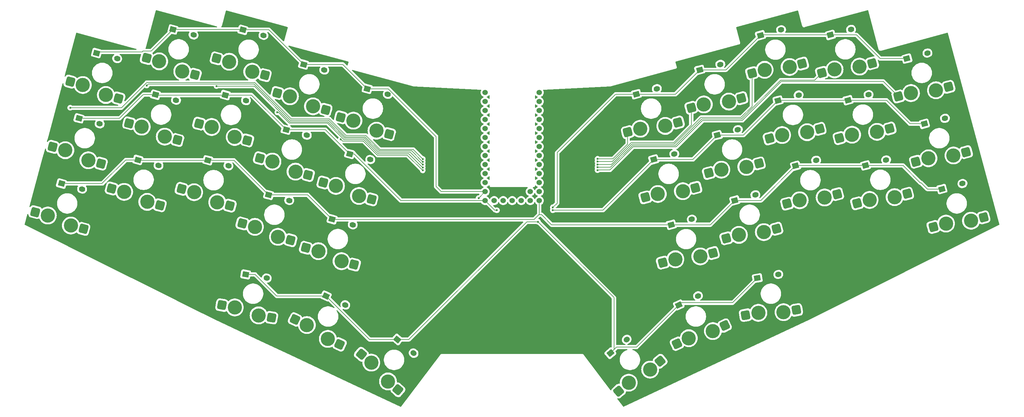
<source format=gbr>
%TF.GenerationSoftware,KiCad,Pcbnew,8.0.1*%
%TF.CreationDate,2024-04-02T20:58:10+09:00*%
%TF.ProjectId,lazyboy36,6c617a79-626f-4793-9336-2e6b69636164,rev?*%
%TF.SameCoordinates,Original*%
%TF.FileFunction,Copper,L1,Top*%
%TF.FilePolarity,Positive*%
%FSLAX46Y46*%
G04 Gerber Fmt 4.6, Leading zero omitted, Abs format (unit mm)*
G04 Created by KiCad (PCBNEW 8.0.1) date 2024-04-02 20:58:10*
%MOMM*%
%LPD*%
G01*
G04 APERTURE LIST*
G04 Aperture macros list*
%AMRoundRect*
0 Rectangle with rounded corners*
0 $1 Rounding radius*
0 $2 $3 $4 $5 $6 $7 $8 $9 X,Y pos of 4 corners*
0 Add a 4 corners polygon primitive as box body*
4,1,4,$2,$3,$4,$5,$6,$7,$8,$9,$2,$3,0*
0 Add four circle primitives for the rounded corners*
1,1,$1+$1,$2,$3*
1,1,$1+$1,$4,$5*
1,1,$1+$1,$6,$7*
1,1,$1+$1,$8,$9*
0 Add four rect primitives between the rounded corners*
20,1,$1+$1,$2,$3,$4,$5,0*
20,1,$1+$1,$4,$5,$6,$7,0*
20,1,$1+$1,$6,$7,$8,$9,0*
20,1,$1+$1,$8,$9,$2,$3,0*%
%AMHorizOval*
0 Thick line with rounded ends*
0 $1 width*
0 $2 $3 position (X,Y) of the first rounded end (center of the circle)*
0 $4 $5 position (X,Y) of the second rounded end (center of the circle)*
0 Add line between two ends*
20,1,$1,$2,$3,$4,$5,0*
0 Add two circle primitives to create the rounded ends*
1,1,$1,$2,$3*
1,1,$1,$4,$5*%
%AMRotRect*
0 Rectangle, with rotation*
0 The origin of the aperture is its center*
0 $1 length*
0 $2 width*
0 $3 Rotation angle, in degrees counterclockwise*
0 Add horizontal line*
21,1,$1,$2,0,0,$3*%
G04 Aperture macros list end*
%TA.AperFunction,ComponentPad*%
%ADD10RoundRect,0.500000X-0.925029X-0.554478X0.523860X-0.942707X0.925029X0.554478X-0.523860X0.942707X0*%
%TD*%
%TA.AperFunction,ComponentPad*%
%ADD11C,4.000000*%
%TD*%
%TA.AperFunction,ComponentPad*%
%ADD12RoundRect,0.500000X-0.523860X-0.942707X0.925029X-0.554478X0.523860X0.942707X-0.925029X0.554478X0*%
%TD*%
%TA.AperFunction,ComponentPad*%
%ADD13C,1.524000*%
%TD*%
%TA.AperFunction,ComponentPad*%
%ADD14RoundRect,0.500000X-0.352202X-1.019352X1.007260X-0.385425X0.352202X1.019352X-1.007260X0.385425X0*%
%TD*%
%TA.AperFunction,ComponentPad*%
%ADD15RoundRect,0.500000X-0.873183X-0.632990X0.604028X-0.893462X0.873183X0.632990X-0.604028X0.893462X0*%
%TD*%
%TA.AperFunction,ComponentPad*%
%ADD16RoundRect,0.500000X-1.007260X-0.385425X0.352202X-1.019352X1.007260X0.385425X-0.352202X1.019352X0*%
%TD*%
%TA.AperFunction,ComponentPad*%
%ADD17RoundRect,0.500000X-0.076373X-1.075775X1.072694X-0.111594X0.076373X1.075775X-1.072694X0.111594X0*%
%TD*%
%TA.AperFunction,ComponentPad*%
%ADD18RoundRect,0.500000X-1.072694X-0.111594X0.076373X-1.075775X1.072694X0.111594X-0.076373X1.075775X0*%
%TD*%
%TA.AperFunction,ComponentPad*%
%ADD19RoundRect,0.500000X-0.604028X-0.893462X0.873183X-0.632990X0.604028X0.893462X-0.873183X0.632990X0*%
%TD*%
%TA.AperFunction,ComponentPad*%
%ADD20HorizOval,1.524000X0.122673X0.032870X-0.122673X-0.032870X0*%
%TD*%
%TA.AperFunction,ComponentPad*%
%ADD21RotRect,1.778000X1.524000X15.000000*%
%TD*%
%TA.AperFunction,ComponentPad*%
%ADD22RotRect,1.778000X1.524000X350.000000*%
%TD*%
%TA.AperFunction,ComponentPad*%
%ADD23HorizOval,1.524000X0.125071X-0.022053X-0.125071X0.022053X0*%
%TD*%
%TA.AperFunction,ComponentPad*%
%ADD24HorizOval,1.524000X0.097288X0.081634X-0.097288X-0.081634X0*%
%TD*%
%TA.AperFunction,ComponentPad*%
%ADD25RotRect,1.778000X1.524000X40.000000*%
%TD*%
%TA.AperFunction,ComponentPad*%
%ADD26RotRect,1.778000X1.524000X345.000000*%
%TD*%
%TA.AperFunction,ComponentPad*%
%ADD27HorizOval,1.524000X0.122673X-0.032870X-0.122673X0.032870X0*%
%TD*%
%TA.AperFunction,ComponentPad*%
%ADD28HorizOval,1.524000X0.115101X0.053673X-0.115101X-0.053673X0*%
%TD*%
%TA.AperFunction,ComponentPad*%
%ADD29RotRect,1.778000X1.524000X25.000000*%
%TD*%
%TA.AperFunction,ComponentPad*%
%ADD30RotRect,1.778000X1.524000X320.000000*%
%TD*%
%TA.AperFunction,ComponentPad*%
%ADD31HorizOval,1.524000X0.097288X-0.081634X-0.097288X0.081634X0*%
%TD*%
%TA.AperFunction,ComponentPad*%
%ADD32RotRect,1.778000X1.524000X335.000000*%
%TD*%
%TA.AperFunction,ComponentPad*%
%ADD33HorizOval,1.524000X0.115101X-0.053673X-0.115101X0.053673X0*%
%TD*%
%TA.AperFunction,ComponentPad*%
%ADD34HorizOval,1.524000X0.125071X0.022053X-0.125071X-0.022053X0*%
%TD*%
%TA.AperFunction,ComponentPad*%
%ADD35RotRect,1.778000X1.524000X10.000000*%
%TD*%
%TA.AperFunction,ViaPad*%
%ADD36C,0.600000*%
%TD*%
%TA.AperFunction,Conductor*%
%ADD37C,0.200000*%
%TD*%
G04 APERTURE END LIST*
D10*
%TO.P,SW21,1,COL*%
%TO.N,COL0*%
X14260572Y-106337602D03*
D11*
X17810350Y-107288761D03*
%TO.P,SW21,2,ROW*%
%TO.N,Net-(D21-A)*%
X24300071Y-110114716D03*
D10*
X27849848Y-111065876D03*
%TD*%
%TO.P,SW4,1,COL*%
%TO.N,COL3*%
X82430067Y-72736227D03*
D11*
X85979845Y-73687386D03*
%TO.P,SW4,2,ROW*%
%TO.N,Net-(D4-A)*%
X92469566Y-76513341D03*
D10*
X96019343Y-77464501D03*
%TD*%
%TO.P,SW24,1,COL*%
%TO.N,COL3*%
X72569060Y-109538001D03*
D11*
X76118838Y-110489160D03*
%TO.P,SW24,2,ROW*%
%TO.N,Net-(D24-A)*%
X82608559Y-113315115D03*
D10*
X86158336Y-114266275D03*
%TD*%
D12*
%TO.P,SW29,2,ROW*%
%TO.N,Net-(D29-A)*%
X259755783Y-101157224D03*
D11*
X256206006Y-102108384D03*
%TO.P,SW29,1,COL*%
%TO.N,COL8*%
X249172765Y-102905895D03*
D12*
X245622987Y-103857055D03*
%TD*%
D10*
%TO.P,SW25,1,COL*%
%TO.N,COL4*%
X90452309Y-116400355D03*
D11*
X94002087Y-117351514D03*
%TO.P,SW25,2,ROW*%
%TO.N,Net-(D25-A)*%
X100491808Y-120177469D03*
D10*
X104041585Y-121128629D03*
%TD*%
D12*
%TO.P,SW26,2,ROW*%
%TO.N,Net-(D26-A)*%
X205070760Y-117880584D03*
D11*
X201520983Y-118831744D03*
%TO.P,SW26,1,COL*%
%TO.N,COL5*%
X194487742Y-119629255D03*
D12*
X190937964Y-120580415D03*
%TD*%
D13*
%TO.P,U1,1,GP10*%
%TO.N,COL5*%
X156176400Y-72597000D03*
%TO.P,U1,2,GP00/TX*%
%TO.N,unconnected-(U1-GP00{slash}TX-Pad2)*%
X156176400Y-75137000D03*
%TO.P,U1,3,GP01/RX*%
%TO.N,unconnected-(U1-GP01{slash}RX-Pad3)*%
X156176400Y-77677000D03*
%TO.P,U1,4,GND*%
%TO.N,unconnected-(U1-GND-Pad4)*%
X156176400Y-80217000D03*
%TO.P,U1,5,GND*%
%TO.N,unconnected-(U1-GND-Pad5)*%
X156176400Y-82757000D03*
%TO.P,U1,6,GP02/SDA*%
%TO.N,unconnected-(U1-GP02{slash}SDA-Pad6)*%
X156176400Y-85297000D03*
%TO.P,U1,7,GP03/SCL*%
%TO.N,unconnected-(U1-GP03{slash}SCL-Pad7)*%
X156176400Y-87837000D03*
%TO.P,U1,8,GP04*%
%TO.N,COL6*%
X156176400Y-90377000D03*
%TO.P,U1,9,GP05*%
%TO.N,COL7*%
X156176400Y-92917000D03*
%TO.P,U1,10,GP06*%
%TO.N,COL8*%
X156176400Y-95457000D03*
%TO.P,U1,11,GP07*%
%TO.N,COL9*%
X156176400Y-97997000D03*
%TO.P,U1,12,GP08*%
%TO.N,ROW3*%
X156176400Y-100537000D03*
%TO.P,U1,13,GP09*%
%TO.N,ROW2*%
X156176400Y-103077000D03*
%TO.P,U1,14,GP12*%
%TO.N,unconnected-(U1-GP12-Pad14)*%
X153636400Y-103077000D03*
%TO.P,U1,15,GP13*%
%TO.N,unconnected-(U1-GP13-Pad15)*%
X151096400Y-103077000D03*
%TO.P,U1,16,GP14*%
%TO.N,unconnected-(U1-GP14-Pad16)*%
X148556400Y-103077000D03*
%TO.P,U1,17,GP15*%
%TO.N,unconnected-(U1-GP15-Pad17)*%
X146016400Y-103077000D03*
%TO.P,U1,18,GP16*%
%TO.N,unconnected-(U1-GP16-Pad18)*%
X143476400Y-103077000D03*
%TO.P,U1,19,GP21*%
%TO.N,ROW1*%
X140936400Y-103077000D03*
%TO.P,U1,20,GP23*%
%TO.N,ROW0*%
X140936400Y-100537000D03*
%TO.P,U1,21,GP20*%
%TO.N,COL4*%
X140936400Y-97997000D03*
%TO.P,U1,22,GP22*%
%TO.N,COL3*%
X140936400Y-95457000D03*
%TO.P,U1,23,GP26*%
%TO.N,COL2*%
X140936400Y-92917000D03*
%TO.P,U1,24,GP27*%
%TO.N,COL1*%
X140936400Y-90377000D03*
%TO.P,U1,25,GP28*%
%TO.N,COL0*%
X140936400Y-87837000D03*
%TO.P,U1,26,GP29*%
%TO.N,unconnected-(U1-GP29-Pad26)*%
X140936400Y-85297000D03*
%TO.P,U1,27,3V3*%
%TO.N,unconnected-(U1-3V3-Pad27)*%
X140936400Y-82757000D03*
%TO.P,U1,28,RST*%
%TO.N,unconnected-(U1-RST-Pad28)*%
X140936400Y-80217000D03*
%TO.P,U1,29,GND*%
%TO.N,unconnected-(U1-GND-Pad29)*%
X140936400Y-77677000D03*
%TO.P,U1,30,5V*%
%TO.N,unconnected-(U1-5V-Pad30)*%
X140936400Y-75137000D03*
%TO.P,U1,31,GP11*%
%TO.N,unconnected-(U1-GP11-Pad31)*%
X140936400Y-72597000D03*
%TO.P,U1,35,GP25*%
%TO.N,unconnected-(U1-GP25-Pad35)*%
X153635000Y-100537000D03*
%TD*%
D12*
%TO.P,SW16,2,ROW*%
%TO.N,Net-(D16-A)*%
X200140257Y-99479697D03*
D11*
X196590480Y-100430857D03*
%TO.P,SW16,1,COL*%
%TO.N,COL5*%
X189557239Y-101228368D03*
D12*
X186007461Y-102179528D03*
%TD*%
D10*
%TO.P,SW14,1,COL*%
%TO.N,COL3*%
X77499564Y-91137114D03*
D11*
X81049342Y-92088273D03*
%TO.P,SW14,2,ROW*%
%TO.N,Net-(D14-A)*%
X87539063Y-94914228D03*
D10*
X91088840Y-95865388D03*
%TD*%
D12*
%TO.P,SW9,2,ROW*%
%TO.N,Net-(D9-A)*%
X249894777Y-64355450D03*
D11*
X246345000Y-65306610D03*
%TO.P,SW9,1,COL*%
%TO.N,COL8*%
X239311759Y-66104121D03*
D12*
X235761981Y-67055281D03*
%TD*%
D10*
%TO.P,SW12,1,COL*%
%TO.N,COL1*%
X40697789Y-81276108D03*
D11*
X44247567Y-82227267D03*
%TO.P,SW12,2,ROW*%
%TO.N,Net-(D12-A)*%
X50737288Y-85053222D03*
D10*
X54287065Y-86004382D03*
%TD*%
%TO.P,SW1,1,COL*%
%TO.N,COL0*%
X24121576Y-69535828D03*
D11*
X27671354Y-70486987D03*
%TO.P,SW1,2,ROW*%
%TO.N,Net-(D1-A)*%
X34161075Y-73312942D03*
D10*
X37710852Y-74264102D03*
%TD*%
D12*
%TO.P,SW6,2,ROW*%
%TO.N,Net-(D6-A)*%
X195209754Y-81078810D03*
D11*
X191659977Y-82029970D03*
%TO.P,SW6,1,COL*%
%TO.N,COL5*%
X184626736Y-82827481D03*
D12*
X181076958Y-83778641D03*
%TD*%
%TO.P,SW10,2,ROW*%
%TO.N,Net-(D10-A)*%
X271401494Y-71016056D03*
D11*
X267851717Y-71967216D03*
%TO.P,SW10,1,COL*%
%TO.N,COL9*%
X260818476Y-72764727D03*
D12*
X257268698Y-73715887D03*
%TD*%
%TO.P,SW17,2,ROW*%
%TO.N,Net-(D17-A)*%
X218023506Y-92617342D03*
D11*
X214473729Y-93568502D03*
%TO.P,SW17,1,COL*%
%TO.N,COL6*%
X207440488Y-94366013D03*
D12*
X203890710Y-95317173D03*
%TD*%
D14*
%TO.P,SW35,2,ROW*%
%TO.N,Net-(D35-A)*%
X208382489Y-138337570D03*
D11*
X205051808Y-139890692D03*
%TO.P,SW35,1,COL*%
%TO.N,COL6*%
X198263905Y-141897397D03*
D14*
X194933223Y-143450519D03*
%TD*%
D12*
%TO.P,SW28,2,ROW*%
%TO.N,Net-(D28-A)*%
X240060802Y-101258097D03*
D11*
X236511025Y-102209257D03*
%TO.P,SW28,1,COL*%
%TO.N,COL7*%
X229477784Y-103006768D03*
D12*
X225928006Y-103957928D03*
%TD*%
D10*
%TO.P,SW3,1,COL*%
%TO.N,COL2*%
X65323275Y-62976095D03*
D11*
X68873053Y-63927254D03*
%TO.P,SW3,2,ROW*%
%TO.N,Net-(D3-A)*%
X75362774Y-66753209D03*
D10*
X78912551Y-67704369D03*
%TD*%
D15*
%TO.P,SW31,1,COL*%
%TO.N,COL2*%
X66834931Y-132575503D03*
D11*
X70454097Y-133213660D03*
%TO.P,SW31,2,ROW*%
%TO.N,Net-(D31-A)*%
X77165423Y-135463246D03*
D15*
X80784592Y-136101403D03*
%TD*%
D16*
%TO.P,SW32,1,COL*%
%TO.N,COL3*%
X87419882Y-136625102D03*
D11*
X90750563Y-138178224D03*
%TO.P,SW32,2,ROW*%
%TO.N,Net-(D32-A)*%
X96650968Y-142088175D03*
D16*
X99981649Y-143641297D03*
%TD*%
D10*
%TO.P,SW23,1,COL*%
%TO.N,COL2*%
X55462268Y-99777869D03*
D11*
X59012046Y-100729028D03*
%TO.P,SW23,2,ROW*%
%TO.N,Net-(D23-A)*%
X65501767Y-103554983D03*
D10*
X69051544Y-104506143D03*
%TD*%
%TO.P,SW22,1,COL*%
%TO.N,COL1*%
X35767286Y-99676995D03*
D11*
X39317064Y-100628154D03*
%TO.P,SW22,2,ROW*%
%TO.N,Net-(D22-A)*%
X45806785Y-103454109D03*
D10*
X49356562Y-104405269D03*
%TD*%
D17*
%TO.P,SW34,2,ROW*%
%TO.N,Net-(D34-A)*%
X190205474Y-148385764D03*
D11*
X187390260Y-150748009D03*
%TO.P,SW34,1,COL*%
%TO.N,COL5*%
X181353022Y-154443175D03*
D17*
X178537809Y-156805420D03*
%TD*%
D12*
%TO.P,SW19,2,ROW*%
%TO.N,Net-(D19-A)*%
X254825280Y-82756337D03*
D11*
X251275503Y-83707497D03*
%TO.P,SW19,1,COL*%
%TO.N,COL8*%
X244242262Y-84505008D03*
D12*
X240692484Y-85456168D03*
%TD*%
%TO.P,SW7,2,ROW*%
%TO.N,Net-(D7-A)*%
X213093003Y-74216455D03*
D11*
X209543226Y-75167615D03*
%TO.P,SW7,1,COL*%
%TO.N,COL6*%
X202509985Y-75965126D03*
D12*
X198960207Y-76916286D03*
%TD*%
D10*
%TO.P,SW13,1,COL*%
%TO.N,COL2*%
X60392771Y-81376982D03*
D11*
X63942549Y-82328141D03*
%TO.P,SW13,2,ROW*%
%TO.N,Net-(D13-A)*%
X70432270Y-85154096D03*
D10*
X73982047Y-86105256D03*
%TD*%
%TO.P,SW2,1,COL*%
%TO.N,COL1*%
X45628293Y-62875221D03*
D11*
X49178071Y-63826380D03*
%TO.P,SW2,2,ROW*%
%TO.N,Net-(D2-A)*%
X55667792Y-66652335D03*
D10*
X59217569Y-67603495D03*
%TD*%
D18*
%TO.P,SW33,1,COL*%
%TO.N,COL4*%
X106080549Y-146424268D03*
D11*
X108895763Y-148786512D03*
%TO.P,SW33,2,ROW*%
%TO.N,Net-(D33-A)*%
X113583147Y-154090372D03*
D18*
X116398360Y-156452617D03*
%TD*%
D12*
%TO.P,SW18,2,ROW*%
%TO.N,Net-(D18-A)*%
X235130298Y-82857210D03*
D11*
X231580521Y-83808370D03*
%TO.P,SW18,1,COL*%
%TO.N,COL7*%
X224547280Y-84605881D03*
D12*
X220997502Y-85557041D03*
%TD*%
D10*
%TO.P,SW15,1,COL*%
%TO.N,COL4*%
X95382813Y-97999468D03*
D11*
X98932591Y-98950627D03*
%TO.P,SW15,2,ROW*%
%TO.N,Net-(D15-A)*%
X105422312Y-101776582D03*
D10*
X108972089Y-102727742D03*
%TD*%
%TO.P,SW11,1,COL*%
%TO.N,COL0*%
X19191074Y-87936715D03*
D11*
X22740852Y-88887874D03*
%TO.P,SW11,2,ROW*%
%TO.N,Net-(D11-A)*%
X29230573Y-91713829D03*
D10*
X32780350Y-92664989D03*
%TD*%
D12*
%TO.P,SW27,2,ROW*%
%TO.N,Net-(D27-A)*%
X222954009Y-111018229D03*
D11*
X219404232Y-111969389D03*
%TO.P,SW27,1,COL*%
%TO.N,COL6*%
X212370991Y-112766900D03*
D12*
X208821213Y-113718060D03*
%TD*%
%TO.P,SW20,2,ROW*%
%TO.N,Net-(D20-A)*%
X276331997Y-89416943D03*
D11*
X272782220Y-90368103D03*
%TO.P,SW20,1,COL*%
%TO.N,COL9*%
X265748979Y-91165614D03*
D12*
X262199201Y-92116774D03*
%TD*%
%TO.P,SW30,2,ROW*%
%TO.N,Net-(D30-A)*%
X281262498Y-107817831D03*
D11*
X277712721Y-108768991D03*
%TO.P,SW30,1,COL*%
%TO.N,COL9*%
X270679480Y-109566502D03*
D12*
X267129702Y-110517662D03*
%TD*%
%TO.P,SW8,2,ROW*%
%TO.N,Net-(D8-A)*%
X230199795Y-64456323D03*
D11*
X226650018Y-65407483D03*
%TO.P,SW8,1,COL*%
%TO.N,COL7*%
X219616777Y-66204994D03*
D12*
X216066999Y-67156154D03*
%TD*%
D10*
%TO.P,SW5,1,COL*%
%TO.N,COL4*%
X100313316Y-79598581D03*
D11*
X103863094Y-80549740D03*
%TO.P,SW5,2,ROW*%
%TO.N,Net-(D5-A)*%
X110352815Y-83375695D03*
D10*
X113902592Y-84326855D03*
%TD*%
D19*
%TO.P,SW36,2,ROW*%
%TO.N,Net-(D36-A)*%
X228564723Y-133922250D03*
D11*
X224945554Y-134560407D03*
%TO.P,SW36,1,COL*%
%TO.N,COL7*%
X217869569Y-134741896D03*
D19*
X214250401Y-135380053D03*
%TD*%
D20*
%TO.P,D26,2,A*%
%TO.N,Net-(D26-A)*%
X199125049Y-108344513D03*
D21*
%TO.P,D26,1,K*%
%TO.N,ROW2*%
X193329495Y-109897427D03*
%TD*%
D20*
%TO.P,D17,2,A*%
%TO.N,Net-(D17-A)*%
X212077794Y-83081272D03*
D21*
%TO.P,D17,1,K*%
%TO.N,ROW1*%
X206282240Y-84634186D03*
%TD*%
D22*
%TO.P,D31,1,K*%
%TO.N,ROW3*%
X73517219Y-123904131D03*
D23*
%TO.P,D31,2,A*%
%TO.N,Net-(D31-A)*%
X79426065Y-124946023D03*
%TD*%
D24*
%TO.P,D34,2,A*%
%TO.N,Net-(D34-A)*%
X180787711Y-142255916D03*
D25*
%TO.P,D34,1,K*%
%TO.N,ROW3*%
X176191445Y-146112642D03*
%TD*%
D20*
%TO.P,D7,2,A*%
%TO.N,Net-(D7-A)*%
X207147291Y-64680385D03*
D21*
%TO.P,D7,1,K*%
%TO.N,ROW0*%
X201351737Y-66233299D03*
%TD*%
D20*
%TO.P,D30,2,A*%
%TO.N,Net-(D30-A)*%
X275316786Y-98281761D03*
D21*
%TO.P,D30,1,K*%
%TO.N,ROW2*%
X269521232Y-99834675D03*
%TD*%
D20*
%TO.P,D20,2,A*%
%TO.N,Net-(D20-A)*%
X270386283Y-79880874D03*
D21*
%TO.P,D20,1,K*%
%TO.N,ROW1*%
X264590729Y-81433788D03*
%TD*%
D26*
%TO.P,D24,1,K*%
%TO.N,ROW2*%
X79981679Y-101482026D03*
D27*
%TO.P,D24,2,A*%
%TO.N,Net-(D24-A)*%
X85777233Y-103034940D03*
%TD*%
D20*
%TO.P,D18,2,A*%
%TO.N,Net-(D18-A)*%
X229184587Y-73321140D03*
D21*
%TO.P,D18,1,K*%
%TO.N,ROW1*%
X223389033Y-74874054D03*
%TD*%
D20*
%TO.P,D9,2,A*%
%TO.N,Net-(D9-A)*%
X243949065Y-54819380D03*
D21*
%TO.P,D9,1,K*%
%TO.N,ROW0*%
X238153511Y-56372294D03*
%TD*%
D28*
%TO.P,D35,2,A*%
%TO.N,Net-(D35-A)*%
X200871184Y-129978836D03*
D29*
%TO.P,D35,1,K*%
%TO.N,ROW3*%
X195433338Y-132514546D03*
%TD*%
D26*
%TO.P,D12,1,K*%
%TO.N,ROW1*%
X48110408Y-73220133D03*
D27*
%TO.P,D12,2,A*%
%TO.N,Net-(D12-A)*%
X53905962Y-74773047D03*
%TD*%
D20*
%TO.P,D27,2,A*%
%TO.N,Net-(D27-A)*%
X217008297Y-101482159D03*
D21*
%TO.P,D27,1,K*%
%TO.N,ROW2*%
X211212743Y-103035073D03*
%TD*%
D26*
%TO.P,D5,1,K*%
%TO.N,ROW0*%
X107725935Y-71542606D03*
D27*
%TO.P,D5,2,A*%
%TO.N,Net-(D5-A)*%
X113521489Y-73095520D03*
%TD*%
D20*
%TO.P,D28,2,A*%
%TO.N,Net-(D28-A)*%
X234115088Y-91722027D03*
D21*
%TO.P,D28,1,K*%
%TO.N,ROW2*%
X228319534Y-93274941D03*
%TD*%
D26*
%TO.P,D4,1,K*%
%TO.N,ROW0*%
X89842686Y-64680252D03*
D27*
%TO.P,D4,2,A*%
%TO.N,Net-(D4-A)*%
X95638240Y-66233166D03*
%TD*%
D26*
%TO.P,D13,1,K*%
%TO.N,ROW1*%
X67805391Y-73321007D03*
D27*
%TO.P,D13,2,A*%
%TO.N,Net-(D13-A)*%
X73600945Y-74873921D03*
%TD*%
D20*
%TO.P,D29,2,A*%
%TO.N,Net-(D29-A)*%
X253810072Y-91621153D03*
D21*
%TO.P,D29,1,K*%
%TO.N,ROW2*%
X248014518Y-93174067D03*
%TD*%
D30*
%TO.P,D33,1,K*%
%TO.N,ROW3*%
X116203266Y-142255784D03*
D31*
%TO.P,D33,2,A*%
%TO.N,Net-(D33-A)*%
X120799532Y-146112510D03*
%TD*%
D26*
%TO.P,D2,1,K*%
%TO.N,ROW0*%
X53040911Y-54819246D03*
D27*
%TO.P,D2,2,A*%
%TO.N,Net-(D2-A)*%
X58836465Y-56372160D03*
%TD*%
D26*
%TO.P,D23,1,K*%
%TO.N,ROW2*%
X62874889Y-91721894D03*
D27*
%TO.P,D23,2,A*%
%TO.N,Net-(D23-A)*%
X68670443Y-93274808D03*
%TD*%
D26*
%TO.P,D25,1,K*%
%TO.N,ROW2*%
X97864928Y-108344380D03*
D27*
%TO.P,D25,2,A*%
%TO.N,Net-(D25-A)*%
X103660482Y-109897294D03*
%TD*%
D20*
%TO.P,D10,2,A*%
%TO.N,Net-(D10-A)*%
X265455781Y-61479986D03*
D21*
%TO.P,D10,1,K*%
%TO.N,ROW0*%
X259660227Y-63032900D03*
%TD*%
D26*
%TO.P,D22,1,K*%
%TO.N,ROW2*%
X43179905Y-91621020D03*
D27*
%TO.P,D22,2,A*%
%TO.N,Net-(D22-A)*%
X48975459Y-93173934D03*
%TD*%
D26*
%TO.P,D15,1,K*%
%TO.N,ROW1*%
X102795431Y-89943493D03*
D27*
%TO.P,D15,2,A*%
%TO.N,Net-(D15-A)*%
X108590985Y-91496407D03*
%TD*%
D26*
%TO.P,D21,1,K*%
%TO.N,ROW2*%
X21673191Y-98281627D03*
D27*
%TO.P,D21,2,A*%
%TO.N,Net-(D21-A)*%
X27468745Y-99834541D03*
%TD*%
D20*
%TO.P,D16,2,A*%
%TO.N,Net-(D16-A)*%
X194194545Y-89943627D03*
D21*
%TO.P,D16,1,K*%
%TO.N,ROW1*%
X188398991Y-91496541D03*
%TD*%
D20*
%TO.P,D19,2,A*%
%TO.N,Net-(D19-A)*%
X248879568Y-73220267D03*
D21*
%TO.P,D19,1,K*%
%TO.N,ROW1*%
X243084014Y-74773181D03*
%TD*%
D32*
%TO.P,D32,1,K*%
%TO.N,ROW3*%
X96118792Y-129978703D03*
D33*
%TO.P,D32,2,A*%
%TO.N,Net-(D32-A)*%
X101556638Y-132514413D03*
%TD*%
D26*
%TO.P,D14,1,K*%
%TO.N,ROW1*%
X84912182Y-83081139D03*
D27*
%TO.P,D14,2,A*%
%TO.N,Net-(D14-A)*%
X90707736Y-84634053D03*
%TD*%
D26*
%TO.P,D1,1,K*%
%TO.N,ROW0*%
X31534197Y-61479853D03*
D27*
%TO.P,D1,2,A*%
%TO.N,Net-(D1-A)*%
X37329751Y-63032767D03*
%TD*%
D26*
%TO.P,D3,1,K*%
%TO.N,ROW0*%
X72735893Y-54920120D03*
D27*
%TO.P,D3,2,A*%
%TO.N,Net-(D3-A)*%
X78531447Y-56473034D03*
%TD*%
D20*
%TO.P,D8,2,A*%
%TO.N,Net-(D8-A)*%
X224254083Y-54920253D03*
D21*
%TO.P,D8,1,K*%
%TO.N,ROW0*%
X218458529Y-56473167D03*
%TD*%
D34*
%TO.P,D36,2,A*%
%TO.N,Net-(D36-A)*%
X223472758Y-123904265D03*
D35*
%TO.P,D36,1,K*%
%TO.N,ROW3*%
X217563912Y-124946157D03*
%TD*%
D26*
%TO.P,D11,1,K*%
%TO.N,ROW1*%
X26603694Y-79880740D03*
D27*
%TO.P,D11,2,A*%
%TO.N,Net-(D11-A)*%
X32399248Y-81433654D03*
%TD*%
D20*
%TO.P,D6,2,A*%
%TO.N,Net-(D6-A)*%
X189264042Y-71542740D03*
D21*
%TO.P,D6,1,K*%
%TO.N,ROW0*%
X183468488Y-73095654D03*
%TD*%
D36*
%TO.N,ROW0*%
X160000000Y-105000000D03*
X139100000Y-102400000D03*
%TO.N,ROW1*%
X160000000Y-105800003D03*
X144250000Y-105800000D03*
%TO.N,ROW3*%
X155800000Y-109050000D03*
%TO.N,COL0*%
X123377000Y-91349994D03*
X24121576Y-76900000D03*
%TO.N,COL1*%
X123377000Y-92149997D03*
X45651911Y-70623618D03*
%TO.N,COL2*%
X65323275Y-70800000D03*
X123377000Y-92950000D03*
%TO.N,COL3*%
X82430067Y-78200000D03*
X123377000Y-93750003D03*
%TO.N,COL4*%
X123377000Y-94550006D03*
X100302735Y-85824265D03*
%TO.N,COL5*%
X172582824Y-91300343D03*
%TO.N,COL6*%
X172577117Y-92100325D03*
%TO.N,COL7*%
X172600000Y-92900000D03*
%TO.N,COL8*%
X172570261Y-93699450D03*
%TO.N,COL9*%
X172585096Y-94499315D03*
%TD*%
D37*
%TO.N,ROW0*%
X46910157Y-60950000D02*
X53040911Y-54819246D01*
X44600000Y-60950000D02*
X46910157Y-60950000D01*
X31864050Y-61150000D02*
X44400000Y-61150000D01*
X44400000Y-61150000D02*
X44600000Y-60950000D01*
X31534197Y-61479853D02*
X31864050Y-61150000D01*
X100863581Y-64680252D02*
X107725935Y-71542606D01*
X127117000Y-84999496D02*
X127117000Y-99100000D01*
X259660227Y-63032900D02*
X252181900Y-63032900D01*
X160000000Y-105000000D02*
X161200000Y-103800000D01*
X72635019Y-54819246D02*
X72735893Y-54920120D01*
X208698397Y-66233299D02*
X201351737Y-66233299D01*
X89842686Y-64680252D02*
X100863581Y-64680252D01*
X161200000Y-103800000D02*
X161200000Y-89550000D01*
X194490382Y-73095654D02*
X183469488Y-73095654D01*
X139100000Y-102400000D02*
X139100000Y-102373400D01*
X128554000Y-100537000D02*
X140936400Y-100537000D01*
X107725935Y-71542606D02*
X113670110Y-71542606D01*
X127117000Y-99100000D02*
X128554000Y-100537000D01*
X218559402Y-56372294D02*
X218458529Y-56473167D01*
X177654346Y-73095654D02*
X183469488Y-73095654D01*
X113670110Y-71542606D02*
X127127000Y-84999496D01*
X252181900Y-63032900D02*
X245521294Y-56372294D01*
X80082554Y-54920120D02*
X89842686Y-64680252D01*
X238153511Y-56372294D02*
X218559402Y-56372294D01*
X161200000Y-89550000D02*
X177654346Y-73095654D01*
X245521294Y-56372294D02*
X238153511Y-56372294D01*
X218458529Y-56473167D02*
X208698397Y-66233299D01*
X72735893Y-54920120D02*
X80082554Y-54920120D01*
X139100000Y-102373400D02*
X140936400Y-100537000D01*
X53040911Y-54819246D02*
X72635019Y-54819246D01*
X201352737Y-66233299D02*
X194490382Y-73095654D01*
%TO.N,ROW1*%
X260582788Y-81433788D02*
X253922181Y-74773181D01*
X117254000Y-103077000D02*
X104120493Y-89943493D01*
X223489906Y-74773181D02*
X223389033Y-74874054D01*
X44656867Y-73220133D02*
X48110408Y-73220133D01*
X48110408Y-73220133D02*
X48206867Y-73220133D01*
X174099997Y-105800003D02*
X188399991Y-91500009D01*
X67805391Y-73321007D02*
X75152050Y-73321007D01*
X206283240Y-84634186D02*
X199420885Y-91496541D01*
X160000000Y-105800003D02*
X174099997Y-105800003D01*
X140936400Y-103077000D02*
X117254000Y-103077000D01*
X213628901Y-84634186D02*
X206282240Y-84634186D01*
X253922181Y-74773181D02*
X243084014Y-74773181D01*
X48206867Y-73220133D02*
X48307741Y-73321007D01*
X140936400Y-103086400D02*
X140936400Y-103077000D01*
X223389033Y-74874054D02*
X213628901Y-84634186D01*
X26603694Y-79880740D02*
X37996260Y-79880740D01*
X144250000Y-105800000D02*
X143650000Y-105800000D01*
X243084014Y-74773181D02*
X223489906Y-74773181D01*
X199420885Y-91496541D02*
X188399991Y-91496541D01*
X188399991Y-91500009D02*
X188399991Y-91496541D01*
X104120493Y-89943493D02*
X102795431Y-89943493D01*
X48307741Y-73321007D02*
X67805391Y-73321007D01*
X75152050Y-73321007D02*
X84912182Y-83081139D01*
X264590729Y-81433788D02*
X260582788Y-81433788D01*
X143650000Y-105800000D02*
X140936400Y-103086400D01*
X84912182Y-83081139D02*
X95933077Y-83081139D01*
X37996260Y-79880740D02*
X44656867Y-73220133D01*
X95933077Y-83081139D02*
X102795431Y-89943493D01*
%TO.N,ROW2*%
X156100000Y-107050000D02*
X156800000Y-107050000D01*
X258573067Y-93174067D02*
X248014518Y-93174067D01*
X263449000Y-98050000D02*
X258573067Y-93174067D01*
X228420408Y-93174067D02*
X228319534Y-93274941D01*
X156800000Y-107050000D02*
X159647427Y-109897427D01*
X97920548Y-108400000D02*
X154750000Y-108400000D01*
X265433675Y-99834675D02*
X263649000Y-98050000D01*
X269521232Y-99834675D02*
X265433675Y-99834675D01*
X97864928Y-108344380D02*
X97920548Y-108400000D01*
X70221547Y-91721894D02*
X62874889Y-91721894D01*
X211212743Y-103035073D02*
X204350389Y-109897427D01*
X91002574Y-101482026D02*
X79981679Y-101482026D01*
X43280779Y-91721894D02*
X43179905Y-91621020D01*
X79981679Y-101482026D02*
X70221547Y-91721894D01*
X159647427Y-109897427D02*
X204351389Y-109897427D01*
X62874889Y-91721894D02*
X43280779Y-91721894D01*
X228319534Y-93274941D02*
X218559402Y-103035073D01*
X248014518Y-93174067D02*
X228420408Y-93174067D01*
X154750000Y-108400000D02*
X156176400Y-106973600D01*
X97864928Y-108344380D02*
X91002574Y-101482026D01*
X263649000Y-98050000D02*
X263449000Y-98050000D01*
X33095373Y-98281627D02*
X39755980Y-91621020D01*
X39755980Y-91621020D02*
X43179905Y-91621020D01*
X21673191Y-98281627D02*
X33095373Y-98281627D01*
X156176400Y-106973600D02*
X156176400Y-103077000D01*
X218559402Y-103035073D02*
X211212743Y-103035073D01*
%TO.N,ROW3*%
X82255703Y-129978703D02*
X76181132Y-123904132D01*
X210610068Y-131900000D02*
X217563912Y-124946156D01*
X76181132Y-123904132D02*
X73517219Y-123904132D01*
X119446951Y-142255784D02*
X116203266Y-142255784D01*
X152652735Y-109050000D02*
X155800000Y-109050000D01*
X108395873Y-142255784D02*
X96118792Y-129978703D01*
X116203266Y-142255784D02*
X108395873Y-142255784D01*
X176191445Y-146112642D02*
X177904087Y-144400000D01*
X177904087Y-144400000D02*
X183550000Y-144400000D01*
X96118792Y-129978703D02*
X82255703Y-129978703D01*
X195434338Y-132514546D02*
X196048884Y-131900000D01*
X152652735Y-109050000D02*
X119446951Y-142255784D01*
X196047884Y-131900000D02*
X210610068Y-131900000D01*
X183550000Y-144400000D02*
X195434338Y-132515662D01*
X177200000Y-145104087D02*
X176191445Y-146112642D01*
X177200000Y-130450000D02*
X177200000Y-145104087D01*
X155800000Y-109050000D02*
X177200000Y-130450000D01*
X195434338Y-132515662D02*
X195434338Y-132514546D01*
%TO.N,COL0*%
X45627000Y-69800000D02*
X76077000Y-69800000D01*
X123376994Y-91349994D02*
X123377000Y-91349994D01*
X107327000Y-84700000D02*
X111277000Y-88650000D01*
X120677000Y-88650000D02*
X123376994Y-91349994D01*
X86327000Y-80050000D02*
X97077000Y-80050000D01*
X24121576Y-76900000D02*
X38527000Y-76900000D01*
X76077000Y-69800000D02*
X86327000Y-80050000D01*
X101727000Y-84700000D02*
X107327000Y-84700000D01*
X97077000Y-80050000D02*
X101727000Y-84700000D01*
X38527000Y-76900000D02*
X45627000Y-69800000D01*
X111277000Y-88650000D02*
X120677000Y-88650000D01*
%TO.N,COL1*%
X86161314Y-80450000D02*
X75911314Y-70200000D01*
X46075529Y-70200000D02*
X45651911Y-70623618D01*
X123377000Y-92149997D02*
X123328474Y-92149997D01*
X101561314Y-85100000D02*
X96911314Y-80450000D01*
X107161314Y-85100000D02*
X101561314Y-85100000D01*
X75911314Y-70200000D02*
X46075529Y-70200000D01*
X120228477Y-89050000D02*
X111111314Y-89050000D01*
X96911314Y-80450000D02*
X86161314Y-80450000D01*
X111111314Y-89050000D02*
X107161314Y-85100000D01*
X123328474Y-92149997D02*
X120228477Y-89050000D01*
%TO.N,COL2*%
X85995628Y-80850000D02*
X96745628Y-80850000D01*
X65323275Y-70800000D02*
X75945628Y-70800000D01*
X106995628Y-85500000D02*
X110945628Y-89450000D01*
X75945628Y-70800000D02*
X85995628Y-80850000D01*
X101395628Y-85500000D02*
X106995628Y-85500000D01*
X110945628Y-89450000D02*
X119828474Y-89450000D01*
X96745628Y-80850000D02*
X101395628Y-85500000D01*
X123328474Y-92950000D02*
X123377000Y-92950000D01*
X119828474Y-89450000D02*
X123328474Y-92950000D01*
%TO.N,COL3*%
X123328474Y-93750003D02*
X119428471Y-89850000D01*
X82779942Y-78200000D02*
X82430067Y-78200000D01*
X96577000Y-81250000D02*
X85827000Y-81250000D01*
X110779942Y-89850000D02*
X106829942Y-85900000D01*
X106829942Y-85900000D02*
X101227000Y-85900000D01*
X123377000Y-93750003D02*
X123328474Y-93750003D01*
X85527000Y-80947058D02*
X82779942Y-78200000D01*
X85827000Y-81250000D02*
X85527000Y-80950000D01*
X101227000Y-85900000D02*
X96577000Y-81250000D01*
X85527000Y-80950000D02*
X85527000Y-80947058D01*
X119428471Y-89850000D02*
X110779942Y-89850000D01*
%TO.N,COL4*%
X119028468Y-90250000D02*
X110614256Y-90250000D01*
X123377000Y-94550006D02*
X123328474Y-94550006D01*
X110614256Y-90250000D02*
X106664257Y-86300000D01*
X123328474Y-94550006D02*
X119028468Y-90250000D01*
X100778470Y-86300000D02*
X100302735Y-85824265D01*
X106664257Y-86300000D02*
X100778470Y-86300000D01*
%TO.N,COL5*%
X176934314Y-91300000D02*
X181077958Y-87156356D01*
X181077958Y-87156356D02*
X181077958Y-83778641D01*
X172582824Y-91300343D02*
X172583167Y-91300000D01*
X172583167Y-91300000D02*
X176934314Y-91300000D01*
%TO.N,COL6*%
X172577442Y-92100000D02*
X176700000Y-92100000D01*
X182050000Y-86750000D02*
X194050000Y-86750000D01*
X198961207Y-81838793D02*
X198961207Y-76916286D01*
X194050000Y-86750000D02*
X198961207Y-81838793D01*
X176700000Y-92100000D02*
X182050000Y-86750000D01*
X172577117Y-92100325D02*
X172577442Y-92100000D01*
%TO.N,COL7*%
X216066999Y-76582001D02*
X216066999Y-67156154D01*
X212999000Y-79650000D02*
X216066999Y-76582001D01*
X194215686Y-87150000D02*
X201715686Y-79650000D01*
X182215686Y-87150000D02*
X194215686Y-87150000D01*
X176465686Y-92900000D02*
X182215686Y-87150000D01*
X201714686Y-79650000D02*
X212999000Y-79650000D01*
X172600000Y-92900000D02*
X176465686Y-92900000D01*
%TO.N,COL8*%
X233717262Y-69100000D02*
X235761981Y-67055281D01*
X213164686Y-80050000D02*
X224114686Y-69100000D01*
X176231372Y-93700000D02*
X182381372Y-87550000D01*
X194450000Y-87550000D02*
X201950000Y-80050000D01*
X182381372Y-87550000D02*
X194450000Y-87550000D01*
X224114686Y-69100000D02*
X233717262Y-69100000D01*
X201949000Y-80050000D02*
X213164686Y-80050000D01*
X172570811Y-93700000D02*
X176231372Y-93700000D01*
X172570261Y-93699450D02*
X172570811Y-93700000D01*
%TO.N,COL9*%
X202164686Y-80500000D02*
X213280372Y-80500000D01*
X213280372Y-80500000D02*
X224280372Y-69500000D01*
X172618303Y-94466108D02*
X176030950Y-94466108D01*
X224280372Y-69500000D02*
X253052811Y-69500000D01*
X202150000Y-80500000D02*
X202164686Y-80500000D01*
X194700000Y-87950000D02*
X202150000Y-80500000D01*
X253052811Y-69500000D02*
X257268698Y-73715887D01*
X172585096Y-94499315D02*
X172618303Y-94466108D01*
X182547058Y-87950000D02*
X194700000Y-87950000D01*
X176030950Y-94466108D02*
X182547058Y-87950000D01*
%TD*%
%TA.AperFunction,NonConductor*%
G36*
X68073583Y-49495698D02*
G01*
X82587761Y-53400328D01*
X85265898Y-54120805D01*
X85325522Y-54157230D01*
X85355989Y-54220107D01*
X85353373Y-54272964D01*
X84329121Y-58054818D01*
X84292596Y-58114380D01*
X84229667Y-58144740D01*
X84160314Y-58136259D01*
X84121752Y-58110083D01*
X80570144Y-54558475D01*
X80570142Y-54558472D01*
X80451271Y-54439601D01*
X80451270Y-54439600D01*
X80319940Y-54363777D01*
X80314339Y-54360543D01*
X80161611Y-54319619D01*
X80003497Y-54319619D01*
X79995901Y-54319619D01*
X79995885Y-54319620D01*
X74377011Y-54319620D01*
X74309972Y-54299935D01*
X74264217Y-54247131D01*
X74261894Y-54241706D01*
X74229725Y-54161354D01*
X74229724Y-54161351D01*
X74140758Y-54048221D01*
X74023522Y-53964738D01*
X74023519Y-53964736D01*
X74023518Y-53964736D01*
X73967605Y-53943120D01*
X73967603Y-53943119D01*
X73967602Y-53943119D01*
X72157703Y-53458159D01*
X72098465Y-53448920D01*
X72098464Y-53448920D01*
X71955192Y-53462600D01*
X71821581Y-53516092D01*
X71708454Y-53605054D01*
X71708453Y-53605055D01*
X71624967Y-53722295D01*
X71603352Y-53778205D01*
X71509936Y-54126840D01*
X71473571Y-54186500D01*
X71410724Y-54217029D01*
X71390161Y-54218746D01*
X66788525Y-54218746D01*
X66721486Y-54199061D01*
X66675731Y-54146257D01*
X66665787Y-54077099D01*
X66694812Y-54013543D01*
X66699950Y-54008029D01*
X66700189Y-54007717D01*
X66700192Y-54007715D01*
X66700193Y-54007712D01*
X66700283Y-54007596D01*
X66700455Y-54007372D01*
X66700467Y-54007354D01*
X66700473Y-54007349D01*
X66733292Y-53950513D01*
X66733376Y-53950433D01*
X66733349Y-53950417D01*
X66746722Y-53927305D01*
X66766198Y-53893652D01*
X66766201Y-53893641D01*
X66766371Y-53893232D01*
X66766375Y-53893226D01*
X66783354Y-53829879D01*
X66800434Y-53766393D01*
X66800434Y-53766391D01*
X66802388Y-53759128D01*
X66802588Y-53758118D01*
X67921602Y-49583335D01*
X67957971Y-49523681D01*
X68020821Y-49493157D01*
X68073583Y-49495698D01*
G37*
%TD.AperFunction*%
%TA.AperFunction,NonConductor*%
G36*
X48374033Y-49395819D02*
G01*
X65372465Y-53968768D01*
X65395642Y-53975003D01*
X65455266Y-54011428D01*
X65485733Y-54074305D01*
X65477368Y-54143673D01*
X65432829Y-54197506D01*
X65366256Y-54218714D01*
X65363429Y-54218746D01*
X54682029Y-54218746D01*
X54614990Y-54199061D01*
X54569235Y-54146257D01*
X54566912Y-54140832D01*
X54534743Y-54060480D01*
X54534742Y-54060477D01*
X54445776Y-53947347D01*
X54328540Y-53863864D01*
X54328537Y-53863862D01*
X54328536Y-53863862D01*
X54272623Y-53842246D01*
X54272621Y-53842245D01*
X54272620Y-53842245D01*
X52462721Y-53357285D01*
X52403483Y-53348046D01*
X52403482Y-53348046D01*
X52260210Y-53361726D01*
X52126599Y-53415218D01*
X52013472Y-53504180D01*
X52013471Y-53504181D01*
X51929985Y-53621421D01*
X51908370Y-53677331D01*
X51489148Y-55241892D01*
X51489147Y-55241898D01*
X51479909Y-55301132D01*
X51494392Y-55452819D01*
X51481168Y-55521426D01*
X51458634Y-55552286D01*
X46697741Y-60313181D01*
X46636418Y-60346666D01*
X46610060Y-60349500D01*
X45479687Y-60349500D01*
X45412648Y-60329815D01*
X45366893Y-60277011D01*
X45356949Y-60207853D01*
X45359891Y-60193486D01*
X48222028Y-49483547D01*
X48258354Y-49423864D01*
X48321180Y-49393293D01*
X48374033Y-49395819D01*
G37*
%TD.AperFunction*%
%TA.AperFunction,NonConductor*%
G36*
X85735979Y-59396995D02*
G01*
X102370212Y-63871965D01*
X102429835Y-63908390D01*
X102460302Y-63971267D01*
X102457915Y-64023265D01*
X102220756Y-64924470D01*
X102184659Y-64984293D01*
X102121949Y-65015103D01*
X102052537Y-65007119D01*
X102013158Y-64980594D01*
X101351171Y-64318607D01*
X101351169Y-64318604D01*
X101232298Y-64199733D01*
X101232297Y-64199732D01*
X101145485Y-64149612D01*
X101145485Y-64149611D01*
X101145481Y-64149610D01*
X101095366Y-64120675D01*
X100942638Y-64079751D01*
X100784524Y-64079751D01*
X100776928Y-64079751D01*
X100776912Y-64079752D01*
X91483804Y-64079752D01*
X91416765Y-64060067D01*
X91371010Y-64007263D01*
X91368687Y-64001838D01*
X91336518Y-63921486D01*
X91336517Y-63921483D01*
X91247551Y-63808353D01*
X91130315Y-63724870D01*
X91130312Y-63724868D01*
X91130311Y-63724868D01*
X91074398Y-63703252D01*
X91074396Y-63703251D01*
X91074395Y-63703251D01*
X90253376Y-63483260D01*
X89264497Y-63218291D01*
X89264482Y-63218288D01*
X89263543Y-63218142D01*
X89263342Y-63218047D01*
X89261248Y-63217605D01*
X89261352Y-63217109D01*
X89200339Y-63188360D01*
X89194974Y-63183305D01*
X85616089Y-59604420D01*
X85582604Y-59543097D01*
X85587588Y-59473405D01*
X85629460Y-59417472D01*
X85694924Y-59393055D01*
X85735979Y-59396995D01*
G37*
%TD.AperFunction*%
%TA.AperFunction,NonConductor*%
G36*
X57367016Y-68598165D02*
G01*
X57415711Y-68648271D01*
X57419145Y-68655309D01*
X57421613Y-68660803D01*
X57450547Y-68700912D01*
X57501754Y-68771896D01*
X57540660Y-68825827D01*
X57690489Y-68963508D01*
X57699933Y-68969175D01*
X57747288Y-69020549D01*
X57759350Y-69089370D01*
X57732290Y-69153787D01*
X57674700Y-69193348D01*
X57636128Y-69199500D01*
X56676958Y-69199500D01*
X56609919Y-69179815D01*
X56564164Y-69127011D01*
X56554220Y-69057853D01*
X56583245Y-68994297D01*
X56631311Y-68960208D01*
X56734549Y-68919333D01*
X56734550Y-68919332D01*
X56734548Y-68919332D01*
X56734558Y-68919329D01*
X57010276Y-68767751D01*
X57125972Y-68683693D01*
X57233156Y-68605820D01*
X57298962Y-68582340D01*
X57367016Y-68598165D01*
G37*
%TD.AperFunction*%
%TA.AperFunction,NonConductor*%
G36*
X155205703Y-73412195D02*
G01*
X155212181Y-73418227D01*
X155361778Y-73567824D01*
X155361784Y-73567829D01*
X155542733Y-73694531D01*
X155542735Y-73694532D01*
X155542738Y-73694534D01*
X155662148Y-73750215D01*
X155671589Y-73754618D01*
X155724028Y-73800790D01*
X155743180Y-73867984D01*
X155722964Y-73934865D01*
X155671589Y-73979382D01*
X155542740Y-74039465D01*
X155542738Y-74039466D01*
X155361777Y-74166175D01*
X155212181Y-74315772D01*
X155150858Y-74349257D01*
X155081166Y-74344273D01*
X155025233Y-74302401D01*
X155000816Y-74236937D01*
X155000500Y-74228091D01*
X155000500Y-73505908D01*
X155020185Y-73438869D01*
X155072989Y-73393114D01*
X155142147Y-73383170D01*
X155205703Y-73412195D01*
G37*
%TD.AperFunction*%
%TA.AperFunction,NonConductor*%
G36*
X142110354Y-73368474D02*
G01*
X142145768Y-73428703D01*
X142149500Y-73458894D01*
X142149500Y-74275105D01*
X142129815Y-74342144D01*
X142077011Y-74387899D01*
X142007853Y-74397843D01*
X141944297Y-74368818D01*
X141923925Y-74346229D01*
X141907226Y-74322380D01*
X141751020Y-74166174D01*
X141751016Y-74166171D01*
X141751015Y-74166170D01*
X141570066Y-74039468D01*
X141570058Y-74039464D01*
X141441211Y-73979382D01*
X141388771Y-73933210D01*
X141369619Y-73866017D01*
X141389835Y-73799135D01*
X141441211Y-73754618D01*
X141447202Y-73751824D01*
X141570062Y-73694534D01*
X141751020Y-73567826D01*
X141907226Y-73411620D01*
X141923925Y-73387771D01*
X141978500Y-73344146D01*
X142047999Y-73336952D01*
X142110354Y-73368474D01*
G37*
%TD.AperFunction*%
%TA.AperFunction,NonConductor*%
G36*
X155205703Y-75952195D02*
G01*
X155212181Y-75958227D01*
X155361778Y-76107824D01*
X155361784Y-76107829D01*
X155542733Y-76234531D01*
X155542735Y-76234532D01*
X155542738Y-76234534D01*
X155639844Y-76279815D01*
X155671589Y-76294618D01*
X155724028Y-76340790D01*
X155743180Y-76407984D01*
X155722964Y-76474865D01*
X155671589Y-76519382D01*
X155542740Y-76579465D01*
X155542738Y-76579466D01*
X155361777Y-76706175D01*
X155212181Y-76855772D01*
X155150858Y-76889257D01*
X155081166Y-76884273D01*
X155025233Y-76842401D01*
X155000816Y-76776937D01*
X155000500Y-76768091D01*
X155000500Y-76045908D01*
X155020185Y-75978869D01*
X155072989Y-75933114D01*
X155142147Y-75923170D01*
X155205703Y-75952195D01*
G37*
%TD.AperFunction*%
%TA.AperFunction,NonConductor*%
G36*
X142110354Y-75908474D02*
G01*
X142145768Y-75968703D01*
X142149500Y-75998894D01*
X142149500Y-76815105D01*
X142129815Y-76882144D01*
X142077011Y-76927899D01*
X142007853Y-76937843D01*
X141944297Y-76908818D01*
X141923925Y-76886229D01*
X141907226Y-76862380D01*
X141751020Y-76706174D01*
X141751016Y-76706171D01*
X141751015Y-76706170D01*
X141570066Y-76579468D01*
X141570058Y-76579464D01*
X141441211Y-76519382D01*
X141388771Y-76473210D01*
X141369619Y-76406017D01*
X141389835Y-76339135D01*
X141441211Y-76294618D01*
X141472956Y-76279815D01*
X141570062Y-76234534D01*
X141751020Y-76107826D01*
X141907226Y-75951620D01*
X141923925Y-75927771D01*
X141978500Y-75884146D01*
X142047999Y-75876952D01*
X142110354Y-75908474D01*
G37*
%TD.AperFunction*%
%TA.AperFunction,NonConductor*%
G36*
X155205703Y-78492195D02*
G01*
X155212181Y-78498227D01*
X155361778Y-78647824D01*
X155361784Y-78647829D01*
X155542733Y-78774531D01*
X155542735Y-78774532D01*
X155542738Y-78774534D01*
X155649921Y-78824514D01*
X155671589Y-78834618D01*
X155724028Y-78880790D01*
X155743180Y-78947984D01*
X155722964Y-79014865D01*
X155671589Y-79059382D01*
X155542740Y-79119465D01*
X155542738Y-79119466D01*
X155361777Y-79246175D01*
X155212181Y-79395772D01*
X155150858Y-79429257D01*
X155081166Y-79424273D01*
X155025233Y-79382401D01*
X155000816Y-79316937D01*
X155000500Y-79308091D01*
X155000500Y-78585908D01*
X155020185Y-78518869D01*
X155072989Y-78473114D01*
X155142147Y-78463170D01*
X155205703Y-78492195D01*
G37*
%TD.AperFunction*%
%TA.AperFunction,NonConductor*%
G36*
X142110354Y-78448474D02*
G01*
X142145768Y-78508703D01*
X142149500Y-78538894D01*
X142149500Y-79355105D01*
X142129815Y-79422144D01*
X142077011Y-79467899D01*
X142007853Y-79477843D01*
X141944297Y-79448818D01*
X141923925Y-79426229D01*
X141923254Y-79425271D01*
X141907226Y-79402380D01*
X141751020Y-79246174D01*
X141751016Y-79246171D01*
X141751015Y-79246170D01*
X141570066Y-79119468D01*
X141570058Y-79119464D01*
X141441211Y-79059382D01*
X141388771Y-79013210D01*
X141369619Y-78946017D01*
X141389835Y-78879135D01*
X141441211Y-78834618D01*
X141462879Y-78824514D01*
X141570062Y-78774534D01*
X141751020Y-78647826D01*
X141907226Y-78491620D01*
X141923925Y-78467771D01*
X141978500Y-78424146D01*
X142047999Y-78416952D01*
X142110354Y-78448474D01*
G37*
%TD.AperFunction*%
%TA.AperFunction,NonConductor*%
G36*
X155205703Y-81032195D02*
G01*
X155212181Y-81038227D01*
X155361778Y-81187824D01*
X155361784Y-81187829D01*
X155542733Y-81314531D01*
X155542735Y-81314532D01*
X155542738Y-81314534D01*
X155629128Y-81354818D01*
X155671589Y-81374618D01*
X155724028Y-81420790D01*
X155743180Y-81487984D01*
X155722964Y-81554865D01*
X155671589Y-81599382D01*
X155542740Y-81659465D01*
X155542738Y-81659466D01*
X155361777Y-81786175D01*
X155212181Y-81935772D01*
X155150858Y-81969257D01*
X155081166Y-81964273D01*
X155025233Y-81922401D01*
X155000816Y-81856937D01*
X155000500Y-81848091D01*
X155000500Y-81125908D01*
X155020185Y-81058869D01*
X155072989Y-81013114D01*
X155142147Y-81003170D01*
X155205703Y-81032195D01*
G37*
%TD.AperFunction*%
%TA.AperFunction,NonConductor*%
G36*
X142110354Y-80988474D02*
G01*
X142145768Y-81048703D01*
X142149500Y-81078894D01*
X142149500Y-81895105D01*
X142129815Y-81962144D01*
X142077011Y-82007899D01*
X142007853Y-82017843D01*
X141944297Y-81988818D01*
X141923925Y-81966229D01*
X141923069Y-81965007D01*
X141907226Y-81942380D01*
X141751020Y-81786174D01*
X141751016Y-81786171D01*
X141751015Y-81786170D01*
X141570066Y-81659468D01*
X141570058Y-81659464D01*
X141441211Y-81599382D01*
X141388771Y-81553210D01*
X141369619Y-81486017D01*
X141389835Y-81419135D01*
X141441211Y-81374618D01*
X141483672Y-81354818D01*
X141570062Y-81314534D01*
X141751020Y-81187826D01*
X141907226Y-81031620D01*
X141923925Y-81007771D01*
X141978500Y-80964146D01*
X142047999Y-80956952D01*
X142110354Y-80988474D01*
G37*
%TD.AperFunction*%
%TA.AperFunction,NonConductor*%
G36*
X155205703Y-83572195D02*
G01*
X155212181Y-83578227D01*
X155361778Y-83727824D01*
X155361784Y-83727829D01*
X155542733Y-83854531D01*
X155542735Y-83854532D01*
X155542738Y-83854534D01*
X155623168Y-83892039D01*
X155671589Y-83914618D01*
X155724028Y-83960790D01*
X155743180Y-84027984D01*
X155722964Y-84094865D01*
X155671589Y-84139382D01*
X155542740Y-84199465D01*
X155542738Y-84199466D01*
X155361777Y-84326175D01*
X155212181Y-84475772D01*
X155150858Y-84509257D01*
X155081166Y-84504273D01*
X155025233Y-84462401D01*
X155000816Y-84396937D01*
X155000500Y-84388091D01*
X155000500Y-83665908D01*
X155020185Y-83598869D01*
X155072989Y-83553114D01*
X155142147Y-83543170D01*
X155205703Y-83572195D01*
G37*
%TD.AperFunction*%
%TA.AperFunction,NonConductor*%
G36*
X142110354Y-83528474D02*
G01*
X142145768Y-83588703D01*
X142149500Y-83618894D01*
X142149500Y-84435105D01*
X142129815Y-84502144D01*
X142077011Y-84547899D01*
X142007853Y-84557843D01*
X141944297Y-84528818D01*
X141923925Y-84506229D01*
X141923066Y-84505002D01*
X141907226Y-84482380D01*
X141751020Y-84326174D01*
X141751016Y-84326171D01*
X141751015Y-84326170D01*
X141570066Y-84199468D01*
X141570058Y-84199464D01*
X141441211Y-84139382D01*
X141388771Y-84093210D01*
X141369619Y-84026017D01*
X141389835Y-83959135D01*
X141441211Y-83914618D01*
X141453053Y-83909096D01*
X141570062Y-83854534D01*
X141751020Y-83727826D01*
X141907226Y-83571620D01*
X141923925Y-83547771D01*
X141978500Y-83504146D01*
X142047999Y-83496952D01*
X142110354Y-83528474D01*
G37*
%TD.AperFunction*%
%TA.AperFunction,NonConductor*%
G36*
X96343942Y-81870185D02*
G01*
X96364584Y-81886819D01*
X99651943Y-85174178D01*
X99685428Y-85235501D01*
X99680444Y-85305193D01*
X99669256Y-85327831D01*
X99576945Y-85474742D01*
X99550897Y-85549187D01*
X99538515Y-85584574D01*
X99538173Y-85585550D01*
X99497451Y-85642326D01*
X99432499Y-85668074D01*
X99363937Y-85654618D01*
X99333450Y-85632277D01*
X96420667Y-82719494D01*
X96420665Y-82719491D01*
X96301794Y-82600620D01*
X96301793Y-82600619D01*
X96202904Y-82543526D01*
X96202903Y-82543525D01*
X96164860Y-82521561D01*
X96108958Y-82506582D01*
X96012134Y-82480638D01*
X95854020Y-82480638D01*
X95846424Y-82480638D01*
X95846408Y-82480639D01*
X86553300Y-82480639D01*
X86486261Y-82460954D01*
X86440506Y-82408150D01*
X86438183Y-82402725D01*
X86406485Y-82323550D01*
X86406013Y-82322370D01*
X86317047Y-82209240D01*
X86199811Y-82125757D01*
X86199808Y-82125755D01*
X86199807Y-82125755D01*
X86143892Y-82104138D01*
X86130302Y-82100496D01*
X86107078Y-82094274D01*
X86047419Y-82057910D01*
X86016890Y-81995063D01*
X86025185Y-81925688D01*
X86069670Y-81871810D01*
X86136222Y-81850535D01*
X86139173Y-81850500D01*
X96276903Y-81850500D01*
X96343942Y-81870185D01*
G37*
%TD.AperFunction*%
%TA.AperFunction,NonConductor*%
G36*
X155205703Y-86112195D02*
G01*
X155212181Y-86118227D01*
X155361778Y-86267824D01*
X155361784Y-86267829D01*
X155542733Y-86394531D01*
X155542735Y-86394532D01*
X155542738Y-86394534D01*
X155630573Y-86435492D01*
X155671589Y-86454618D01*
X155724028Y-86500790D01*
X155743180Y-86567984D01*
X155722964Y-86634865D01*
X155671589Y-86679382D01*
X155542740Y-86739465D01*
X155542738Y-86739466D01*
X155361777Y-86866175D01*
X155212181Y-87015772D01*
X155150858Y-87049257D01*
X155081166Y-87044273D01*
X155025233Y-87002401D01*
X155000816Y-86936937D01*
X155000500Y-86928091D01*
X155000500Y-86205908D01*
X155020185Y-86138869D01*
X155072989Y-86093114D01*
X155142147Y-86083170D01*
X155205703Y-86112195D01*
G37*
%TD.AperFunction*%
%TA.AperFunction,NonConductor*%
G36*
X142110354Y-86068474D02*
G01*
X142145768Y-86128703D01*
X142149500Y-86158894D01*
X142149500Y-86975105D01*
X142129815Y-87042144D01*
X142077011Y-87087899D01*
X142007853Y-87097843D01*
X141944297Y-87068818D01*
X141923925Y-87046229D01*
X141907226Y-87022380D01*
X141751020Y-86866174D01*
X141751016Y-86866171D01*
X141751015Y-86866170D01*
X141570066Y-86739468D01*
X141570058Y-86739464D01*
X141441211Y-86679382D01*
X141388771Y-86633210D01*
X141369619Y-86566017D01*
X141389835Y-86499135D01*
X141441211Y-86454618D01*
X141470284Y-86441061D01*
X141570062Y-86394534D01*
X141751020Y-86267826D01*
X141907226Y-86111620D01*
X141923925Y-86087771D01*
X141978500Y-86044146D01*
X142047999Y-86036952D01*
X142110354Y-86068474D01*
G37*
%TD.AperFunction*%
%TA.AperFunction,NonConductor*%
G36*
X155205703Y-88652195D02*
G01*
X155212181Y-88658227D01*
X155361778Y-88807824D01*
X155361784Y-88807829D01*
X155542733Y-88934531D01*
X155542735Y-88934532D01*
X155542738Y-88934534D01*
X155657630Y-88988109D01*
X155671589Y-88994618D01*
X155724028Y-89040790D01*
X155743180Y-89107984D01*
X155722964Y-89174865D01*
X155671589Y-89219382D01*
X155542740Y-89279465D01*
X155542738Y-89279466D01*
X155361777Y-89406175D01*
X155212181Y-89555772D01*
X155150858Y-89589257D01*
X155081166Y-89584273D01*
X155025233Y-89542401D01*
X155000816Y-89476937D01*
X155000500Y-89468091D01*
X155000500Y-88745908D01*
X155020185Y-88678869D01*
X155072989Y-88633114D01*
X155142147Y-88623170D01*
X155205703Y-88652195D01*
G37*
%TD.AperFunction*%
%TA.AperFunction,NonConductor*%
G36*
X142110354Y-88608474D02*
G01*
X142145768Y-88668703D01*
X142149500Y-88698894D01*
X142149500Y-89515105D01*
X142129815Y-89582144D01*
X142077011Y-89627899D01*
X142007853Y-89637843D01*
X141944297Y-89608818D01*
X141923925Y-89586229D01*
X141907226Y-89562380D01*
X141751020Y-89406174D01*
X141751016Y-89406171D01*
X141751015Y-89406170D01*
X141570066Y-89279468D01*
X141570058Y-89279464D01*
X141441211Y-89219382D01*
X141388771Y-89173210D01*
X141369619Y-89106017D01*
X141389835Y-89039135D01*
X141441211Y-88994618D01*
X141455165Y-88988111D01*
X141570062Y-88934534D01*
X141751020Y-88807826D01*
X141907226Y-88651620D01*
X141923925Y-88627771D01*
X141978500Y-88584146D01*
X142047999Y-88576952D01*
X142110354Y-88608474D01*
G37*
%TD.AperFunction*%
%TA.AperFunction,NonConductor*%
G36*
X155205703Y-91192195D02*
G01*
X155212181Y-91198227D01*
X155361778Y-91347824D01*
X155361784Y-91347829D01*
X155542733Y-91474531D01*
X155542735Y-91474532D01*
X155542738Y-91474534D01*
X155654315Y-91526563D01*
X155671589Y-91534618D01*
X155724028Y-91580790D01*
X155743180Y-91647984D01*
X155722964Y-91714865D01*
X155671589Y-91759382D01*
X155542740Y-91819465D01*
X155542738Y-91819466D01*
X155361777Y-91946175D01*
X155212181Y-92095772D01*
X155150858Y-92129257D01*
X155081166Y-92124273D01*
X155025233Y-92082401D01*
X155000816Y-92016937D01*
X155000500Y-92008091D01*
X155000500Y-91285908D01*
X155020185Y-91218869D01*
X155072989Y-91173114D01*
X155142147Y-91163170D01*
X155205703Y-91192195D01*
G37*
%TD.AperFunction*%
%TA.AperFunction,NonConductor*%
G36*
X142110354Y-91148474D02*
G01*
X142145768Y-91208703D01*
X142149500Y-91238894D01*
X142149500Y-92055105D01*
X142129815Y-92122144D01*
X142077011Y-92167899D01*
X142007853Y-92177843D01*
X141944297Y-92148818D01*
X141923925Y-92126229D01*
X141907226Y-92102380D01*
X141751020Y-91946174D01*
X141751016Y-91946171D01*
X141751015Y-91946170D01*
X141570066Y-91819468D01*
X141570058Y-91819464D01*
X141441211Y-91759382D01*
X141388771Y-91713210D01*
X141369619Y-91646017D01*
X141389835Y-91579135D01*
X141441211Y-91534618D01*
X141458195Y-91526698D01*
X141570062Y-91474534D01*
X141751020Y-91347826D01*
X141907226Y-91191620D01*
X141923925Y-91167771D01*
X141978500Y-91124146D01*
X142047999Y-91116952D01*
X142110354Y-91148474D01*
G37*
%TD.AperFunction*%
%TA.AperFunction,NonConductor*%
G36*
X155205703Y-93732195D02*
G01*
X155212181Y-93738227D01*
X155361778Y-93887824D01*
X155361784Y-93887829D01*
X155542733Y-94014531D01*
X155542735Y-94014532D01*
X155542738Y-94014534D01*
X155662148Y-94070215D01*
X155671589Y-94074618D01*
X155724028Y-94120790D01*
X155743180Y-94187984D01*
X155722964Y-94254865D01*
X155671589Y-94299382D01*
X155542740Y-94359465D01*
X155542738Y-94359466D01*
X155361777Y-94486175D01*
X155212181Y-94635772D01*
X155150858Y-94669257D01*
X155081166Y-94664273D01*
X155025233Y-94622401D01*
X155000816Y-94556937D01*
X155000500Y-94548091D01*
X155000500Y-93825908D01*
X155020185Y-93758869D01*
X155072989Y-93713114D01*
X155142147Y-93703170D01*
X155205703Y-93732195D01*
G37*
%TD.AperFunction*%
%TA.AperFunction,NonConductor*%
G36*
X142110354Y-93688474D02*
G01*
X142145768Y-93748703D01*
X142149500Y-93778894D01*
X142149500Y-94595105D01*
X142129815Y-94662144D01*
X142077011Y-94707899D01*
X142007853Y-94717843D01*
X141944297Y-94688818D01*
X141923925Y-94666229D01*
X141907226Y-94642380D01*
X141751020Y-94486174D01*
X141751016Y-94486171D01*
X141751015Y-94486170D01*
X141570066Y-94359468D01*
X141570058Y-94359464D01*
X141441211Y-94299382D01*
X141388771Y-94253210D01*
X141369619Y-94186017D01*
X141389835Y-94119135D01*
X141441211Y-94074618D01*
X141447202Y-94071824D01*
X141570062Y-94014534D01*
X141751020Y-93887826D01*
X141907226Y-93731620D01*
X141923925Y-93707771D01*
X141978500Y-93664146D01*
X142047999Y-93656952D01*
X142110354Y-93688474D01*
G37*
%TD.AperFunction*%
%TA.AperFunction,NonConductor*%
G36*
X155205703Y-96272195D02*
G01*
X155212181Y-96278227D01*
X155361778Y-96427824D01*
X155361784Y-96427829D01*
X155542733Y-96554531D01*
X155542735Y-96554532D01*
X155542738Y-96554534D01*
X155586392Y-96574890D01*
X155671589Y-96614618D01*
X155724028Y-96660790D01*
X155743180Y-96727984D01*
X155722964Y-96794865D01*
X155671589Y-96839382D01*
X155542740Y-96899465D01*
X155542738Y-96899466D01*
X155361777Y-97026175D01*
X155212181Y-97175772D01*
X155150858Y-97209257D01*
X155081166Y-97204273D01*
X155025233Y-97162401D01*
X155000816Y-97096937D01*
X155000500Y-97088091D01*
X155000500Y-96365908D01*
X155020185Y-96298869D01*
X155072989Y-96253114D01*
X155142147Y-96243170D01*
X155205703Y-96272195D01*
G37*
%TD.AperFunction*%
%TA.AperFunction,NonConductor*%
G36*
X142110354Y-96228474D02*
G01*
X142145768Y-96288703D01*
X142149500Y-96318894D01*
X142149500Y-97135105D01*
X142129815Y-97202144D01*
X142077011Y-97247899D01*
X142007853Y-97257843D01*
X141944297Y-97228818D01*
X141923925Y-97206229D01*
X141907226Y-97182380D01*
X141751020Y-97026174D01*
X141751016Y-97026171D01*
X141751015Y-97026170D01*
X141570066Y-96899468D01*
X141570058Y-96899464D01*
X141441211Y-96839382D01*
X141388771Y-96793210D01*
X141369619Y-96726017D01*
X141389835Y-96659135D01*
X141441211Y-96614618D01*
X141447202Y-96611824D01*
X141570062Y-96554534D01*
X141751020Y-96427826D01*
X141907226Y-96271620D01*
X141923925Y-96247771D01*
X141978500Y-96204146D01*
X142047999Y-96196952D01*
X142110354Y-96228474D01*
G37*
%TD.AperFunction*%
%TA.AperFunction,NonConductor*%
G36*
X103596162Y-66236283D02*
G01*
X120855782Y-70879497D01*
X120861313Y-70881125D01*
X120910060Y-70896742D01*
X120910064Y-70896742D01*
X120916221Y-70897857D01*
X120927421Y-70899613D01*
X120933607Y-70900434D01*
X120984760Y-70900485D01*
X120990608Y-70900628D01*
X139559002Y-71796690D01*
X139579486Y-71799891D01*
X139584105Y-71800500D01*
X139584108Y-71800500D01*
X139634944Y-71800500D01*
X139640919Y-71800643D01*
X139658120Y-71801473D01*
X139691688Y-71803094D01*
X139691688Y-71803093D01*
X139691690Y-71803094D01*
X139691691Y-71803093D01*
X139696311Y-71802710D01*
X139716942Y-71800500D01*
X139720158Y-71800500D01*
X139787197Y-71820185D01*
X139832952Y-71872989D01*
X139842896Y-71942147D01*
X139832540Y-71976905D01*
X139794085Y-72059372D01*
X139754607Y-72144034D01*
X139745507Y-72163548D01*
X139745504Y-72163554D01*
X139688330Y-72376929D01*
X139688329Y-72376937D01*
X139669077Y-72596997D01*
X139669077Y-72597002D01*
X139688329Y-72817062D01*
X139688330Y-72817070D01*
X139745504Y-73030445D01*
X139745505Y-73030447D01*
X139745506Y-73030450D01*
X139803233Y-73154246D01*
X139838866Y-73230662D01*
X139838868Y-73230666D01*
X139965570Y-73411615D01*
X139965575Y-73411621D01*
X140121778Y-73567824D01*
X140121784Y-73567829D01*
X140302733Y-73694531D01*
X140302735Y-73694532D01*
X140302738Y-73694534D01*
X140422148Y-73750215D01*
X140431589Y-73754618D01*
X140484028Y-73800790D01*
X140503180Y-73867984D01*
X140482964Y-73934865D01*
X140431589Y-73979382D01*
X140302740Y-74039465D01*
X140302738Y-74039466D01*
X140121777Y-74166175D01*
X139965575Y-74322377D01*
X139838866Y-74503338D01*
X139838865Y-74503340D01*
X139745507Y-74703548D01*
X139745504Y-74703554D01*
X139688330Y-74916929D01*
X139688329Y-74916937D01*
X139669077Y-75136997D01*
X139669077Y-75137002D01*
X139688329Y-75357062D01*
X139688330Y-75357070D01*
X139745504Y-75570445D01*
X139745505Y-75570447D01*
X139745506Y-75570450D01*
X139816324Y-75722320D01*
X139838866Y-75770662D01*
X139838868Y-75770666D01*
X139965570Y-75951615D01*
X139965575Y-75951621D01*
X140121778Y-76107824D01*
X140121784Y-76107829D01*
X140302733Y-76234531D01*
X140302735Y-76234532D01*
X140302738Y-76234534D01*
X140399844Y-76279815D01*
X140431589Y-76294618D01*
X140484028Y-76340790D01*
X140503180Y-76407984D01*
X140482964Y-76474865D01*
X140431589Y-76519382D01*
X140302740Y-76579465D01*
X140302738Y-76579466D01*
X140121777Y-76706175D01*
X139965575Y-76862377D01*
X139838866Y-77043338D01*
X139838865Y-77043340D01*
X139745507Y-77243548D01*
X139745504Y-77243554D01*
X139688330Y-77456929D01*
X139688329Y-77456937D01*
X139669077Y-77676997D01*
X139669077Y-77677002D01*
X139688329Y-77897062D01*
X139688330Y-77897070D01*
X139745504Y-78110445D01*
X139745505Y-78110447D01*
X139745506Y-78110450D01*
X139811033Y-78250973D01*
X139838866Y-78310662D01*
X139838868Y-78310666D01*
X139965570Y-78491615D01*
X139965575Y-78491621D01*
X140121778Y-78647824D01*
X140121784Y-78647829D01*
X140302733Y-78774531D01*
X140302735Y-78774532D01*
X140302738Y-78774534D01*
X140409921Y-78824514D01*
X140431589Y-78834618D01*
X140484028Y-78880790D01*
X140503180Y-78947984D01*
X140482964Y-79014865D01*
X140431589Y-79059382D01*
X140302740Y-79119465D01*
X140302738Y-79119466D01*
X140121777Y-79246175D01*
X139965575Y-79402377D01*
X139838866Y-79583338D01*
X139838865Y-79583340D01*
X139745507Y-79783548D01*
X139745504Y-79783554D01*
X139688330Y-79996929D01*
X139688329Y-79996937D01*
X139669077Y-80216997D01*
X139669077Y-80217002D01*
X139688329Y-80437062D01*
X139688330Y-80437070D01*
X139745504Y-80650445D01*
X139745505Y-80650447D01*
X139745506Y-80650450D01*
X139825948Y-80822960D01*
X139838866Y-80850662D01*
X139838868Y-80850666D01*
X139965570Y-81031615D01*
X139965575Y-81031621D01*
X140121778Y-81187824D01*
X140121784Y-81187829D01*
X140302733Y-81314531D01*
X140302735Y-81314532D01*
X140302738Y-81314534D01*
X140389128Y-81354818D01*
X140431589Y-81374618D01*
X140484028Y-81420790D01*
X140503180Y-81487984D01*
X140482964Y-81554865D01*
X140431589Y-81599382D01*
X140302740Y-81659465D01*
X140302738Y-81659466D01*
X140121777Y-81786175D01*
X139965575Y-81942377D01*
X139838866Y-82123338D01*
X139838865Y-82123340D01*
X139745507Y-82323548D01*
X139745504Y-82323554D01*
X139688330Y-82536929D01*
X139688329Y-82536937D01*
X139669077Y-82756997D01*
X139669077Y-82757002D01*
X139688329Y-82977062D01*
X139688330Y-82977070D01*
X139745504Y-83190445D01*
X139745505Y-83190447D01*
X139745506Y-83190450D01*
X139814940Y-83339352D01*
X139838866Y-83390662D01*
X139838868Y-83390666D01*
X139965570Y-83571615D01*
X139965575Y-83571621D01*
X140121778Y-83727824D01*
X140121784Y-83727829D01*
X140302733Y-83854531D01*
X140302735Y-83854532D01*
X140302738Y-83854534D01*
X140383168Y-83892039D01*
X140431589Y-83914618D01*
X140484028Y-83960790D01*
X140503180Y-84027984D01*
X140482964Y-84094865D01*
X140431589Y-84139382D01*
X140302740Y-84199465D01*
X140302738Y-84199466D01*
X140121777Y-84326175D01*
X139965575Y-84482377D01*
X139838866Y-84663338D01*
X139838865Y-84663340D01*
X139745507Y-84863548D01*
X139745504Y-84863554D01*
X139688330Y-85076929D01*
X139688329Y-85076937D01*
X139669077Y-85296997D01*
X139669077Y-85297002D01*
X139688329Y-85517062D01*
X139688330Y-85517070D01*
X139745504Y-85730445D01*
X139745505Y-85730447D01*
X139745506Y-85730450D01*
X139835056Y-85922492D01*
X139838866Y-85930662D01*
X139838868Y-85930666D01*
X139965570Y-86111615D01*
X139965575Y-86111621D01*
X140121778Y-86267824D01*
X140121784Y-86267829D01*
X140302733Y-86394531D01*
X140302735Y-86394532D01*
X140302738Y-86394534D01*
X140390573Y-86435492D01*
X140431589Y-86454618D01*
X140484028Y-86500790D01*
X140503180Y-86567984D01*
X140482964Y-86634865D01*
X140431589Y-86679382D01*
X140302740Y-86739465D01*
X140302738Y-86739466D01*
X140121777Y-86866175D01*
X139965575Y-87022377D01*
X139838866Y-87203338D01*
X139838865Y-87203340D01*
X139745507Y-87403548D01*
X139745504Y-87403554D01*
X139688330Y-87616929D01*
X139688329Y-87616937D01*
X139669077Y-87836997D01*
X139669077Y-87837002D01*
X139688329Y-88057062D01*
X139688330Y-88057070D01*
X139745504Y-88270445D01*
X139745505Y-88270447D01*
X139745506Y-88270450D01*
X139808884Y-88406365D01*
X139838866Y-88470662D01*
X139838868Y-88470666D01*
X139965570Y-88651615D01*
X139965575Y-88651621D01*
X140121778Y-88807824D01*
X140121784Y-88807829D01*
X140302733Y-88934531D01*
X140302735Y-88934532D01*
X140302738Y-88934534D01*
X140417630Y-88988109D01*
X140431589Y-88994618D01*
X140484028Y-89040790D01*
X140503180Y-89107984D01*
X140482964Y-89174865D01*
X140431589Y-89219382D01*
X140302740Y-89279465D01*
X140302738Y-89279466D01*
X140121777Y-89406175D01*
X139965575Y-89562377D01*
X139838866Y-89743338D01*
X139838865Y-89743340D01*
X139745507Y-89943548D01*
X139745504Y-89943554D01*
X139688330Y-90156929D01*
X139688329Y-90156937D01*
X139669077Y-90376997D01*
X139669077Y-90377002D01*
X139688329Y-90597062D01*
X139688330Y-90597070D01*
X139745504Y-90810445D01*
X139745505Y-90810447D01*
X139745506Y-90810450D01*
X139804388Y-90936723D01*
X139838866Y-91010662D01*
X139838868Y-91010666D01*
X139965570Y-91191615D01*
X139965575Y-91191621D01*
X140121778Y-91347824D01*
X140121784Y-91347829D01*
X140302733Y-91474531D01*
X140302735Y-91474532D01*
X140302738Y-91474534D01*
X140414315Y-91526563D01*
X140431589Y-91534618D01*
X140484028Y-91580790D01*
X140503180Y-91647984D01*
X140482964Y-91714865D01*
X140431589Y-91759382D01*
X140302740Y-91819465D01*
X140302738Y-91819466D01*
X140121777Y-91946175D01*
X139965575Y-92102377D01*
X139838866Y-92283338D01*
X139838865Y-92283340D01*
X139777798Y-92414300D01*
X139745521Y-92483519D01*
X139745507Y-92483548D01*
X139745504Y-92483554D01*
X139688330Y-92696929D01*
X139688329Y-92696937D01*
X139669077Y-92916997D01*
X139669077Y-92917002D01*
X139688329Y-93137062D01*
X139688330Y-93137070D01*
X139745504Y-93350445D01*
X139745505Y-93350447D01*
X139745506Y-93350450D01*
X139815828Y-93501256D01*
X139838866Y-93550662D01*
X139838868Y-93550666D01*
X139965570Y-93731615D01*
X139965575Y-93731621D01*
X140121778Y-93887824D01*
X140121784Y-93887829D01*
X140302733Y-94014531D01*
X140302735Y-94014532D01*
X140302738Y-94014534D01*
X140422148Y-94070215D01*
X140431589Y-94074618D01*
X140484028Y-94120790D01*
X140503180Y-94187984D01*
X140482964Y-94254865D01*
X140431589Y-94299382D01*
X140302740Y-94359465D01*
X140302738Y-94359466D01*
X140121777Y-94486175D01*
X139965575Y-94642377D01*
X139838866Y-94823338D01*
X139838865Y-94823340D01*
X139745507Y-95023548D01*
X139745504Y-95023554D01*
X139688330Y-95236929D01*
X139688329Y-95236937D01*
X139669077Y-95456997D01*
X139669077Y-95457002D01*
X139688329Y-95677062D01*
X139688330Y-95677070D01*
X139745504Y-95890445D01*
X139745505Y-95890447D01*
X139745506Y-95890450D01*
X139822090Y-96054685D01*
X139838866Y-96090662D01*
X139838868Y-96090666D01*
X139965570Y-96271615D01*
X139965575Y-96271621D01*
X140121778Y-96427824D01*
X140121784Y-96427829D01*
X140302733Y-96554531D01*
X140302735Y-96554532D01*
X140302738Y-96554534D01*
X140346392Y-96574890D01*
X140431589Y-96614618D01*
X140484028Y-96660790D01*
X140503180Y-96727984D01*
X140482964Y-96794865D01*
X140431589Y-96839382D01*
X140302740Y-96899465D01*
X140302738Y-96899466D01*
X140121777Y-97026175D01*
X139965575Y-97182377D01*
X139838866Y-97363338D01*
X139838865Y-97363340D01*
X139745507Y-97563548D01*
X139745504Y-97563554D01*
X139688330Y-97776929D01*
X139688329Y-97776937D01*
X139669077Y-97996997D01*
X139669077Y-97997002D01*
X139688329Y-98217062D01*
X139688330Y-98217070D01*
X139745504Y-98430445D01*
X139745505Y-98430447D01*
X139745506Y-98430450D01*
X139830919Y-98613619D01*
X139838866Y-98630662D01*
X139838868Y-98630666D01*
X139965570Y-98811615D01*
X139965575Y-98811621D01*
X140121778Y-98967824D01*
X140121784Y-98967829D01*
X140302733Y-99094531D01*
X140302735Y-99094532D01*
X140302738Y-99094534D01*
X140413835Y-99146339D01*
X140431589Y-99154618D01*
X140484028Y-99200790D01*
X140503180Y-99267984D01*
X140482964Y-99334865D01*
X140431589Y-99379382D01*
X140302740Y-99439465D01*
X140302738Y-99439466D01*
X140121777Y-99566175D01*
X139965575Y-99722377D01*
X139852671Y-99883623D01*
X139798094Y-99927248D01*
X139751096Y-99936500D01*
X128854097Y-99936500D01*
X128787058Y-99916815D01*
X128766416Y-99900181D01*
X127753819Y-98887584D01*
X127720334Y-98826261D01*
X127717500Y-98799903D01*
X127717500Y-85132196D01*
X127721726Y-85100100D01*
X127723232Y-85094479D01*
X127727500Y-85078553D01*
X127727500Y-84920438D01*
X127686576Y-84767711D01*
X127607519Y-84630780D01*
X114157700Y-71180961D01*
X114157698Y-71180958D01*
X114038827Y-71062087D01*
X114038826Y-71062086D01*
X113952014Y-71011966D01*
X113952014Y-71011965D01*
X113952010Y-71011964D01*
X113901895Y-70983029D01*
X113749167Y-70942105D01*
X113591053Y-70942105D01*
X113583457Y-70942105D01*
X113583441Y-70942106D01*
X109367053Y-70942106D01*
X109300014Y-70922421D01*
X109254259Y-70869617D01*
X109251936Y-70864192D01*
X109226437Y-70800500D01*
X109219766Y-70783837D01*
X109130800Y-70670707D01*
X109013564Y-70587224D01*
X109013561Y-70587222D01*
X109013560Y-70587222D01*
X108957647Y-70565606D01*
X108957645Y-70565605D01*
X108957644Y-70565605D01*
X107950033Y-70295617D01*
X107147746Y-70080645D01*
X107147731Y-70080642D01*
X107146792Y-70080496D01*
X107146591Y-70080401D01*
X107144497Y-70079959D01*
X107144601Y-70079463D01*
X107083588Y-70050714D01*
X107078223Y-70045659D01*
X103476272Y-66443708D01*
X103442787Y-66382385D01*
X103447771Y-66312693D01*
X103489643Y-66256760D01*
X103555107Y-66232343D01*
X103596162Y-66236283D01*
G37*
%TD.AperFunction*%
%TA.AperFunction,NonConductor*%
G36*
X155168304Y-98786912D02*
G01*
X155207174Y-98813220D01*
X155361778Y-98967824D01*
X155361784Y-98967829D01*
X155542733Y-99094531D01*
X155542735Y-99094532D01*
X155542738Y-99094534D01*
X155653835Y-99146339D01*
X155671589Y-99154618D01*
X155724028Y-99200790D01*
X155743180Y-99267984D01*
X155722964Y-99334865D01*
X155671589Y-99379382D01*
X155542740Y-99439465D01*
X155542738Y-99439466D01*
X155361777Y-99566175D01*
X155205575Y-99722377D01*
X155078866Y-99903338D01*
X155078865Y-99903340D01*
X155036260Y-99994708D01*
X155023832Y-100021361D01*
X155018082Y-100033691D01*
X154971910Y-100086130D01*
X154904716Y-100105282D01*
X154837835Y-100085066D01*
X154793318Y-100033691D01*
X154787570Y-100021364D01*
X154732534Y-99903339D01*
X154638135Y-99768522D01*
X154605827Y-99722381D01*
X154530762Y-99647316D01*
X154449620Y-99566174D01*
X154449616Y-99566171D01*
X154449615Y-99566170D01*
X154392353Y-99526075D01*
X154348728Y-99471498D01*
X154341534Y-99402000D01*
X154373057Y-99339645D01*
X154433287Y-99304231D01*
X154463473Y-99300500D01*
X154565894Y-99300500D01*
X154634110Y-99282221D01*
X154693186Y-99266392D01*
X154700624Y-99262098D01*
X154807316Y-99200499D01*
X154861609Y-99146205D01*
X154900500Y-99107314D01*
X154966392Y-98993186D01*
X154971484Y-98974185D01*
X154973189Y-98967824D01*
X154977726Y-98950887D01*
X154989543Y-98906783D01*
X154999718Y-98868807D01*
X155036082Y-98809148D01*
X155098928Y-98778618D01*
X155168304Y-98786912D01*
G37*
%TD.AperFunction*%
%TA.AperFunction,NonConductor*%
G36*
X154973565Y-100988934D02*
G01*
X155018082Y-101040310D01*
X155078864Y-101170658D01*
X155078868Y-101170666D01*
X155205570Y-101351615D01*
X155205575Y-101351621D01*
X155361778Y-101507824D01*
X155361784Y-101507829D01*
X155542733Y-101634531D01*
X155542735Y-101634532D01*
X155542738Y-101634534D01*
X155627824Y-101674210D01*
X155671589Y-101694618D01*
X155724028Y-101740790D01*
X155743180Y-101807984D01*
X155722964Y-101874865D01*
X155671589Y-101919382D01*
X155542740Y-101979465D01*
X155542738Y-101979466D01*
X155361777Y-102106175D01*
X155205575Y-102262377D01*
X155078866Y-102443338D01*
X155078865Y-102443340D01*
X155018782Y-102572189D01*
X154972609Y-102624628D01*
X154905416Y-102643780D01*
X154838535Y-102623564D01*
X154794018Y-102572189D01*
X154771207Y-102523272D01*
X154733934Y-102443339D01*
X154640558Y-102309983D01*
X154607227Y-102262381D01*
X154540920Y-102196074D01*
X154451020Y-102106174D01*
X154451016Y-102106171D01*
X154451015Y-102106170D01*
X154270066Y-101979468D01*
X154270062Y-101979466D01*
X154140510Y-101919055D01*
X154088071Y-101872883D01*
X154068919Y-101805689D01*
X154089135Y-101738808D01*
X154140509Y-101694292D01*
X154268662Y-101634534D01*
X154449620Y-101507826D01*
X154605826Y-101351620D01*
X154732534Y-101170662D01*
X154789559Y-101048372D01*
X154793318Y-101040310D01*
X154839490Y-100987870D01*
X154906683Y-100968718D01*
X154973565Y-100988934D01*
G37*
%TD.AperFunction*%
%TA.AperFunction,NonConductor*%
G36*
X142110354Y-98768474D02*
G01*
X142145768Y-98828703D01*
X142149500Y-98858894D01*
X142149500Y-98865939D01*
X142162127Y-98913061D01*
X142164944Y-98923575D01*
X142183603Y-98993214D01*
X142183608Y-98993230D01*
X142183609Y-98993233D01*
X142249471Y-99107310D01*
X142249501Y-99107361D01*
X142288346Y-99146205D01*
X142342686Y-99200545D01*
X142342687Y-99200546D01*
X142342689Y-99200547D01*
X142423514Y-99247211D01*
X142456735Y-99266391D01*
X142456816Y-99266438D01*
X142456818Y-99266438D01*
X142456819Y-99266439D01*
X142486355Y-99274352D01*
X142515891Y-99282266D01*
X142515893Y-99282267D01*
X142530308Y-99286129D01*
X142584108Y-99300545D01*
X142584110Y-99300545D01*
X142740540Y-99300545D01*
X142740550Y-99300543D01*
X152806515Y-99300506D01*
X152873554Y-99320190D01*
X152919309Y-99372994D01*
X152929253Y-99442153D01*
X152900228Y-99505708D01*
X152877639Y-99526081D01*
X152820375Y-99566177D01*
X152664175Y-99722377D01*
X152537466Y-99903338D01*
X152537465Y-99903340D01*
X152444107Y-100103548D01*
X152444104Y-100103554D01*
X152386930Y-100316929D01*
X152386929Y-100316937D01*
X152367677Y-100536997D01*
X152367677Y-100537002D01*
X152386929Y-100757062D01*
X152386930Y-100757070D01*
X152444104Y-100970445D01*
X152444105Y-100970447D01*
X152444106Y-100970450D01*
X152527710Y-101149740D01*
X152537466Y-101170662D01*
X152537468Y-101170666D01*
X152664170Y-101351615D01*
X152664175Y-101351621D01*
X152820378Y-101507824D01*
X152820384Y-101507829D01*
X153001333Y-101634531D01*
X153001335Y-101634532D01*
X153001338Y-101634534D01*
X153078326Y-101670434D01*
X153130888Y-101694944D01*
X153183328Y-101741116D01*
X153202480Y-101808309D01*
X153182264Y-101875191D01*
X153130889Y-101919708D01*
X153002740Y-101979465D01*
X153002738Y-101979466D01*
X152821777Y-102106175D01*
X152665575Y-102262377D01*
X152538866Y-102443338D01*
X152538865Y-102443340D01*
X152478782Y-102572189D01*
X152432609Y-102624628D01*
X152365416Y-102643780D01*
X152298535Y-102623564D01*
X152254018Y-102572189D01*
X152231207Y-102523272D01*
X152193934Y-102443339D01*
X152100558Y-102309983D01*
X152067227Y-102262381D01*
X152000920Y-102196074D01*
X151911020Y-102106174D01*
X151911016Y-102106171D01*
X151911015Y-102106170D01*
X151730066Y-101979468D01*
X151730062Y-101979466D01*
X151688381Y-101960030D01*
X151529850Y-101886106D01*
X151529847Y-101886105D01*
X151529845Y-101886104D01*
X151316470Y-101828930D01*
X151316462Y-101828929D01*
X151096402Y-101809677D01*
X151096398Y-101809677D01*
X150876337Y-101828929D01*
X150876329Y-101828930D01*
X150662954Y-101886104D01*
X150662948Y-101886107D01*
X150462740Y-101979465D01*
X150462738Y-101979466D01*
X150281777Y-102106175D01*
X150125575Y-102262377D01*
X149998866Y-102443338D01*
X149998865Y-102443340D01*
X149938782Y-102572189D01*
X149892609Y-102624628D01*
X149825416Y-102643780D01*
X149758535Y-102623564D01*
X149714018Y-102572189D01*
X149691207Y-102523272D01*
X149653934Y-102443339D01*
X149560558Y-102309983D01*
X149527227Y-102262381D01*
X149460920Y-102196074D01*
X149371020Y-102106174D01*
X149371016Y-102106171D01*
X149371015Y-102106170D01*
X149190066Y-101979468D01*
X149190062Y-101979466D01*
X149148381Y-101960030D01*
X148989850Y-101886106D01*
X148989847Y-101886105D01*
X148989845Y-101886104D01*
X148776470Y-101828930D01*
X148776462Y-101828929D01*
X148556402Y-101809677D01*
X148556398Y-101809677D01*
X148336337Y-101828929D01*
X148336329Y-101828930D01*
X148122954Y-101886104D01*
X148122948Y-101886107D01*
X147922740Y-101979465D01*
X147922738Y-101979466D01*
X147741777Y-102106175D01*
X147585575Y-102262377D01*
X147458866Y-102443338D01*
X147458865Y-102443340D01*
X147398782Y-102572189D01*
X147352609Y-102624628D01*
X147285416Y-102643780D01*
X147218535Y-102623564D01*
X147174018Y-102572189D01*
X147151207Y-102523272D01*
X147113934Y-102443339D01*
X147020558Y-102309983D01*
X146987227Y-102262381D01*
X146920920Y-102196074D01*
X146831020Y-102106174D01*
X146831016Y-102106171D01*
X146831015Y-102106170D01*
X146650066Y-101979468D01*
X146650062Y-101979466D01*
X146608381Y-101960030D01*
X146449850Y-101886106D01*
X146449847Y-101886105D01*
X146449845Y-101886104D01*
X146236470Y-101828930D01*
X146236462Y-101828929D01*
X146016402Y-101809677D01*
X146016398Y-101809677D01*
X145796337Y-101828929D01*
X145796329Y-101828930D01*
X145582954Y-101886104D01*
X145582948Y-101886107D01*
X145382740Y-101979465D01*
X145382738Y-101979466D01*
X145201777Y-102106175D01*
X145045575Y-102262377D01*
X144918866Y-102443338D01*
X144918865Y-102443340D01*
X144858782Y-102572189D01*
X144812609Y-102624628D01*
X144745416Y-102643780D01*
X144678535Y-102623564D01*
X144634018Y-102572189D01*
X144611207Y-102523272D01*
X144573934Y-102443339D01*
X144480558Y-102309983D01*
X144447227Y-102262381D01*
X144380920Y-102196074D01*
X144291020Y-102106174D01*
X144291016Y-102106171D01*
X144291015Y-102106170D01*
X144110066Y-101979468D01*
X144110062Y-101979466D01*
X144068381Y-101960030D01*
X143909850Y-101886106D01*
X143909847Y-101886105D01*
X143909845Y-101886104D01*
X143696470Y-101828930D01*
X143696462Y-101828929D01*
X143476402Y-101809677D01*
X143476398Y-101809677D01*
X143256337Y-101828929D01*
X143256329Y-101828930D01*
X143042954Y-101886104D01*
X143042948Y-101886107D01*
X142842740Y-101979465D01*
X142842738Y-101979466D01*
X142661777Y-102106175D01*
X142505575Y-102262377D01*
X142378866Y-102443338D01*
X142378865Y-102443340D01*
X142318782Y-102572189D01*
X142272609Y-102624628D01*
X142205416Y-102643780D01*
X142138535Y-102623564D01*
X142094018Y-102572189D01*
X142071207Y-102523272D01*
X142033934Y-102443339D01*
X141940558Y-102309983D01*
X141907227Y-102262381D01*
X141840920Y-102196074D01*
X141751020Y-102106174D01*
X141751016Y-102106171D01*
X141751015Y-102106170D01*
X141570066Y-101979468D01*
X141570058Y-101979464D01*
X141441211Y-101919382D01*
X141388771Y-101873210D01*
X141369619Y-101806017D01*
X141389835Y-101739135D01*
X141441211Y-101694618D01*
X141483511Y-101674893D01*
X141570062Y-101634534D01*
X141751020Y-101507826D01*
X141907226Y-101351620D01*
X142033934Y-101170662D01*
X142127294Y-100970450D01*
X142184470Y-100757068D01*
X142200873Y-100569572D01*
X142203723Y-100537002D01*
X142203723Y-100536997D01*
X142193051Y-100415013D01*
X142184470Y-100316932D01*
X142127294Y-100103550D01*
X142033934Y-99903339D01*
X141939535Y-99768522D01*
X141907227Y-99722381D01*
X141832162Y-99647316D01*
X141751020Y-99566174D01*
X141751016Y-99566171D01*
X141751015Y-99566170D01*
X141570066Y-99439468D01*
X141570058Y-99439464D01*
X141441211Y-99379382D01*
X141388771Y-99333210D01*
X141369619Y-99266017D01*
X141389835Y-99199135D01*
X141441211Y-99154618D01*
X141458965Y-99146339D01*
X141570062Y-99094534D01*
X141751020Y-98967826D01*
X141907226Y-98811620D01*
X141923925Y-98787771D01*
X141978500Y-98744146D01*
X142047999Y-98736952D01*
X142110354Y-98768474D01*
G37*
%TD.AperFunction*%
%TA.AperFunction,NonConductor*%
G36*
X248695812Y-49397413D02*
G01*
X248753714Y-49436518D01*
X248777970Y-49483549D01*
X251697393Y-60407842D01*
X251697758Y-60409672D01*
X251716555Y-60479546D01*
X251716581Y-60479748D01*
X251716608Y-60479742D01*
X251733483Y-60542885D01*
X251733675Y-60543347D01*
X251733745Y-60543516D01*
X251733798Y-60543645D01*
X251733801Y-60543650D01*
X251766543Y-60600234D01*
X251766598Y-60600436D01*
X251766645Y-60600409D01*
X251799296Y-60657050D01*
X251799455Y-60657256D01*
X251799535Y-60657361D01*
X251799799Y-60657706D01*
X251799805Y-60657712D01*
X251799806Y-60657713D01*
X251846212Y-60704027D01*
X251892421Y-60750296D01*
X251892430Y-60750305D01*
X251892701Y-60750512D01*
X251892913Y-60750674D01*
X251893081Y-60750803D01*
X251893083Y-60750804D01*
X251893084Y-60750805D01*
X251949877Y-60783519D01*
X252006506Y-60816264D01*
X252006509Y-60816265D01*
X252006596Y-60816301D01*
X252007274Y-60816582D01*
X252007276Y-60816582D01*
X252007279Y-60816584D01*
X252070080Y-60833344D01*
X252070833Y-60833545D01*
X252070830Y-60833556D01*
X252071018Y-60833594D01*
X252133777Y-60850456D01*
X252133781Y-60850456D01*
X252133792Y-60850459D01*
X252134599Y-60850564D01*
X252134606Y-60850566D01*
X252200469Y-60850500D01*
X252265561Y-60850543D01*
X252265564Y-60850541D01*
X252265566Y-60850542D01*
X252266381Y-60850434D01*
X252266390Y-60850434D01*
X252318635Y-60836378D01*
X252329712Y-60833399D01*
X252329722Y-60833436D01*
X252329906Y-60833346D01*
X252392878Y-60816519D01*
X252392882Y-60816516D01*
X252399683Y-60814699D01*
X252401427Y-60814106D01*
X271091935Y-55786065D01*
X271161786Y-55787658D01*
X271219687Y-55826763D01*
X271243928Y-55873738D01*
X285679197Y-109790068D01*
X285677521Y-109859918D01*
X285638346Y-109917773D01*
X285614870Y-109933047D01*
X232183029Y-136648908D01*
X232180285Y-136650238D01*
X179890716Y-161206812D01*
X179821668Y-161217492D01*
X179757806Y-161189146D01*
X179739051Y-161169297D01*
X178145944Y-159059385D01*
X178121258Y-158994023D01*
X178135827Y-158925689D01*
X178185028Y-158876080D01*
X178253239Y-158860946D01*
X178268151Y-158862864D01*
X178373787Y-158883028D01*
X178577249Y-158880164D01*
X178577256Y-158880162D01*
X178577260Y-158880162D01*
X178690116Y-158855308D01*
X178775969Y-158836402D01*
X178961812Y-158753534D01*
X179060086Y-158684928D01*
X179061189Y-158684003D01*
X179618971Y-158215967D01*
X180298069Y-157646136D01*
X180382699Y-157561268D01*
X180496580Y-157392638D01*
X180572563Y-157208469D01*
X180574184Y-157204540D01*
X180605622Y-157039837D01*
X180612336Y-157004663D01*
X180612216Y-156996173D01*
X180630955Y-156928866D01*
X180683110Y-156882372D01*
X180752122Y-156871456D01*
X180767027Y-156874323D01*
X180883549Y-156904241D01*
X180949032Y-156912513D01*
X181195692Y-156943674D01*
X181195701Y-156943674D01*
X181195704Y-156943675D01*
X181195706Y-156943675D01*
X181510338Y-156943675D01*
X181510340Y-156943675D01*
X181510343Y-156943674D01*
X181510351Y-156943674D01*
X181696615Y-156920143D01*
X181822495Y-156904241D01*
X182127247Y-156825994D01*
X182127250Y-156825993D01*
X182419779Y-156710173D01*
X182419780Y-156710172D01*
X182419778Y-156710172D01*
X182419788Y-156710169D01*
X182695506Y-156558591D01*
X182950052Y-156373653D01*
X183179412Y-156158269D01*
X183379969Y-155915838D01*
X183548559Y-155650182D01*
X183682525Y-155365490D01*
X183779753Y-155066254D01*
X183838710Y-154757190D01*
X183840455Y-154729454D01*
X183858466Y-154443180D01*
X183858466Y-154443169D01*
X183838711Y-154129170D01*
X183838710Y-154129163D01*
X183838710Y-154129160D01*
X183779753Y-153820096D01*
X183682525Y-153520860D01*
X183548559Y-153236168D01*
X183481708Y-153130827D01*
X183379970Y-152970513D01*
X183379967Y-152970509D01*
X183179415Y-152728084D01*
X183179413Y-152728082D01*
X182950053Y-152512698D01*
X182950043Y-152512690D01*
X182695517Y-152327766D01*
X182695510Y-152327761D01*
X182695506Y-152327759D01*
X182419788Y-152176181D01*
X182419785Y-152176179D01*
X182419780Y-152176177D01*
X182419779Y-152176176D01*
X182127250Y-152060356D01*
X182127247Y-152060355D01*
X181822498Y-151982109D01*
X181822485Y-151982107D01*
X181510351Y-151942675D01*
X181510340Y-151942675D01*
X181195704Y-151942675D01*
X181195692Y-151942675D01*
X180883558Y-151982107D01*
X180883545Y-151982109D01*
X180578796Y-152060355D01*
X180578793Y-152060356D01*
X180286264Y-152176176D01*
X180286263Y-152176177D01*
X180010538Y-152327759D01*
X180010526Y-152327766D01*
X179756000Y-152512690D01*
X179755990Y-152512698D01*
X179526630Y-152728082D01*
X179526628Y-152728084D01*
X179326076Y-152970509D01*
X179326073Y-152970513D01*
X179157486Y-153236165D01*
X179157483Y-153236171D01*
X179023521Y-153520853D01*
X179023519Y-153520858D01*
X178926292Y-153820091D01*
X178867333Y-154129163D01*
X178867332Y-154129170D01*
X178847578Y-154443169D01*
X178847578Y-154443180D01*
X178857436Y-154599866D01*
X178842000Y-154668009D01*
X178792173Y-154716989D01*
X178723776Y-154731256D01*
X178710438Y-154729454D01*
X178701833Y-154727812D01*
X178701831Y-154727812D01*
X178498369Y-154730676D01*
X178498357Y-154730677D01*
X178299654Y-154774436D01*
X178299647Y-154774438D01*
X178113810Y-154857303D01*
X178113806Y-154857305D01*
X178015527Y-154925914D01*
X176777554Y-155964699D01*
X176777539Y-155964713D01*
X176692922Y-156049568D01*
X176692919Y-156049571D01*
X176579038Y-156218199D01*
X176501433Y-156406299D01*
X176481436Y-156511064D01*
X176449531Y-156573223D01*
X176389084Y-156608266D01*
X176319288Y-156605066D01*
X176262301Y-156564640D01*
X176260706Y-156562573D01*
X168722623Y-146579128D01*
X168714199Y-146566414D01*
X168700500Y-146542686D01*
X168684575Y-146526761D01*
X168673298Y-146513802D01*
X168667600Y-146506256D01*
X168659723Y-146495823D01*
X168659721Y-146495822D01*
X168659721Y-146495821D01*
X168638116Y-146478975D01*
X168626683Y-146468869D01*
X168607315Y-146449501D01*
X168607310Y-146449497D01*
X168587802Y-146438234D01*
X168573556Y-146428635D01*
X168555798Y-146414788D01*
X168555791Y-146414784D01*
X168530568Y-146404106D01*
X168516913Y-146397306D01*
X168493187Y-146383608D01*
X168484681Y-146381329D01*
X168471420Y-146377775D01*
X168455184Y-146372193D01*
X168434439Y-146363411D01*
X168434440Y-146363411D01*
X168407299Y-146359623D01*
X168392355Y-146356590D01*
X168365892Y-146349500D01*
X168343373Y-146349500D01*
X168326235Y-146348310D01*
X168303921Y-146345196D01*
X168276730Y-146348561D01*
X168261502Y-146349500D01*
X128738497Y-146349500D01*
X128723268Y-146348561D01*
X128705054Y-146346307D01*
X128696077Y-146345196D01*
X128673765Y-146348310D01*
X128656626Y-146349500D01*
X128634108Y-146349500D01*
X128634100Y-146349501D01*
X128607638Y-146356591D01*
X128592691Y-146359625D01*
X128565557Y-146363412D01*
X128565555Y-146363413D01*
X128544814Y-146372193D01*
X128528576Y-146377775D01*
X128506819Y-146383605D01*
X128506813Y-146383608D01*
X128483080Y-146397309D01*
X128469433Y-146404105D01*
X128444202Y-146414788D01*
X128444195Y-146414791D01*
X128426433Y-146428641D01*
X128412194Y-146438236D01*
X128392682Y-146449502D01*
X128373317Y-146468867D01*
X128361891Y-146478967D01*
X128340275Y-146495823D01*
X128340273Y-146495825D01*
X128326693Y-146513809D01*
X128315423Y-146526761D01*
X128299502Y-146542683D01*
X128299501Y-146542684D01*
X128285797Y-146566417D01*
X128277374Y-146579128D01*
X117260894Y-161169514D01*
X117204788Y-161211155D01*
X117135076Y-161215851D01*
X117109177Y-161207012D01*
X101971845Y-154090377D01*
X111077703Y-154090377D01*
X111097457Y-154404376D01*
X111097458Y-154404383D01*
X111097459Y-154404387D01*
X111147747Y-154668009D01*
X111156417Y-154713455D01*
X111253644Y-155012688D01*
X111253646Y-155012693D01*
X111387608Y-155297375D01*
X111387611Y-155297381D01*
X111556198Y-155563033D01*
X111556201Y-155563037D01*
X111756753Y-155805462D01*
X111756755Y-155805464D01*
X111756757Y-155805466D01*
X111926323Y-155964699D01*
X111986115Y-156020848D01*
X111986125Y-156020856D01*
X112240651Y-156205780D01*
X112240656Y-156205782D01*
X112240663Y-156205788D01*
X112516381Y-156357366D01*
X112516386Y-156357368D01*
X112516388Y-156357369D01*
X112516389Y-156357370D01*
X112808918Y-156473190D01*
X112808921Y-156473191D01*
X113113670Y-156551437D01*
X113113674Y-156551438D01*
X113170296Y-156558591D01*
X113425817Y-156590871D01*
X113425826Y-156590871D01*
X113425829Y-156590872D01*
X113425831Y-156590872D01*
X113740463Y-156590872D01*
X113740465Y-156590872D01*
X113740468Y-156590871D01*
X113740476Y-156590871D01*
X113948114Y-156564640D01*
X114052620Y-156551438D01*
X114169129Y-156521523D01*
X114238954Y-156523916D01*
X114296404Y-156563682D01*
X114323234Y-156628195D01*
X114323952Y-156643364D01*
X114323832Y-156651859D01*
X114361984Y-156851737D01*
X114439589Y-157039837D01*
X114550817Y-157204537D01*
X114553470Y-157208465D01*
X114638098Y-157293333D01*
X115521188Y-158034332D01*
X115876080Y-158332122D01*
X115876083Y-158332124D01*
X115974357Y-158400731D01*
X116160200Y-158483599D01*
X116160205Y-158483600D01*
X116358908Y-158527359D01*
X116358912Y-158527359D01*
X116358920Y-158527361D01*
X116562382Y-158530225D01*
X116762256Y-158492074D01*
X116762257Y-158492073D01*
X116762259Y-158492073D01*
X116804327Y-158474716D01*
X116950357Y-158414469D01*
X117118988Y-158300589D01*
X117203855Y-158215960D01*
X118274785Y-156939673D01*
X118299521Y-156904242D01*
X118343386Y-156841409D01*
X118343386Y-156841407D01*
X118343392Y-156841400D01*
X118426261Y-156655556D01*
X118464661Y-156481185D01*
X118470021Y-156456847D01*
X118470021Y-156456843D01*
X118470023Y-156456836D01*
X118472887Y-156253374D01*
X118434736Y-156053500D01*
X118434735Y-156053498D01*
X118434735Y-156053496D01*
X118357130Y-155865396D01*
X118243250Y-155696769D01*
X118243245Y-155696764D01*
X118158630Y-155611909D01*
X118158629Y-155611908D01*
X118158628Y-155611907D01*
X118158622Y-155611901D01*
X117160571Y-154774438D01*
X116920639Y-154573111D01*
X116892749Y-154553641D01*
X116822363Y-154504503D01*
X116684838Y-154443180D01*
X116636521Y-154421635D01*
X116636514Y-154421633D01*
X116437811Y-154377874D01*
X116437800Y-154377873D01*
X116234338Y-154375009D01*
X116234337Y-154375009D01*
X116234333Y-154375009D01*
X116225731Y-154376651D01*
X116156190Y-154369882D01*
X116101348Y-154326590D01*
X116078618Y-154260521D01*
X116078733Y-154247063D01*
X116088591Y-154090377D01*
X116088591Y-154090366D01*
X116068836Y-153776367D01*
X116068835Y-153776360D01*
X116068835Y-153776357D01*
X116009878Y-153467293D01*
X115912650Y-153168057D01*
X115895131Y-153130828D01*
X115778685Y-152883368D01*
X115778684Y-152883365D01*
X115610094Y-152617709D01*
X115610092Y-152617706D01*
X115409540Y-152375281D01*
X115409538Y-152375279D01*
X115358935Y-152327759D01*
X115180177Y-152159894D01*
X115180174Y-152159892D01*
X115180168Y-152159887D01*
X114925642Y-151974963D01*
X114925635Y-151974958D01*
X114925631Y-151974956D01*
X114649913Y-151823378D01*
X114649910Y-151823376D01*
X114649905Y-151823374D01*
X114649904Y-151823373D01*
X114357375Y-151707553D01*
X114357372Y-151707552D01*
X114052623Y-151629306D01*
X114052610Y-151629304D01*
X113740476Y-151589872D01*
X113740465Y-151589872D01*
X113425829Y-151589872D01*
X113425817Y-151589872D01*
X113113683Y-151629304D01*
X113113670Y-151629306D01*
X112808921Y-151707552D01*
X112808918Y-151707553D01*
X112516389Y-151823373D01*
X112516388Y-151823374D01*
X112240663Y-151974956D01*
X112240651Y-151974963D01*
X111986125Y-152159887D01*
X111986115Y-152159895D01*
X111756755Y-152375279D01*
X111756753Y-152375281D01*
X111556201Y-152617706D01*
X111556198Y-152617710D01*
X111387611Y-152883362D01*
X111387608Y-152883368D01*
X111253646Y-153168050D01*
X111253644Y-153168055D01*
X111156417Y-153467288D01*
X111097458Y-153776360D01*
X111097457Y-153776367D01*
X111077703Y-154090366D01*
X111077703Y-154090377D01*
X101971845Y-154090377D01*
X86089563Y-146623513D01*
X104006022Y-146623513D01*
X104044173Y-146823388D01*
X104121778Y-147011488D01*
X104235658Y-147180115D01*
X104235659Y-147180116D01*
X104320287Y-147264984D01*
X105075529Y-147898706D01*
X105558269Y-148303773D01*
X105558272Y-148303775D01*
X105656546Y-148372382D01*
X105842389Y-148455250D01*
X105842394Y-148455251D01*
X106041097Y-148499010D01*
X106041101Y-148499010D01*
X106041109Y-148499012D01*
X106244571Y-148501876D01*
X106253165Y-148500235D01*
X106322704Y-148506995D01*
X106377551Y-148550280D01*
X106400290Y-148616346D01*
X106400176Y-148629819D01*
X106390319Y-148786505D01*
X106390319Y-148786517D01*
X106410073Y-149100516D01*
X106410074Y-149100523D01*
X106439553Y-149255059D01*
X106468631Y-149407491D01*
X106469033Y-149409595D01*
X106566260Y-149708828D01*
X106566262Y-149708833D01*
X106700224Y-149993515D01*
X106700227Y-149993521D01*
X106868814Y-150259173D01*
X106868817Y-150259177D01*
X107069369Y-150501602D01*
X107069371Y-150501604D01*
X107069373Y-150501606D01*
X107254201Y-150675171D01*
X107298731Y-150716988D01*
X107298741Y-150716996D01*
X107553267Y-150901920D01*
X107553272Y-150901922D01*
X107553279Y-150901928D01*
X107828997Y-151053506D01*
X107829002Y-151053508D01*
X107829004Y-151053509D01*
X107829005Y-151053510D01*
X108121534Y-151169330D01*
X108121537Y-151169331D01*
X108426286Y-151247577D01*
X108426290Y-151247578D01*
X108491773Y-151255850D01*
X108738433Y-151287011D01*
X108738442Y-151287011D01*
X108738445Y-151287012D01*
X108738447Y-151287012D01*
X109053079Y-151287012D01*
X109053081Y-151287012D01*
X109053084Y-151287011D01*
X109053092Y-151287011D01*
X109239356Y-151263480D01*
X109365236Y-151247578D01*
X109669988Y-151169331D01*
X109669991Y-151169330D01*
X109962520Y-151053510D01*
X109962521Y-151053509D01*
X109962519Y-151053509D01*
X109962529Y-151053506D01*
X110238247Y-150901928D01*
X110492793Y-150716990D01*
X110722153Y-150501606D01*
X110922710Y-150259175D01*
X111091300Y-149993519D01*
X111225266Y-149708827D01*
X111322494Y-149409591D01*
X111381451Y-149100527D01*
X111385705Y-149032915D01*
X111401207Y-148786517D01*
X111401207Y-148786506D01*
X111381452Y-148472507D01*
X111381451Y-148472500D01*
X111381451Y-148472497D01*
X111324864Y-148175858D01*
X112411960Y-148175858D01*
X112448119Y-148496779D01*
X112448121Y-148496795D01*
X112519987Y-148811663D01*
X112519991Y-148811675D01*
X112626655Y-149116502D01*
X112626661Y-149116516D01*
X112766787Y-149407491D01*
X112766789Y-149407494D01*
X112938619Y-149680960D01*
X113139987Y-149933468D01*
X113368361Y-150161842D01*
X113620869Y-150363210D01*
X113894335Y-150535040D01*
X114185320Y-150675171D01*
X114185703Y-150675305D01*
X114490153Y-150781837D01*
X114490165Y-150781841D01*
X114805037Y-150853708D01*
X115125971Y-150889868D01*
X115125972Y-150889869D01*
X115125975Y-150889869D01*
X115448948Y-150889869D01*
X115448948Y-150889868D01*
X115769883Y-150853708D01*
X116084755Y-150781841D01*
X116389600Y-150675171D01*
X116680585Y-150535040D01*
X116954051Y-150363210D01*
X117206559Y-150161842D01*
X117434933Y-149933468D01*
X117636301Y-149680960D01*
X117808131Y-149407494D01*
X117948262Y-149116509D01*
X118054932Y-148811664D01*
X118126799Y-148496792D01*
X118162960Y-148175854D01*
X118162960Y-147852884D01*
X118126799Y-147531946D01*
X118054932Y-147217074D01*
X118041999Y-147180115D01*
X117948264Y-146912235D01*
X117948262Y-146912229D01*
X117808131Y-146621244D01*
X117636301Y-146347778D01*
X117434933Y-146095270D01*
X117381593Y-146041930D01*
X119435887Y-146041930D01*
X119440566Y-146095402D01*
X119453208Y-146239895D01*
X119474538Y-146325444D01*
X119501283Y-146432712D01*
X119501284Y-146432714D01*
X119578931Y-146615639D01*
X119668644Y-146759209D01*
X119684239Y-146784165D01*
X119814610Y-146934141D01*
X119906790Y-147011488D01*
X120161418Y-147225145D01*
X120331756Y-147327494D01*
X120516008Y-147401936D01*
X120709636Y-147446638D01*
X120907875Y-147460500D01*
X121105839Y-147443180D01*
X121298659Y-147395104D01*
X121481583Y-147317458D01*
X121650108Y-147212150D01*
X121800085Y-147081777D01*
X121927821Y-146929547D01*
X122030170Y-146759209D01*
X122104612Y-146574957D01*
X122149314Y-146381329D01*
X122163176Y-146183090D01*
X122145856Y-145985125D01*
X122097780Y-145792306D01*
X122020134Y-145609382D01*
X122020133Y-145609381D01*
X122020131Y-145609375D01*
X121914827Y-145440858D01*
X121914823Y-145440852D01*
X121784453Y-145290878D01*
X121437647Y-144999876D01*
X121437646Y-144999875D01*
X121370578Y-144959577D01*
X121267305Y-144897525D01*
X121083055Y-144823083D01*
X121083057Y-144823083D01*
X120889429Y-144778382D01*
X120691189Y-144764519D01*
X120532749Y-144778382D01*
X120493225Y-144781840D01*
X120416263Y-144801028D01*
X120300407Y-144829915D01*
X120181193Y-144880519D01*
X120117481Y-144907563D01*
X120117479Y-144907563D01*
X120117477Y-144907565D01*
X119948954Y-145012871D01*
X119798978Y-145143242D01*
X119711893Y-145247029D01*
X119675100Y-145290878D01*
X119671245Y-145295472D01*
X119671238Y-145295481D01*
X119568893Y-145465814D01*
X119494451Y-145650063D01*
X119449750Y-145843690D01*
X119435887Y-146041930D01*
X117381593Y-146041930D01*
X117206559Y-145866896D01*
X117172689Y-145839886D01*
X116957677Y-145668420D01*
X116954051Y-145665528D01*
X116680585Y-145493698D01*
X116680582Y-145493696D01*
X116389607Y-145353570D01*
X116389593Y-145353564D01*
X116084766Y-145246900D01*
X116084754Y-145246896D01*
X115769886Y-145175030D01*
X115769870Y-145175028D01*
X115448949Y-145138869D01*
X115448945Y-145138869D01*
X115125975Y-145138869D01*
X115125970Y-145138869D01*
X114805049Y-145175028D01*
X114805033Y-145175030D01*
X114490165Y-145246896D01*
X114490153Y-145246900D01*
X114185326Y-145353564D01*
X114185312Y-145353570D01*
X113894337Y-145493696D01*
X113620870Y-145665527D01*
X113368361Y-145866895D01*
X113139986Y-146095270D01*
X112938618Y-146347779D01*
X112766787Y-146621246D01*
X112626661Y-146912221D01*
X112626655Y-146912235D01*
X112519991Y-147217062D01*
X112519987Y-147217074D01*
X112448121Y-147531942D01*
X112448119Y-147531958D01*
X112411960Y-147852879D01*
X112411960Y-148175858D01*
X111324864Y-148175858D01*
X111322494Y-148163433D01*
X111225266Y-147864197D01*
X111220002Y-147853011D01*
X111139524Y-147681986D01*
X111091300Y-147579505D01*
X110974275Y-147395103D01*
X110922711Y-147313850D01*
X110922708Y-147313846D01*
X110722156Y-147071421D01*
X110722154Y-147071419D01*
X110492794Y-146856035D01*
X110492784Y-146856027D01*
X110238258Y-146671103D01*
X110238251Y-146671098D01*
X110238247Y-146671096D01*
X109962529Y-146519518D01*
X109962526Y-146519516D01*
X109962521Y-146519514D01*
X109962520Y-146519513D01*
X109669991Y-146403693D01*
X109669988Y-146403692D01*
X109365239Y-146325446D01*
X109365226Y-146325444D01*
X109053092Y-146286012D01*
X109053081Y-146286012D01*
X108738445Y-146286012D01*
X108738433Y-146286012D01*
X108426299Y-146325444D01*
X108426286Y-146325446D01*
X108309781Y-146355360D01*
X108239953Y-146352966D01*
X108182503Y-146313200D01*
X108155673Y-146248687D01*
X108154956Y-146233518D01*
X108155076Y-146225025D01*
X108116925Y-146025151D01*
X108116924Y-146025149D01*
X108116924Y-146025147D01*
X108039319Y-145837047D01*
X107925439Y-145668420D01*
X107925434Y-145668415D01*
X107840819Y-145583560D01*
X107840818Y-145583559D01*
X107840817Y-145583558D01*
X107840811Y-145583552D01*
X107023237Y-144897527D01*
X106602828Y-144544762D01*
X106574086Y-144524697D01*
X106504552Y-144476154D01*
X106441397Y-144447993D01*
X106318710Y-144393286D01*
X106318703Y-144393284D01*
X106120000Y-144349525D01*
X106119989Y-144349524D01*
X105916527Y-144346660D01*
X105916526Y-144346660D01*
X105916524Y-144346660D01*
X105716649Y-144384811D01*
X105528553Y-144462415D01*
X105359921Y-144576295D01*
X105359920Y-144576295D01*
X105275063Y-144660915D01*
X105275060Y-144660917D01*
X104204115Y-145937222D01*
X104135522Y-146035475D01*
X104135515Y-146035488D01*
X104052648Y-146221327D01*
X104052646Y-146221334D01*
X104008887Y-146420037D01*
X104008886Y-146420049D01*
X104007673Y-146506258D01*
X104006022Y-146623513D01*
X86089563Y-146623513D01*
X76442751Y-142088180D01*
X94145524Y-142088180D01*
X94165278Y-142402179D01*
X94165279Y-142402186D01*
X94224238Y-142711258D01*
X94321465Y-143010491D01*
X94321467Y-143010496D01*
X94455429Y-143295178D01*
X94455432Y-143295184D01*
X94624019Y-143560836D01*
X94624022Y-143560840D01*
X94824574Y-143803265D01*
X94824576Y-143803267D01*
X94824578Y-143803269D01*
X94934703Y-143906683D01*
X95053936Y-144018651D01*
X95053946Y-144018659D01*
X95308472Y-144203583D01*
X95308477Y-144203585D01*
X95308484Y-144203591D01*
X95584202Y-144355169D01*
X95584207Y-144355171D01*
X95584209Y-144355172D01*
X95584210Y-144355173D01*
X95876739Y-144470993D01*
X95876742Y-144470994D01*
X96164050Y-144544762D01*
X96181495Y-144549241D01*
X96218114Y-144553867D01*
X96493638Y-144588674D01*
X96493647Y-144588674D01*
X96493650Y-144588675D01*
X96493652Y-144588675D01*
X96808284Y-144588675D01*
X96808286Y-144588675D01*
X96808289Y-144588674D01*
X96808297Y-144588674D01*
X96994561Y-144565143D01*
X97120441Y-144549241D01*
X97425193Y-144470994D01*
X97446859Y-144462416D01*
X97717725Y-144355173D01*
X97717727Y-144355171D01*
X97717734Y-144355169D01*
X97847284Y-144283947D01*
X97915512Y-144268901D01*
X97981046Y-144293131D01*
X98023077Y-144348944D01*
X98027234Y-144362204D01*
X98029376Y-144370673D01*
X98029377Y-144370676D01*
X98029378Y-144370678D01*
X98115723Y-144549241D01*
X98117959Y-144553864D01*
X98117962Y-144553870D01*
X98241602Y-144715471D01*
X98241606Y-144715475D01*
X98365537Y-144823084D01*
X98395250Y-144848883D01*
X98498960Y-144908955D01*
X99963620Y-145591936D01*
X100076302Y-145632771D01*
X100204318Y-145653120D01*
X100277253Y-145664715D01*
X100277255Y-145664715D01*
X100277261Y-145664716D01*
X100480536Y-145655554D01*
X100677807Y-145605661D01*
X100860996Y-145517078D01*
X101022602Y-145393433D01*
X101156012Y-145239788D01*
X101216084Y-145136078D01*
X101920196Y-143626103D01*
X101920198Y-143626095D01*
X101920201Y-143626091D01*
X101961029Y-143513424D01*
X101961029Y-143513423D01*
X101961030Y-143513421D01*
X101992975Y-143312462D01*
X101983814Y-143109187D01*
X101933920Y-142911916D01*
X101845338Y-142728727D01*
X101831973Y-142711258D01*
X101721695Y-142567122D01*
X101721691Y-142567118D01*
X101568053Y-142433715D01*
X101568052Y-142433714D01*
X101568048Y-142433711D01*
X101464338Y-142373639D01*
X99999678Y-141690658D01*
X99886996Y-141649823D01*
X99886993Y-141649822D01*
X99886992Y-141649822D01*
X99686044Y-141617878D01*
X99686036Y-141617878D01*
X99482765Y-141627039D01*
X99482758Y-141627040D01*
X99285490Y-141676933D01*
X99285488Y-141676933D01*
X99277738Y-141680681D01*
X99208814Y-141692140D01*
X99144637Y-141664516D01*
X99105582Y-141606581D01*
X99101962Y-141592290D01*
X99077699Y-141465096D01*
X98980471Y-141165860D01*
X98846505Y-140881168D01*
X98722930Y-140686444D01*
X98677916Y-140615513D01*
X98677913Y-140615509D01*
X98477361Y-140373084D01*
X98477359Y-140373082D01*
X98247999Y-140157698D01*
X98247989Y-140157690D01*
X97993463Y-139972766D01*
X97993456Y-139972761D01*
X97993452Y-139972759D01*
X97717734Y-139821181D01*
X97717731Y-139821179D01*
X97717726Y-139821177D01*
X97717725Y-139821176D01*
X97425196Y-139705356D01*
X97425193Y-139705355D01*
X97120444Y-139627109D01*
X97120431Y-139627107D01*
X96808297Y-139587675D01*
X96808286Y-139587675D01*
X96493650Y-139587675D01*
X96493638Y-139587675D01*
X96181504Y-139627107D01*
X96181491Y-139627109D01*
X95876742Y-139705355D01*
X95876739Y-139705356D01*
X95584210Y-139821176D01*
X95584209Y-139821177D01*
X95308484Y-139972759D01*
X95308472Y-139972766D01*
X95053946Y-140157690D01*
X95053936Y-140157698D01*
X94824576Y-140373082D01*
X94824574Y-140373084D01*
X94624022Y-140615509D01*
X94624019Y-140615513D01*
X94455432Y-140881165D01*
X94455429Y-140881171D01*
X94321467Y-141165853D01*
X94321465Y-141165858D01*
X94224238Y-141465091D01*
X94165279Y-141774163D01*
X94165278Y-141774170D01*
X94145524Y-142088169D01*
X94145524Y-142088180D01*
X76442751Y-142088180D01*
X64769666Y-136600219D01*
X64767011Y-136598932D01*
X57985263Y-133211320D01*
X64956091Y-133211320D01*
X64956092Y-133211325D01*
X64977247Y-133413700D01*
X64977250Y-133413711D01*
X65038706Y-133607673D01*
X65038711Y-133607686D01*
X65137957Y-133785313D01*
X65137959Y-133785316D01*
X65269202Y-133937328D01*
X65270938Y-133939338D01*
X65420840Y-134054696D01*
X65432195Y-134063434D01*
X65615133Y-134152532D01*
X65730858Y-134183715D01*
X65730867Y-134183716D01*
X65730868Y-134183717D01*
X67322359Y-134464339D01*
X67322366Y-134464339D01*
X67322379Y-134464342D01*
X67409109Y-134471807D01*
X67441786Y-134474621D01*
X67441787Y-134474620D01*
X67441790Y-134474621D01*
X67644169Y-134453465D01*
X67838147Y-134392004D01*
X67838150Y-134392001D01*
X67838153Y-134392001D01*
X68015779Y-134292756D01*
X68015780Y-134292755D01*
X68015782Y-134292754D01*
X68021947Y-134287430D01*
X68085551Y-134258518D01*
X68154692Y-134268581D01*
X68207417Y-134314428D01*
X68215183Y-134328488D01*
X68241376Y-134384150D01*
X68258560Y-134420667D01*
X68258561Y-134420668D01*
X68258561Y-134420669D01*
X68427148Y-134686321D01*
X68427151Y-134686325D01*
X68627703Y-134928750D01*
X68627705Y-134928752D01*
X68627707Y-134928754D01*
X68844209Y-135132063D01*
X68857065Y-135144136D01*
X68857075Y-135144144D01*
X69111601Y-135329068D01*
X69111606Y-135329070D01*
X69111613Y-135329076D01*
X69387331Y-135480654D01*
X69387336Y-135480656D01*
X69387338Y-135480657D01*
X69387339Y-135480658D01*
X69679868Y-135596478D01*
X69679871Y-135596479D01*
X69943694Y-135664217D01*
X69984624Y-135674726D01*
X70050107Y-135682998D01*
X70296767Y-135714159D01*
X70296776Y-135714159D01*
X70296779Y-135714160D01*
X70296781Y-135714160D01*
X70611413Y-135714160D01*
X70611415Y-135714160D01*
X70611418Y-135714159D01*
X70611426Y-135714159D01*
X70797690Y-135690628D01*
X70923570Y-135674726D01*
X71228322Y-135596479D01*
X71257330Y-135584994D01*
X71520854Y-135480658D01*
X71520855Y-135480657D01*
X71520853Y-135480657D01*
X71520863Y-135480654D01*
X71552519Y-135463251D01*
X74659979Y-135463251D01*
X74679733Y-135777250D01*
X74679734Y-135777257D01*
X74688149Y-135821368D01*
X74728533Y-136033072D01*
X74738693Y-136086329D01*
X74835920Y-136385562D01*
X74835922Y-136385567D01*
X74969884Y-136670249D01*
X74969887Y-136670255D01*
X75138474Y-136935907D01*
X75138477Y-136935911D01*
X75339029Y-137178336D01*
X75339031Y-137178338D01*
X75339033Y-137178340D01*
X75414646Y-137249345D01*
X75568391Y-137393722D01*
X75568401Y-137393730D01*
X75822927Y-137578654D01*
X75822932Y-137578656D01*
X75822939Y-137578662D01*
X76098657Y-137730240D01*
X76098662Y-137730242D01*
X76098664Y-137730243D01*
X76098665Y-137730244D01*
X76391194Y-137846064D01*
X76391197Y-137846065D01*
X76573063Y-137892760D01*
X76695950Y-137924312D01*
X76761433Y-137932584D01*
X77008093Y-137963745D01*
X77008102Y-137963745D01*
X77008105Y-137963746D01*
X77008107Y-137963746D01*
X77322739Y-137963746D01*
X77322741Y-137963746D01*
X77322744Y-137963745D01*
X77322752Y-137963745D01*
X77509016Y-137940214D01*
X77634896Y-137924312D01*
X77939648Y-137846065D01*
X77939651Y-137846064D01*
X78232180Y-137730244D01*
X78232181Y-137730243D01*
X78232179Y-137730243D01*
X78232189Y-137730240D01*
X78507907Y-137578662D01*
X78762453Y-137393724D01*
X78890248Y-137273715D01*
X78952590Y-137242175D01*
X79022091Y-137249345D01*
X79076682Y-137292953D01*
X79083378Y-137303625D01*
X79087617Y-137311213D01*
X79087620Y-137311216D01*
X79202969Y-137444819D01*
X79220599Y-137465238D01*
X79337429Y-137555145D01*
X79381856Y-137589334D01*
X79564794Y-137678432D01*
X79680519Y-137709615D01*
X79680528Y-137709616D01*
X79680529Y-137709617D01*
X81272020Y-137990239D01*
X81272027Y-137990239D01*
X81272040Y-137990242D01*
X81358770Y-137997707D01*
X81391447Y-138000521D01*
X81391448Y-138000520D01*
X81391451Y-138000521D01*
X81593830Y-137979365D01*
X81787808Y-137917904D01*
X81787811Y-137917901D01*
X81787814Y-137917901D01*
X81883892Y-137864219D01*
X81965443Y-137818654D01*
X82119463Y-137685677D01*
X82243562Y-137524418D01*
X82332660Y-137341480D01*
X82363843Y-137225755D01*
X82375929Y-137157212D01*
X82411772Y-136953937D01*
X85408556Y-136953937D01*
X85417716Y-137157209D01*
X85417717Y-137157213D01*
X85467610Y-137354482D01*
X85484878Y-137390192D01*
X85551125Y-137527192D01*
X85556192Y-137537669D01*
X85556195Y-137537675D01*
X85679835Y-137699276D01*
X85679839Y-137699280D01*
X85767370Y-137775283D01*
X85833483Y-137832688D01*
X85937193Y-137892760D01*
X87401853Y-138575741D01*
X87514535Y-138616576D01*
X87642551Y-138636925D01*
X87715486Y-138648520D01*
X87715488Y-138648520D01*
X87715494Y-138648521D01*
X87918769Y-138639359D01*
X88116040Y-138589466D01*
X88123782Y-138585721D01*
X88192705Y-138574257D01*
X88256884Y-138601875D01*
X88295945Y-138659806D01*
X88299569Y-138674118D01*
X88323831Y-138801300D01*
X88323831Y-138801302D01*
X88421060Y-139100540D01*
X88421062Y-139100545D01*
X88555024Y-139385227D01*
X88555027Y-139385233D01*
X88723614Y-139650885D01*
X88723617Y-139650889D01*
X88924169Y-139893314D01*
X88924171Y-139893316D01*
X88924173Y-139893318D01*
X89002543Y-139966912D01*
X89153531Y-140108700D01*
X89153541Y-140108708D01*
X89408067Y-140293632D01*
X89408072Y-140293634D01*
X89408079Y-140293640D01*
X89683797Y-140445218D01*
X89683802Y-140445220D01*
X89683804Y-140445221D01*
X89683805Y-140445222D01*
X89976334Y-140561042D01*
X89976337Y-140561043D01*
X90281086Y-140639289D01*
X90281090Y-140639290D01*
X90346573Y-140647562D01*
X90593233Y-140678723D01*
X90593242Y-140678723D01*
X90593245Y-140678724D01*
X90593247Y-140678724D01*
X90907879Y-140678724D01*
X90907881Y-140678724D01*
X90907884Y-140678723D01*
X90907892Y-140678723D01*
X91111240Y-140653034D01*
X91220036Y-140639290D01*
X91524788Y-140561043D01*
X91644184Y-140513771D01*
X91817320Y-140445222D01*
X91817321Y-140445221D01*
X91817319Y-140445221D01*
X91817329Y-140445218D01*
X92093047Y-140293640D01*
X92347593Y-140108702D01*
X92576953Y-139893318D01*
X92777510Y-139650887D01*
X92946100Y-139385231D01*
X93080066Y-139100539D01*
X93177294Y-138801303D01*
X93236251Y-138492239D01*
X93237937Y-138465442D01*
X93256007Y-138178229D01*
X93256007Y-138178218D01*
X93236252Y-137864219D01*
X93236251Y-137864212D01*
X93236251Y-137864209D01*
X93177294Y-137555145D01*
X93080066Y-137255909D01*
X93073707Y-137242396D01*
X93018330Y-137124714D01*
X92946100Y-136971217D01*
X92888447Y-136880370D01*
X92777511Y-136705562D01*
X92777508Y-136705558D01*
X92576956Y-136463133D01*
X92576954Y-136463131D01*
X92361338Y-136260653D01*
X92347593Y-136247746D01*
X92347590Y-136247744D01*
X92347584Y-136247739D01*
X92093058Y-136062815D01*
X92093051Y-136062810D01*
X92093047Y-136062808D01*
X91817329Y-135911230D01*
X91817326Y-135911228D01*
X91817321Y-135911226D01*
X91817320Y-135911225D01*
X91524791Y-135795405D01*
X91524788Y-135795404D01*
X91220039Y-135717158D01*
X91220026Y-135717156D01*
X90907892Y-135677724D01*
X90907881Y-135677724D01*
X90593245Y-135677724D01*
X90593233Y-135677724D01*
X90281099Y-135717156D01*
X90281086Y-135717158D01*
X89976337Y-135795404D01*
X89976334Y-135795405D01*
X89683806Y-135911225D01*
X89683803Y-135911226D01*
X89554247Y-135982450D01*
X89486016Y-135997497D01*
X89420483Y-135973266D01*
X89378452Y-135917452D01*
X89374297Y-135904200D01*
X89372153Y-135895721D01*
X89283571Y-135712532D01*
X89254645Y-135674725D01*
X89159928Y-135550927D01*
X89159924Y-135550923D01*
X89006286Y-135417520D01*
X89006285Y-135417519D01*
X89006281Y-135417516D01*
X88902571Y-135357444D01*
X88770132Y-135295687D01*
X88193096Y-135026611D01*
X87437911Y-134674463D01*
X87325229Y-134633628D01*
X87325226Y-134633627D01*
X87325225Y-134633627D01*
X87124277Y-134601683D01*
X87124269Y-134601683D01*
X86920998Y-134610844D01*
X86920991Y-134610845D01*
X86723723Y-134660738D01*
X86723719Y-134660739D01*
X86540545Y-134749315D01*
X86540530Y-134749324D01*
X86378932Y-134872963D01*
X86378927Y-134872967D01*
X86285179Y-134980935D01*
X86245519Y-135026611D01*
X86228554Y-135055900D01*
X86185446Y-135130322D01*
X85481333Y-136640299D01*
X85481329Y-136640307D01*
X85440501Y-136752974D01*
X85440500Y-136752980D01*
X85408556Y-136953929D01*
X85408556Y-136953937D01*
X82411772Y-136953937D01*
X82653149Y-135585013D01*
X82653149Y-135585008D01*
X82653152Y-135584994D01*
X82663431Y-135465582D01*
X82642275Y-135263203D01*
X82580814Y-135069226D01*
X82580813Y-135069224D01*
X82580811Y-135069219D01*
X82481565Y-134891592D01*
X82481564Y-134891590D01*
X82348587Y-134737570D01*
X82348585Y-134737569D01*
X82348584Y-134737567D01*
X82187331Y-134613474D01*
X82187329Y-134613473D01*
X82187328Y-134613472D01*
X82004390Y-134524374D01*
X81888665Y-134493191D01*
X81888660Y-134493190D01*
X81888656Y-134493189D01*
X81888654Y-134493188D01*
X80297163Y-134212566D01*
X80297144Y-134212564D01*
X80177736Y-134202284D01*
X80177731Y-134202285D01*
X79975356Y-134223440D01*
X79975345Y-134223443D01*
X79781382Y-134284899D01*
X79781369Y-134284904D01*
X79603743Y-134384150D01*
X79603739Y-134384152D01*
X79597567Y-134389482D01*
X79533959Y-134418392D01*
X79464818Y-134408323D01*
X79412097Y-134362472D01*
X79404341Y-134348429D01*
X79360960Y-134256239D01*
X79284639Y-134135976D01*
X79192371Y-133990584D01*
X79192368Y-133990580D01*
X78991816Y-133748155D01*
X78991814Y-133748153D01*
X78962332Y-133720467D01*
X78762453Y-133532768D01*
X78762450Y-133532766D01*
X78762444Y-133532761D01*
X78507918Y-133347837D01*
X78507911Y-133347832D01*
X78507907Y-133347830D01*
X78232189Y-133196252D01*
X78232186Y-133196250D01*
X78232181Y-133196248D01*
X78232180Y-133196247D01*
X77939651Y-133080427D01*
X77939648Y-133080426D01*
X77634899Y-133002180D01*
X77634886Y-133002178D01*
X77322752Y-132962746D01*
X77322741Y-132962746D01*
X77008105Y-132962746D01*
X77008093Y-132962746D01*
X76695959Y-133002178D01*
X76695946Y-133002180D01*
X76391197Y-133080426D01*
X76391194Y-133080427D01*
X76098665Y-133196247D01*
X76098664Y-133196248D01*
X75822939Y-133347830D01*
X75822927Y-133347837D01*
X75568401Y-133532761D01*
X75568391Y-133532769D01*
X75339031Y-133748153D01*
X75339029Y-133748155D01*
X75138477Y-133990580D01*
X75138474Y-133990584D01*
X74969887Y-134256236D01*
X74969884Y-134256242D01*
X74835922Y-134540924D01*
X74835920Y-134540929D01*
X74738693Y-134840162D01*
X74679734Y-135149234D01*
X74679733Y-135149241D01*
X74659979Y-135463240D01*
X74659979Y-135463251D01*
X71552519Y-135463251D01*
X71796581Y-135329076D01*
X72051127Y-135144138D01*
X72280487Y-134928754D01*
X72481044Y-134686323D01*
X72649634Y-134420667D01*
X72783600Y-134135975D01*
X72880828Y-133836739D01*
X72939785Y-133527675D01*
X72939786Y-133527664D01*
X72959541Y-133213665D01*
X72959541Y-133213654D01*
X72939786Y-132899655D01*
X72939785Y-132899648D01*
X72939785Y-132899645D01*
X72880828Y-132590581D01*
X72783600Y-132291345D01*
X72768149Y-132258511D01*
X72701426Y-132116716D01*
X72649634Y-132006653D01*
X72562777Y-131869788D01*
X72481045Y-131740998D01*
X72481042Y-131740994D01*
X72280490Y-131498569D01*
X72280488Y-131498567D01*
X72051128Y-131283183D01*
X72051118Y-131283175D01*
X71796592Y-131098251D01*
X71796585Y-131098246D01*
X71796581Y-131098244D01*
X71520863Y-130946666D01*
X71520860Y-130946664D01*
X71520855Y-130946662D01*
X71520854Y-130946661D01*
X71228325Y-130830841D01*
X71228322Y-130830840D01*
X70923573Y-130752594D01*
X70923560Y-130752592D01*
X70611426Y-130713160D01*
X70611415Y-130713160D01*
X70296779Y-130713160D01*
X70296767Y-130713160D01*
X69984633Y-130752592D01*
X69984620Y-130752594D01*
X69679871Y-130830840D01*
X69679868Y-130830841D01*
X69387339Y-130946661D01*
X69387338Y-130946662D01*
X69111613Y-131098244D01*
X69111601Y-131098251D01*
X68857075Y-131283175D01*
X68857065Y-131283183D01*
X68729275Y-131403186D01*
X68666930Y-131434728D01*
X68597429Y-131427557D01*
X68542839Y-131383949D01*
X68536142Y-131373276D01*
X68531905Y-131365692D01*
X68531901Y-131365688D01*
X68505774Y-131335426D01*
X68398926Y-131211670D01*
X68398924Y-131211669D01*
X68398923Y-131211667D01*
X68237670Y-131087574D01*
X68237668Y-131087573D01*
X68237667Y-131087572D01*
X68054729Y-130998474D01*
X67939004Y-130967291D01*
X67938999Y-130967290D01*
X67938995Y-130967289D01*
X67938993Y-130967288D01*
X66347502Y-130686666D01*
X66347483Y-130686664D01*
X66228075Y-130676384D01*
X66228070Y-130676385D01*
X66025695Y-130697540D01*
X66025684Y-130697543D01*
X65831721Y-130758999D01*
X65831708Y-130759004D01*
X65654082Y-130858250D01*
X65654078Y-130858253D01*
X65500065Y-130991223D01*
X65500059Y-130991229D01*
X65375963Y-131152483D01*
X65286863Y-131335426D01*
X65255678Y-131451159D01*
X65255677Y-131451161D01*
X64966373Y-133091892D01*
X64966371Y-133091911D01*
X64956091Y-133211320D01*
X57985263Y-133211320D01*
X50576706Y-129510605D01*
X72727900Y-129510605D01*
X72764059Y-129831526D01*
X72764061Y-129831542D01*
X72835927Y-130146410D01*
X72835931Y-130146422D01*
X72942595Y-130451249D01*
X72942601Y-130451263D01*
X73082727Y-130742238D01*
X73082729Y-130742241D01*
X73254559Y-131015707D01*
X73389478Y-131184890D01*
X73451912Y-131263181D01*
X73455927Y-131268215D01*
X73684301Y-131496589D01*
X73936809Y-131697957D01*
X74210275Y-131869787D01*
X74501260Y-132009918D01*
X74549232Y-132026704D01*
X74806093Y-132116584D01*
X74806105Y-132116588D01*
X75120977Y-132188455D01*
X75441911Y-132224615D01*
X75441912Y-132224616D01*
X75441915Y-132224616D01*
X75764888Y-132224616D01*
X75764888Y-132224615D01*
X76085823Y-132188455D01*
X76400695Y-132116588D01*
X76705540Y-132009918D01*
X76996525Y-131869787D01*
X77269991Y-131697957D01*
X77522499Y-131496589D01*
X77750873Y-131268215D01*
X77952241Y-131015707D01*
X78124071Y-130742241D01*
X78264202Y-130451256D01*
X78370872Y-130146411D01*
X78442739Y-129831539D01*
X78478900Y-129510601D01*
X78478900Y-129187631D01*
X78442739Y-128866693D01*
X78370872Y-128551821D01*
X78320462Y-128407759D01*
X78264204Y-128246982D01*
X78264202Y-128246976D01*
X78124071Y-127955991D01*
X77952241Y-127682525D01*
X77750873Y-127430017D01*
X77522499Y-127201643D01*
X77269991Y-127000275D01*
X76996525Y-126828445D01*
X76996522Y-126828443D01*
X76705547Y-126688317D01*
X76705533Y-126688311D01*
X76400706Y-126581647D01*
X76400694Y-126581643D01*
X76085826Y-126509777D01*
X76085810Y-126509775D01*
X75764889Y-126473616D01*
X75764885Y-126473616D01*
X75441915Y-126473616D01*
X75441910Y-126473616D01*
X75120989Y-126509775D01*
X75120973Y-126509777D01*
X74806105Y-126581643D01*
X74806093Y-126581647D01*
X74501266Y-126688311D01*
X74501252Y-126688317D01*
X74210277Y-126828443D01*
X73936810Y-127000274D01*
X73684301Y-127201642D01*
X73455926Y-127430017D01*
X73254558Y-127682526D01*
X73082727Y-127955993D01*
X72942601Y-128246968D01*
X72942595Y-128246982D01*
X72835931Y-128551809D01*
X72835927Y-128551821D01*
X72764061Y-128866689D01*
X72764059Y-128866705D01*
X72727900Y-129187626D01*
X72727900Y-129510605D01*
X50576706Y-129510605D01*
X31892471Y-120177474D01*
X97986364Y-120177474D01*
X98006118Y-120491473D01*
X98006119Y-120491480D01*
X98065078Y-120800552D01*
X98162305Y-121099785D01*
X98162307Y-121099790D01*
X98296269Y-121384472D01*
X98296272Y-121384478D01*
X98464859Y-121650130D01*
X98464862Y-121650134D01*
X98665414Y-121892559D01*
X98665416Y-121892561D01*
X98665418Y-121892563D01*
X98809153Y-122027539D01*
X98894776Y-122107945D01*
X98894786Y-122107953D01*
X99149312Y-122292877D01*
X99149317Y-122292879D01*
X99149324Y-122292885D01*
X99425042Y-122444463D01*
X99425047Y-122444465D01*
X99425049Y-122444466D01*
X99425050Y-122444467D01*
X99717579Y-122560287D01*
X99717582Y-122560288D01*
X100006585Y-122634491D01*
X100022335Y-122638535D01*
X100080058Y-122645827D01*
X100334478Y-122677968D01*
X100334487Y-122677968D01*
X100334490Y-122677969D01*
X100334492Y-122677969D01*
X100649124Y-122677969D01*
X100649126Y-122677969D01*
X100649129Y-122677968D01*
X100649137Y-122677968D01*
X100835401Y-122654437D01*
X100961281Y-122638535D01*
X101266033Y-122560288D01*
X101266036Y-122560287D01*
X101558565Y-122444467D01*
X101558566Y-122444466D01*
X101558564Y-122444466D01*
X101558574Y-122444463D01*
X101834292Y-122292885D01*
X101858916Y-122274995D01*
X102057172Y-122130954D01*
X102122978Y-122107474D01*
X102191032Y-122123299D01*
X102239727Y-122173405D01*
X102243161Y-122180443D01*
X102245629Y-122185937D01*
X102364676Y-122350961D01*
X102514505Y-122488642D01*
X102514507Y-122488643D01*
X102514508Y-122488644D01*
X102688984Y-122593346D01*
X102801537Y-122634491D01*
X102801548Y-122634495D01*
X104362555Y-123052764D01*
X104362562Y-123052765D01*
X104362565Y-123052766D01*
X104441262Y-123066528D01*
X104480616Y-123073411D01*
X104480617Y-123073410D01*
X104480618Y-123073411D01*
X104582342Y-123071693D01*
X104684069Y-123069975D01*
X104882665Y-123025654D01*
X105068275Y-122942263D01*
X105233298Y-122823216D01*
X105370979Y-122673387D01*
X105475682Y-122498910D01*
X105516832Y-122386344D01*
X105948043Y-120777040D01*
X105968690Y-120658979D01*
X105966875Y-120551570D01*
X105965253Y-120455528D01*
X105965253Y-120455527D01*
X105920932Y-120256930D01*
X105920930Y-120256927D01*
X105920930Y-120256924D01*
X105920930Y-120256923D01*
X105837541Y-120071321D01*
X105718497Y-119906301D01*
X105718496Y-119906300D01*
X105718494Y-119906297D01*
X105568665Y-119768616D01*
X105568662Y-119768614D01*
X105568661Y-119768613D01*
X105394185Y-119663911D01*
X105281632Y-119622766D01*
X105281620Y-119622762D01*
X103720604Y-119204491D01*
X103602558Y-119183847D01*
X103602551Y-119183846D01*
X103399102Y-119187282D01*
X103399099Y-119187283D01*
X103200503Y-119231604D01*
X103014897Y-119314993D01*
X103014895Y-119314994D01*
X103011741Y-119317270D01*
X103009717Y-119317984D01*
X103009453Y-119318137D01*
X103009424Y-119318087D01*
X102945855Y-119340524D01*
X102877855Y-119324466D01*
X102829332Y-119274195D01*
X102822831Y-119258738D01*
X102822744Y-119258773D01*
X102821308Y-119255147D01*
X102732586Y-119066604D01*
X102687345Y-118970462D01*
X102652222Y-118915117D01*
X102518756Y-118704807D01*
X102518753Y-118704803D01*
X102318201Y-118462378D01*
X102318199Y-118462376D01*
X102198784Y-118350237D01*
X102088838Y-118246991D01*
X102088835Y-118246989D01*
X102088829Y-118246984D01*
X101834303Y-118062060D01*
X101834296Y-118062055D01*
X101834292Y-118062053D01*
X101558574Y-117910475D01*
X101558571Y-117910473D01*
X101558566Y-117910471D01*
X101558565Y-117910470D01*
X101266036Y-117794650D01*
X101266033Y-117794649D01*
X100961284Y-117716403D01*
X100961271Y-117716401D01*
X100649137Y-117676969D01*
X100649126Y-117676969D01*
X100334490Y-117676969D01*
X100334478Y-117676969D01*
X100022344Y-117716401D01*
X100022331Y-117716403D01*
X99717582Y-117794649D01*
X99717579Y-117794650D01*
X99425050Y-117910470D01*
X99425049Y-117910471D01*
X99149324Y-118062053D01*
X99149312Y-118062060D01*
X98894786Y-118246984D01*
X98894776Y-118246992D01*
X98665416Y-118462376D01*
X98665414Y-118462378D01*
X98464862Y-118704803D01*
X98464859Y-118704807D01*
X98296272Y-118970459D01*
X98296269Y-118970465D01*
X98162307Y-119255147D01*
X98162305Y-119255152D01*
X98065078Y-119554385D01*
X98006119Y-119863457D01*
X98006118Y-119863464D01*
X97986364Y-120177463D01*
X97986364Y-120177474D01*
X31892471Y-120177474D01*
X25271170Y-116870008D01*
X88525203Y-116870008D01*
X88528640Y-117073455D01*
X88528641Y-117073458D01*
X88572963Y-117272059D01*
X88572963Y-117272060D01*
X88656352Y-117457662D01*
X88656353Y-117457663D01*
X88775400Y-117622687D01*
X88925229Y-117760368D01*
X88925231Y-117760369D01*
X88925232Y-117760370D01*
X89099708Y-117865072D01*
X89212261Y-117906217D01*
X89212272Y-117906221D01*
X90773279Y-118324490D01*
X90773286Y-118324491D01*
X90773289Y-118324492D01*
X90851986Y-118338254D01*
X90891340Y-118345137D01*
X90891341Y-118345136D01*
X90891342Y-118345137D01*
X90993066Y-118343419D01*
X91094793Y-118341701D01*
X91293389Y-118297380D01*
X91478999Y-118213989D01*
X91482140Y-118211722D01*
X91484161Y-118211009D01*
X91484449Y-118210843D01*
X91484479Y-118210896D01*
X91548019Y-118188459D01*
X91616021Y-118204506D01*
X91664553Y-118254770D01*
X91671064Y-118270244D01*
X91671151Y-118270210D01*
X91672586Y-118273835D01*
X91806548Y-118558517D01*
X91806551Y-118558523D01*
X91975138Y-118824175D01*
X91975141Y-118824179D01*
X92175693Y-119066604D01*
X92175695Y-119066606D01*
X92175697Y-119066608D01*
X92376476Y-119255152D01*
X92405055Y-119281990D01*
X92405065Y-119281998D01*
X92659591Y-119466922D01*
X92659596Y-119466924D01*
X92659603Y-119466930D01*
X92935321Y-119618508D01*
X92935326Y-119618510D01*
X92935328Y-119618511D01*
X92935329Y-119618512D01*
X93227858Y-119734332D01*
X93227861Y-119734333D01*
X93502001Y-119804720D01*
X93532614Y-119812580D01*
X93598097Y-119820852D01*
X93844757Y-119852013D01*
X93844766Y-119852013D01*
X93844769Y-119852014D01*
X93844771Y-119852014D01*
X94159403Y-119852014D01*
X94159405Y-119852014D01*
X94159408Y-119852013D01*
X94159416Y-119852013D01*
X94397554Y-119821929D01*
X94471560Y-119812580D01*
X94776312Y-119734333D01*
X94776315Y-119734332D01*
X95068844Y-119618512D01*
X95068845Y-119618511D01*
X95068843Y-119618511D01*
X95068853Y-119618508D01*
X95344571Y-119466930D01*
X95599117Y-119281992D01*
X95828477Y-119066608D01*
X96029034Y-118824177D01*
X96197624Y-118558521D01*
X96331590Y-118273829D01*
X96428818Y-117974593D01*
X96487775Y-117665529D01*
X96487776Y-117665518D01*
X96507531Y-117351519D01*
X96507531Y-117351508D01*
X96487776Y-117037509D01*
X96487775Y-117037502D01*
X96487775Y-117037499D01*
X96428818Y-116728435D01*
X96331590Y-116429199D01*
X96287651Y-116335825D01*
X96228940Y-116211057D01*
X96197624Y-116144507D01*
X96065176Y-115935802D01*
X96029035Y-115878852D01*
X96029032Y-115878848D01*
X95828480Y-115636423D01*
X95828478Y-115636421D01*
X95817688Y-115626288D01*
X95599117Y-115421036D01*
X95599114Y-115421034D01*
X95599108Y-115421029D01*
X95344582Y-115236105D01*
X95344575Y-115236100D01*
X95344571Y-115236098D01*
X95068853Y-115084520D01*
X95068850Y-115084518D01*
X95068845Y-115084516D01*
X95068844Y-115084515D01*
X94776315Y-114968695D01*
X94776312Y-114968694D01*
X94471563Y-114890448D01*
X94471550Y-114890446D01*
X94159416Y-114851014D01*
X94159405Y-114851014D01*
X93844769Y-114851014D01*
X93844757Y-114851014D01*
X93532623Y-114890446D01*
X93532610Y-114890448D01*
X93227861Y-114968694D01*
X93227858Y-114968695D01*
X92935329Y-115084515D01*
X92935328Y-115084516D01*
X92659603Y-115236098D01*
X92659591Y-115236105D01*
X92436721Y-115398029D01*
X92370915Y-115421509D01*
X92302861Y-115405683D01*
X92254166Y-115355577D01*
X92250733Y-115348541D01*
X92248265Y-115343047D01*
X92149502Y-115206141D01*
X92129221Y-115178027D01*
X92129220Y-115178026D01*
X92129218Y-115178023D01*
X91979389Y-115040342D01*
X91979386Y-115040340D01*
X91979385Y-115040339D01*
X91804909Y-114935637D01*
X91692356Y-114894492D01*
X91692344Y-114894488D01*
X90131328Y-114476217D01*
X90013282Y-114455573D01*
X90013275Y-114455572D01*
X89809826Y-114459008D01*
X89809823Y-114459009D01*
X89611229Y-114503330D01*
X89425615Y-114586723D01*
X89260596Y-114705768D01*
X89260589Y-114705774D01*
X89122916Y-114855596D01*
X89122913Y-114855600D01*
X89018210Y-115030076D01*
X88977065Y-115142629D01*
X88977063Y-115142635D01*
X88828272Y-115697933D01*
X88552151Y-116728435D01*
X88545848Y-116751957D01*
X88525204Y-116870001D01*
X88525203Y-116870008D01*
X25271170Y-116870008D01*
X21633134Y-115052740D01*
X18154548Y-113315120D01*
X80103115Y-113315120D01*
X80122869Y-113629119D01*
X80122870Y-113629126D01*
X80122871Y-113629130D01*
X80174516Y-113899865D01*
X80181829Y-113938198D01*
X80279056Y-114237431D01*
X80279058Y-114237436D01*
X80413020Y-114522118D01*
X80413023Y-114522124D01*
X80581610Y-114787776D01*
X80581613Y-114787780D01*
X80782165Y-115030205D01*
X80782167Y-115030207D01*
X80782169Y-115030209D01*
X80939575Y-115178023D01*
X81011527Y-115245591D01*
X81011537Y-115245599D01*
X81266063Y-115430523D01*
X81266068Y-115430525D01*
X81266075Y-115430531D01*
X81541793Y-115582109D01*
X81541798Y-115582111D01*
X81541800Y-115582112D01*
X81541801Y-115582113D01*
X81834330Y-115697933D01*
X81834333Y-115697934D01*
X81963086Y-115730992D01*
X82139086Y-115776181D01*
X82204569Y-115784453D01*
X82451229Y-115815614D01*
X82451238Y-115815614D01*
X82451241Y-115815615D01*
X82451243Y-115815615D01*
X82765875Y-115815615D01*
X82765877Y-115815615D01*
X82765880Y-115815614D01*
X82765888Y-115815614D01*
X82952152Y-115792083D01*
X83078032Y-115776181D01*
X83382784Y-115697934D01*
X83382787Y-115697933D01*
X83675316Y-115582113D01*
X83675317Y-115582112D01*
X83675315Y-115582112D01*
X83675325Y-115582109D01*
X83951043Y-115430531D01*
X84071455Y-115343047D01*
X84173923Y-115268600D01*
X84239729Y-115245120D01*
X84307783Y-115260945D01*
X84356478Y-115311051D01*
X84359912Y-115318089D01*
X84362380Y-115323583D01*
X84376814Y-115343591D01*
X84432682Y-115421037D01*
X84481427Y-115488607D01*
X84631256Y-115626288D01*
X84631258Y-115626289D01*
X84631259Y-115626290D01*
X84805735Y-115730992D01*
X84918288Y-115772137D01*
X84918299Y-115772141D01*
X86479306Y-116190410D01*
X86479313Y-116190411D01*
X86479316Y-116190412D01*
X86558013Y-116204174D01*
X86597367Y-116211057D01*
X86597368Y-116211056D01*
X86597369Y-116211057D01*
X86699093Y-116209339D01*
X86800820Y-116207621D01*
X86999416Y-116163300D01*
X87185026Y-116079909D01*
X87350049Y-115960862D01*
X87487730Y-115811033D01*
X87592433Y-115636556D01*
X87633583Y-115523990D01*
X88011936Y-114111955D01*
X96593110Y-114111955D01*
X96629269Y-114432876D01*
X96629271Y-114432892D01*
X96701137Y-114747760D01*
X96701141Y-114747772D01*
X96807805Y-115052599D01*
X96807811Y-115052613D01*
X96947937Y-115343588D01*
X96947939Y-115343591D01*
X97119769Y-115617057D01*
X97321137Y-115869565D01*
X97549511Y-116097939D01*
X97802019Y-116299307D01*
X98075485Y-116471137D01*
X98366470Y-116611268D01*
X98468085Y-116646824D01*
X98671303Y-116717934D01*
X98671315Y-116717938D01*
X98986187Y-116789805D01*
X99307121Y-116825965D01*
X99307122Y-116825966D01*
X99307125Y-116825966D01*
X99630098Y-116825966D01*
X99630098Y-116825965D01*
X99951033Y-116789805D01*
X100265905Y-116717938D01*
X100570750Y-116611268D01*
X100861735Y-116471137D01*
X101135201Y-116299307D01*
X101387709Y-116097939D01*
X101616083Y-115869565D01*
X101817451Y-115617057D01*
X101989281Y-115343591D01*
X102129412Y-115052606D01*
X102236082Y-114747761D01*
X102307949Y-114432889D01*
X102344110Y-114111951D01*
X102344110Y-113788981D01*
X102307949Y-113468043D01*
X102236082Y-113153171D01*
X102197861Y-113043943D01*
X102140323Y-112879507D01*
X102129412Y-112848326D01*
X101996214Y-112571738D01*
X101989282Y-112557343D01*
X101972473Y-112530592D01*
X101817451Y-112283875D01*
X101616083Y-112031367D01*
X101387709Y-111802993D01*
X101350447Y-111773278D01*
X101308704Y-111739989D01*
X101135201Y-111601625D01*
X100913209Y-111462138D01*
X100861732Y-111429793D01*
X100570757Y-111289667D01*
X100570743Y-111289661D01*
X100265916Y-111182997D01*
X100265904Y-111182993D01*
X99951036Y-111111127D01*
X99951020Y-111111125D01*
X99630099Y-111074966D01*
X99630095Y-111074966D01*
X99307125Y-111074966D01*
X99307120Y-111074966D01*
X98986199Y-111111125D01*
X98986183Y-111111127D01*
X98671315Y-111182993D01*
X98671303Y-111182997D01*
X98366476Y-111289661D01*
X98366462Y-111289667D01*
X98075487Y-111429793D01*
X97802020Y-111601624D01*
X97549511Y-111802992D01*
X97321136Y-112031367D01*
X97119768Y-112283876D01*
X96947937Y-112557343D01*
X96807811Y-112848318D01*
X96807805Y-112848332D01*
X96701141Y-113153159D01*
X96701137Y-113153171D01*
X96629271Y-113468039D01*
X96629269Y-113468055D01*
X96593110Y-113788976D01*
X96593110Y-114111955D01*
X88011936Y-114111955D01*
X88064794Y-113914686D01*
X88085441Y-113796625D01*
X88083626Y-113689216D01*
X88082004Y-113593174D01*
X88082004Y-113593173D01*
X88037683Y-113394576D01*
X88037681Y-113394573D01*
X88037681Y-113394570D01*
X88037681Y-113394569D01*
X87954292Y-113208967D01*
X87835248Y-113043947D01*
X87835247Y-113043946D01*
X87835245Y-113043943D01*
X87685416Y-112906262D01*
X87685413Y-112906260D01*
X87685412Y-112906259D01*
X87510936Y-112801557D01*
X87398383Y-112760412D01*
X87398371Y-112760408D01*
X85837355Y-112342137D01*
X85719309Y-112321493D01*
X85719302Y-112321492D01*
X85515853Y-112324928D01*
X85515850Y-112324929D01*
X85317254Y-112369250D01*
X85131648Y-112452639D01*
X85131646Y-112452640D01*
X85128492Y-112454916D01*
X85126468Y-112455630D01*
X85126204Y-112455783D01*
X85126175Y-112455733D01*
X85062606Y-112478170D01*
X84994606Y-112462112D01*
X84946083Y-112411841D01*
X84939582Y-112396384D01*
X84939495Y-112396419D01*
X84938059Y-112392793D01*
X84853101Y-112212249D01*
X84804096Y-112108108D01*
X84764168Y-112045192D01*
X84635507Y-111842453D01*
X84635504Y-111842449D01*
X84434952Y-111600024D01*
X84434950Y-111600022D01*
X84421485Y-111587377D01*
X84205589Y-111384637D01*
X84205586Y-111384635D01*
X84205580Y-111384630D01*
X83951054Y-111199706D01*
X83951047Y-111199701D01*
X83951043Y-111199699D01*
X83675325Y-111048121D01*
X83675322Y-111048119D01*
X83675317Y-111048117D01*
X83675316Y-111048116D01*
X83382787Y-110932296D01*
X83382784Y-110932295D01*
X83078035Y-110854049D01*
X83078022Y-110854047D01*
X82765888Y-110814615D01*
X82765877Y-110814615D01*
X82451241Y-110814615D01*
X82451229Y-110814615D01*
X82139095Y-110854047D01*
X82139082Y-110854049D01*
X81834333Y-110932295D01*
X81834330Y-110932296D01*
X81541801Y-111048116D01*
X81541800Y-111048117D01*
X81266075Y-111199699D01*
X81266063Y-111199706D01*
X81011537Y-111384630D01*
X81011527Y-111384638D01*
X80782167Y-111600022D01*
X80782165Y-111600024D01*
X80581613Y-111842449D01*
X80581610Y-111842453D01*
X80413023Y-112108105D01*
X80413020Y-112108111D01*
X80279058Y-112392793D01*
X80279056Y-112392798D01*
X80181829Y-112692031D01*
X80122870Y-113001103D01*
X80122869Y-113001110D01*
X80103115Y-113315109D01*
X80103115Y-113315120D01*
X18154548Y-113315120D01*
X11747587Y-110114721D01*
X21794627Y-110114721D01*
X21814381Y-110428720D01*
X21814382Y-110428727D01*
X21827960Y-110499906D01*
X21873028Y-110736161D01*
X21873341Y-110737799D01*
X21970568Y-111037032D01*
X21970570Y-111037037D01*
X22104532Y-111321719D01*
X22104535Y-111321725D01*
X22273122Y-111587377D01*
X22273125Y-111587381D01*
X22473677Y-111829806D01*
X22473679Y-111829808D01*
X22473681Y-111829810D01*
X22688460Y-112031501D01*
X22703039Y-112045192D01*
X22703049Y-112045200D01*
X22957575Y-112230124D01*
X22957580Y-112230126D01*
X22957587Y-112230132D01*
X23233305Y-112381710D01*
X23233310Y-112381712D01*
X23233312Y-112381713D01*
X23233313Y-112381714D01*
X23525842Y-112497534D01*
X23525845Y-112497535D01*
X23814848Y-112571738D01*
X23830598Y-112575782D01*
X23896081Y-112584054D01*
X24142741Y-112615215D01*
X24142750Y-112615215D01*
X24142753Y-112615216D01*
X24142755Y-112615216D01*
X24457387Y-112615216D01*
X24457389Y-112615216D01*
X24457392Y-112615215D01*
X24457400Y-112615215D01*
X24643664Y-112591684D01*
X24769544Y-112575782D01*
X25074296Y-112497535D01*
X25111144Y-112482946D01*
X25366828Y-112381714D01*
X25366829Y-112381713D01*
X25366827Y-112381713D01*
X25366837Y-112381710D01*
X25642555Y-112230132D01*
X25667179Y-112212242D01*
X25865435Y-112068201D01*
X25931241Y-112044721D01*
X25999295Y-112060546D01*
X26047990Y-112110652D01*
X26051424Y-112117690D01*
X26053892Y-112123184D01*
X26103273Y-112191636D01*
X26169910Y-112284010D01*
X26172939Y-112288208D01*
X26322768Y-112425889D01*
X26322770Y-112425890D01*
X26322771Y-112425891D01*
X26497247Y-112530593D01*
X26570789Y-112557477D01*
X26609811Y-112571742D01*
X28170818Y-112990011D01*
X28170825Y-112990012D01*
X28170828Y-112990013D01*
X28234243Y-113001103D01*
X28288879Y-113010658D01*
X28288880Y-113010657D01*
X28288881Y-113010658D01*
X28390605Y-113008940D01*
X28492332Y-113007222D01*
X28690928Y-112962901D01*
X28876538Y-112879510D01*
X29041561Y-112760463D01*
X29179242Y-112610634D01*
X29283945Y-112436157D01*
X29325095Y-112323591D01*
X29756306Y-110714287D01*
X29776953Y-110596226D01*
X29776937Y-110595308D01*
X29773516Y-110392775D01*
X29773516Y-110392774D01*
X29729195Y-110194177D01*
X29729193Y-110194174D01*
X29729193Y-110194171D01*
X29729193Y-110194170D01*
X29645804Y-110008568D01*
X29645145Y-110007654D01*
X70641954Y-110007654D01*
X70645391Y-110211101D01*
X70645392Y-110211104D01*
X70689714Y-110409705D01*
X70689714Y-110409706D01*
X70773103Y-110595308D01*
X70874713Y-110736161D01*
X70892151Y-110760333D01*
X71041980Y-110898014D01*
X71174205Y-110977362D01*
X71216459Y-111002718D01*
X71316155Y-111039163D01*
X71329023Y-111043867D01*
X72890030Y-111462136D01*
X72890037Y-111462137D01*
X72890040Y-111462138D01*
X72968737Y-111475900D01*
X73008091Y-111482783D01*
X73008092Y-111482782D01*
X73008093Y-111482783D01*
X73109817Y-111481065D01*
X73211544Y-111479347D01*
X73410140Y-111435026D01*
X73595750Y-111351635D01*
X73598891Y-111349368D01*
X73600912Y-111348655D01*
X73601200Y-111348489D01*
X73601230Y-111348542D01*
X73664770Y-111326105D01*
X73732772Y-111342152D01*
X73781304Y-111392416D01*
X73787815Y-111407890D01*
X73787902Y-111407856D01*
X73789337Y-111411481D01*
X73923299Y-111696163D01*
X73923302Y-111696169D01*
X74091889Y-111961821D01*
X74091892Y-111961825D01*
X74292444Y-112204250D01*
X74292446Y-112204252D01*
X74292448Y-112204254D01*
X74493227Y-112392798D01*
X74521806Y-112419636D01*
X74521816Y-112419644D01*
X74776342Y-112604568D01*
X74776347Y-112604570D01*
X74776354Y-112604576D01*
X75052072Y-112756154D01*
X75052077Y-112756156D01*
X75052079Y-112756157D01*
X75052080Y-112756158D01*
X75344609Y-112871978D01*
X75344612Y-112871979D01*
X75478136Y-112906262D01*
X75649365Y-112950226D01*
X75714848Y-112958498D01*
X75961508Y-112989659D01*
X75961517Y-112989659D01*
X75961520Y-112989660D01*
X75961522Y-112989660D01*
X76276154Y-112989660D01*
X76276156Y-112989660D01*
X76276159Y-112989659D01*
X76276167Y-112989659D01*
X76514305Y-112959575D01*
X76588311Y-112950226D01*
X76893063Y-112871979D01*
X76893066Y-112871978D01*
X77185595Y-112756158D01*
X77185596Y-112756157D01*
X77185594Y-112756157D01*
X77185604Y-112756154D01*
X77461322Y-112604576D01*
X77715868Y-112419638D01*
X77945228Y-112204254D01*
X78145785Y-111961823D01*
X78314375Y-111696167D01*
X78448341Y-111411475D01*
X78545569Y-111112239D01*
X78604526Y-110803175D01*
X78604527Y-110803164D01*
X78624282Y-110489165D01*
X78624282Y-110489154D01*
X78604527Y-110175155D01*
X78604526Y-110175148D01*
X78604526Y-110175145D01*
X78545569Y-109866081D01*
X78448341Y-109566845D01*
X78443124Y-109555759D01*
X78348189Y-109354011D01*
X78314375Y-109282153D01*
X78269501Y-109211442D01*
X78145786Y-109016498D01*
X78145783Y-109016494D01*
X77945231Y-108774069D01*
X77945229Y-108774067D01*
X77931764Y-108761422D01*
X77715868Y-108558682D01*
X77715865Y-108558680D01*
X77715859Y-108558675D01*
X77461333Y-108373751D01*
X77461326Y-108373746D01*
X77461322Y-108373744D01*
X77185604Y-108222166D01*
X77185601Y-108222164D01*
X77185596Y-108222162D01*
X77185595Y-108222161D01*
X76893066Y-108106341D01*
X76893063Y-108106340D01*
X76588314Y-108028094D01*
X76588301Y-108028092D01*
X76276167Y-107988660D01*
X76276156Y-107988660D01*
X75961520Y-107988660D01*
X75961508Y-107988660D01*
X75649374Y-108028092D01*
X75649361Y-108028094D01*
X75344612Y-108106340D01*
X75344609Y-108106341D01*
X75052080Y-108222161D01*
X75052079Y-108222162D01*
X74776354Y-108373744D01*
X74776342Y-108373751D01*
X74553472Y-108535675D01*
X74487666Y-108559155D01*
X74419612Y-108543329D01*
X74370917Y-108493223D01*
X74367484Y-108486187D01*
X74365016Y-108480693D01*
X74245969Y-108315669D01*
X74096140Y-108177988D01*
X74096137Y-108177986D01*
X74096136Y-108177985D01*
X73921660Y-108073283D01*
X73809107Y-108032138D01*
X73809095Y-108032134D01*
X72248079Y-107613863D01*
X72130033Y-107593219D01*
X72130026Y-107593218D01*
X71926577Y-107596654D01*
X71926574Y-107596655D01*
X71727980Y-107640976D01*
X71553818Y-107719224D01*
X71542366Y-107724369D01*
X71377347Y-107843414D01*
X71377340Y-107843420D01*
X71239667Y-107993242D01*
X71239664Y-107993246D01*
X71134961Y-108167722D01*
X71093816Y-108280275D01*
X71093814Y-108280281D01*
X70916128Y-108943418D01*
X70662944Y-109888317D01*
X70662599Y-109889603D01*
X70641955Y-110007647D01*
X70641954Y-110007654D01*
X29645145Y-110007654D01*
X29526760Y-109843548D01*
X29526759Y-109843547D01*
X29526757Y-109843544D01*
X29376928Y-109705863D01*
X29376925Y-109705861D01*
X29376924Y-109705860D01*
X29202448Y-109601158D01*
X29089895Y-109560013D01*
X29089883Y-109560009D01*
X27528867Y-109141738D01*
X27410821Y-109121094D01*
X27410814Y-109121093D01*
X27207365Y-109124529D01*
X27207362Y-109124530D01*
X27008766Y-109168851D01*
X26823160Y-109252240D01*
X26823158Y-109252241D01*
X26820004Y-109254517D01*
X26817980Y-109255231D01*
X26817716Y-109255384D01*
X26817687Y-109255334D01*
X26754118Y-109277771D01*
X26686118Y-109261713D01*
X26637595Y-109211442D01*
X26631094Y-109195985D01*
X26631007Y-109196020D01*
X26629571Y-109192394D01*
X26542430Y-109007211D01*
X26495608Y-108907709D01*
X26443922Y-108826265D01*
X26327019Y-108642054D01*
X26327016Y-108642050D01*
X26126464Y-108399625D01*
X26126462Y-108399623D01*
X26046155Y-108324209D01*
X25897101Y-108184238D01*
X25897098Y-108184236D01*
X25897092Y-108184231D01*
X25642566Y-107999307D01*
X25642559Y-107999302D01*
X25642555Y-107999300D01*
X25366837Y-107847722D01*
X25366834Y-107847720D01*
X25366829Y-107847718D01*
X25366828Y-107847717D01*
X25074299Y-107731897D01*
X25074296Y-107731896D01*
X24769547Y-107653650D01*
X24769534Y-107653648D01*
X24457400Y-107614216D01*
X24457389Y-107614216D01*
X24142753Y-107614216D01*
X24142741Y-107614216D01*
X23830607Y-107653648D01*
X23830594Y-107653650D01*
X23525845Y-107731896D01*
X23525842Y-107731897D01*
X23233313Y-107847717D01*
X23233312Y-107847718D01*
X22957587Y-107999300D01*
X22957575Y-107999307D01*
X22703049Y-108184231D01*
X22703039Y-108184239D01*
X22473679Y-108399623D01*
X22473677Y-108399625D01*
X22273125Y-108642050D01*
X22273122Y-108642054D01*
X22104535Y-108907706D01*
X22104532Y-108907712D01*
X21970570Y-109192394D01*
X21970568Y-109192399D01*
X21873341Y-109491632D01*
X21814382Y-109800704D01*
X21814381Y-109800711D01*
X21794627Y-110114710D01*
X21794627Y-110114721D01*
X11747587Y-110114721D01*
X11384886Y-109933545D01*
X11333710Y-109885979D01*
X11316374Y-109818294D01*
X11320516Y-109790554D01*
X12091934Y-106909307D01*
X12128287Y-106849640D01*
X12191128Y-106819099D01*
X12260505Y-106827380D01*
X12314392Y-106871855D01*
X12335679Y-106938403D01*
X12335697Y-106939283D01*
X12336903Y-107010702D01*
X12336904Y-107010705D01*
X12381226Y-107209306D01*
X12381226Y-107209307D01*
X12464615Y-107394909D01*
X12569793Y-107540708D01*
X12583663Y-107559934D01*
X12733492Y-107697615D01*
X12733494Y-107697616D01*
X12733495Y-107697617D01*
X12907971Y-107802319D01*
X13020387Y-107843414D01*
X13020535Y-107843468D01*
X14581542Y-108261737D01*
X14581549Y-108261738D01*
X14581552Y-108261739D01*
X14660249Y-108275501D01*
X14699603Y-108282384D01*
X14699604Y-108282383D01*
X14699605Y-108282384D01*
X14824481Y-108280275D01*
X14903056Y-108278948D01*
X15101652Y-108234627D01*
X15287262Y-108151236D01*
X15290403Y-108148969D01*
X15292424Y-108148256D01*
X15292712Y-108148090D01*
X15292742Y-108148143D01*
X15356282Y-108125706D01*
X15424284Y-108141753D01*
X15472816Y-108192017D01*
X15479327Y-108207491D01*
X15479414Y-108207457D01*
X15480849Y-108211082D01*
X15614811Y-108495764D01*
X15614814Y-108495770D01*
X15783401Y-108761422D01*
X15783404Y-108761426D01*
X15983956Y-109003851D01*
X15983958Y-109003853D01*
X15983960Y-109003855D01*
X16206534Y-109212866D01*
X16213318Y-109219237D01*
X16213328Y-109219245D01*
X16467854Y-109404169D01*
X16467859Y-109404171D01*
X16467866Y-109404177D01*
X16743584Y-109555755D01*
X16743589Y-109555757D01*
X16743591Y-109555758D01*
X16743592Y-109555759D01*
X17036121Y-109671579D01*
X17036124Y-109671580D01*
X17337839Y-109749047D01*
X17340877Y-109749827D01*
X17406360Y-109758099D01*
X17653020Y-109789260D01*
X17653029Y-109789260D01*
X17653032Y-109789261D01*
X17653034Y-109789261D01*
X17967666Y-109789261D01*
X17967668Y-109789261D01*
X17967671Y-109789260D01*
X17967679Y-109789260D01*
X18178610Y-109762613D01*
X18279823Y-109749827D01*
X18584575Y-109671580D01*
X18584578Y-109671579D01*
X18877107Y-109555759D01*
X18877108Y-109555758D01*
X18877106Y-109555758D01*
X18877116Y-109555755D01*
X19152834Y-109404177D01*
X19407380Y-109219239D01*
X19636740Y-109003855D01*
X19837297Y-108761424D01*
X20005887Y-108495768D01*
X20139853Y-108211076D01*
X20237081Y-107911840D01*
X20296038Y-107602776D01*
X20296423Y-107596654D01*
X20315794Y-107288766D01*
X20315794Y-107288755D01*
X20313331Y-107249601D01*
X78709861Y-107249601D01*
X78746020Y-107570522D01*
X78746022Y-107570538D01*
X78817888Y-107885406D01*
X78817892Y-107885418D01*
X78924556Y-108190245D01*
X78924562Y-108190259D01*
X79064688Y-108481234D01*
X79067792Y-108486174D01*
X79236520Y-108754703D01*
X79358536Y-108907706D01*
X79435211Y-109003855D01*
X79437888Y-109007211D01*
X79666262Y-109235585D01*
X79918770Y-109436953D01*
X80180101Y-109601158D01*
X80192238Y-109608784D01*
X80239336Y-109631465D01*
X80483221Y-109748914D01*
X80528806Y-109764865D01*
X80788054Y-109855580D01*
X80788066Y-109855584D01*
X81102938Y-109927451D01*
X81423872Y-109963611D01*
X81423873Y-109963612D01*
X81423876Y-109963612D01*
X81746849Y-109963612D01*
X81746849Y-109963611D01*
X82067784Y-109927451D01*
X82382656Y-109855584D01*
X82687501Y-109748914D01*
X82978486Y-109608783D01*
X83251952Y-109436953D01*
X83504460Y-109235585D01*
X83732834Y-109007211D01*
X83934202Y-108754703D01*
X84106032Y-108481237D01*
X84246163Y-108190252D01*
X84352833Y-107885407D01*
X84424700Y-107570535D01*
X84460861Y-107249597D01*
X84460861Y-106926627D01*
X84424700Y-106605689D01*
X84352833Y-106290817D01*
X84333892Y-106236688D01*
X84246212Y-105986111D01*
X84246163Y-105985972D01*
X84106032Y-105694987D01*
X83934202Y-105421521D01*
X83732834Y-105169013D01*
X83504460Y-104940639D01*
X83500205Y-104937246D01*
X83367903Y-104831739D01*
X83251952Y-104739271D01*
X82978698Y-104567574D01*
X82978483Y-104567439D01*
X82687508Y-104427313D01*
X82687494Y-104427307D01*
X82382667Y-104320643D01*
X82382655Y-104320639D01*
X82067787Y-104248773D01*
X82067771Y-104248771D01*
X81746850Y-104212612D01*
X81746846Y-104212612D01*
X81423876Y-104212612D01*
X81423871Y-104212612D01*
X81102950Y-104248771D01*
X81102934Y-104248773D01*
X80788066Y-104320639D01*
X80788054Y-104320643D01*
X80483227Y-104427307D01*
X80483213Y-104427313D01*
X80192238Y-104567439D01*
X79918771Y-104739270D01*
X79666262Y-104940638D01*
X79437887Y-105169013D01*
X79236519Y-105421522D01*
X79064688Y-105694989D01*
X78924562Y-105985964D01*
X78924556Y-105985978D01*
X78817892Y-106290805D01*
X78817888Y-106290817D01*
X78746022Y-106605685D01*
X78746020Y-106605701D01*
X78709861Y-106926622D01*
X78709861Y-107249601D01*
X20313331Y-107249601D01*
X20296039Y-106974756D01*
X20296038Y-106974749D01*
X20296038Y-106974746D01*
X20237081Y-106665682D01*
X20139853Y-106366446D01*
X20136619Y-106359574D01*
X20061872Y-106200729D01*
X20005887Y-106081754D01*
X19945190Y-105986111D01*
X19837298Y-105816099D01*
X19837295Y-105816095D01*
X19636743Y-105573670D01*
X19636741Y-105573668D01*
X19616121Y-105554304D01*
X19407380Y-105358283D01*
X19407377Y-105358281D01*
X19407371Y-105358276D01*
X19152845Y-105173352D01*
X19152838Y-105173347D01*
X19152834Y-105173345D01*
X18877116Y-105021767D01*
X18877113Y-105021765D01*
X18877108Y-105021763D01*
X18877107Y-105021762D01*
X18584578Y-104905942D01*
X18584575Y-104905941D01*
X18279826Y-104827695D01*
X18279813Y-104827693D01*
X17967679Y-104788261D01*
X17967668Y-104788261D01*
X17653032Y-104788261D01*
X17653020Y-104788261D01*
X17340886Y-104827693D01*
X17340873Y-104827695D01*
X17036124Y-104905941D01*
X17036121Y-104905942D01*
X16743592Y-105021762D01*
X16743591Y-105021763D01*
X16467866Y-105173345D01*
X16467854Y-105173352D01*
X16244984Y-105335276D01*
X16179178Y-105358756D01*
X16111124Y-105342930D01*
X16062429Y-105292824D01*
X16058996Y-105285788D01*
X16056528Y-105280294D01*
X15937481Y-105115270D01*
X15787652Y-104977589D01*
X15787649Y-104977587D01*
X15787648Y-104977586D01*
X15613172Y-104872884D01*
X15500619Y-104831739D01*
X15500607Y-104831735D01*
X13939591Y-104413464D01*
X13821545Y-104392820D01*
X13821538Y-104392819D01*
X13618089Y-104396255D01*
X13618086Y-104396256D01*
X13478330Y-104427446D01*
X13419492Y-104440577D01*
X13279629Y-104503415D01*
X13233878Y-104523970D01*
X13068859Y-104643015D01*
X13068852Y-104643021D01*
X12931179Y-104792843D01*
X12931176Y-104792846D01*
X12893599Y-104855464D01*
X12842224Y-104902817D01*
X12773403Y-104914879D01*
X12708986Y-104887818D01*
X12669426Y-104830227D01*
X12667282Y-104760390D01*
X12667408Y-104759910D01*
X12857691Y-104049202D01*
X20401373Y-104049202D01*
X20437532Y-104370123D01*
X20437534Y-104370139D01*
X20509400Y-104685007D01*
X20509404Y-104685019D01*
X20616068Y-104989846D01*
X20616074Y-104989860D01*
X20756200Y-105280835D01*
X20785967Y-105328209D01*
X20928032Y-105554304D01*
X21066928Y-105728475D01*
X21125432Y-105801837D01*
X21129400Y-105806812D01*
X21357774Y-106035186D01*
X21610282Y-106236554D01*
X21875447Y-106403168D01*
X21883750Y-106408385D01*
X21941945Y-106436410D01*
X22174733Y-106548515D01*
X22234650Y-106569481D01*
X22479566Y-106655181D01*
X22479578Y-106655185D01*
X22794450Y-106727052D01*
X23115384Y-106763212D01*
X23115385Y-106763213D01*
X23115388Y-106763213D01*
X23438361Y-106763213D01*
X23438361Y-106763212D01*
X23759296Y-106727052D01*
X24074168Y-106655185D01*
X24379013Y-106548515D01*
X24669998Y-106408384D01*
X24943464Y-106236554D01*
X25195972Y-106035186D01*
X25424346Y-105806812D01*
X25625714Y-105554304D01*
X25797544Y-105280838D01*
X25937675Y-104989853D01*
X26044345Y-104685008D01*
X26116212Y-104370136D01*
X26152373Y-104049198D01*
X26152373Y-103726228D01*
X26121713Y-103454114D01*
X43301341Y-103454114D01*
X43321095Y-103768113D01*
X43321096Y-103768120D01*
X43342259Y-103879058D01*
X43374715Y-104049202D01*
X43380055Y-104077192D01*
X43477282Y-104376425D01*
X43477284Y-104376430D01*
X43611246Y-104661112D01*
X43611249Y-104661118D01*
X43779836Y-104926770D01*
X43779839Y-104926774D01*
X43980391Y-105169199D01*
X43980393Y-105169201D01*
X43980395Y-105169203D01*
X44138785Y-105317941D01*
X44209753Y-105384585D01*
X44209763Y-105384593D01*
X44464289Y-105569517D01*
X44464294Y-105569519D01*
X44464301Y-105569525D01*
X44740019Y-105721103D01*
X44740024Y-105721105D01*
X44740026Y-105721106D01*
X44740027Y-105721107D01*
X45032556Y-105836927D01*
X45032559Y-105836928D01*
X45288764Y-105902710D01*
X45337312Y-105915175D01*
X45402795Y-105923447D01*
X45649455Y-105954608D01*
X45649464Y-105954608D01*
X45649467Y-105954609D01*
X45649469Y-105954609D01*
X45964101Y-105954609D01*
X45964103Y-105954609D01*
X45964106Y-105954608D01*
X45964114Y-105954608D01*
X46150378Y-105931077D01*
X46276258Y-105915175D01*
X46581010Y-105836928D01*
X46618762Y-105821981D01*
X46873542Y-105721107D01*
X46873543Y-105721106D01*
X46873541Y-105721106D01*
X46873551Y-105721103D01*
X47149269Y-105569525D01*
X47264965Y-105485467D01*
X47372149Y-105407594D01*
X47437955Y-105384114D01*
X47506009Y-105399939D01*
X47554704Y-105450045D01*
X47558138Y-105457083D01*
X47560606Y-105462577D01*
X47589540Y-105502686D01*
X47674710Y-105620750D01*
X47679653Y-105627601D01*
X47829482Y-105765282D01*
X47829484Y-105765283D01*
X47829485Y-105765284D01*
X47898909Y-105806945D01*
X47997578Y-105866156D01*
X48003961Y-105869986D01*
X48068815Y-105893694D01*
X48116525Y-105911135D01*
X49677532Y-106329404D01*
X49677539Y-106329405D01*
X49677542Y-106329406D01*
X49756239Y-106343168D01*
X49795593Y-106350051D01*
X49795594Y-106350050D01*
X49795595Y-106350051D01*
X49897319Y-106348333D01*
X49999046Y-106346615D01*
X50197642Y-106302294D01*
X50383252Y-106218903D01*
X50548275Y-106099856D01*
X50685956Y-105950027D01*
X50790659Y-105775550D01*
X50831809Y-105662984D01*
X51263020Y-104053680D01*
X51283667Y-103935619D01*
X51282711Y-103879058D01*
X51280230Y-103732168D01*
X51280230Y-103732167D01*
X51240689Y-103554988D01*
X62996323Y-103554988D01*
X63016077Y-103868987D01*
X63016078Y-103868994D01*
X63042361Y-104006774D01*
X63074362Y-104174531D01*
X63075037Y-104178066D01*
X63172264Y-104477299D01*
X63172266Y-104477304D01*
X63306228Y-104761986D01*
X63306231Y-104761992D01*
X63474818Y-105027644D01*
X63474821Y-105027648D01*
X63675373Y-105270073D01*
X63675375Y-105270075D01*
X63675377Y-105270077D01*
X63820540Y-105406394D01*
X63904735Y-105485459D01*
X63904745Y-105485467D01*
X64159271Y-105670391D01*
X64159276Y-105670393D01*
X64159283Y-105670399D01*
X64435001Y-105821977D01*
X64435006Y-105821979D01*
X64435008Y-105821980D01*
X64435009Y-105821981D01*
X64727538Y-105937801D01*
X64727541Y-105937802D01*
X64915693Y-105986111D01*
X65032294Y-106016049D01*
X65097777Y-106024321D01*
X65344437Y-106055482D01*
X65344446Y-106055482D01*
X65344449Y-106055483D01*
X65344451Y-106055483D01*
X65659083Y-106055483D01*
X65659085Y-106055483D01*
X65659088Y-106055482D01*
X65659096Y-106055482D01*
X65845360Y-106031951D01*
X65971240Y-106016049D01*
X66275992Y-105937802D01*
X66275995Y-105937801D01*
X66568524Y-105821981D01*
X66568525Y-105821980D01*
X66568523Y-105821980D01*
X66568533Y-105821977D01*
X66844251Y-105670399D01*
X66903158Y-105627601D01*
X67067131Y-105508468D01*
X67132937Y-105484988D01*
X67200991Y-105500813D01*
X67249686Y-105550919D01*
X67253120Y-105557957D01*
X67255588Y-105563451D01*
X67262960Y-105573670D01*
X67369319Y-105721107D01*
X67374635Y-105728475D01*
X67524464Y-105866156D01*
X67524466Y-105866157D01*
X67524467Y-105866158D01*
X67599410Y-105911131D01*
X67671860Y-105954608D01*
X67698943Y-105970860D01*
X67790137Y-106004197D01*
X67811507Y-106012009D01*
X69372514Y-106430278D01*
X69372521Y-106430279D01*
X69372524Y-106430280D01*
X69451221Y-106444042D01*
X69490575Y-106450925D01*
X69490576Y-106450924D01*
X69490577Y-106450925D01*
X69592301Y-106449207D01*
X69694028Y-106447489D01*
X69892624Y-106403168D01*
X70078234Y-106319777D01*
X70243257Y-106200730D01*
X70380938Y-106050901D01*
X70485641Y-105876424D01*
X70526791Y-105763858D01*
X70958002Y-104154554D01*
X70978649Y-104036493D01*
X70978569Y-104031785D01*
X70975212Y-103833042D01*
X70975212Y-103833041D01*
X70930891Y-103634444D01*
X70930889Y-103634441D01*
X70930889Y-103634438D01*
X70930889Y-103634437D01*
X70847500Y-103448835D01*
X70728456Y-103283815D01*
X70728455Y-103283814D01*
X70728453Y-103283811D01*
X70578624Y-103146130D01*
X70578621Y-103146128D01*
X70578620Y-103146127D01*
X70404144Y-103041425D01*
X70291591Y-103000280D01*
X70291579Y-103000276D01*
X68730563Y-102582005D01*
X68612517Y-102561361D01*
X68612510Y-102561360D01*
X68409061Y-102564796D01*
X68409058Y-102564797D01*
X68210462Y-102609118D01*
X68024856Y-102692507D01*
X68024854Y-102692508D01*
X68021700Y-102694784D01*
X68019676Y-102695498D01*
X68019412Y-102695651D01*
X68019383Y-102695601D01*
X67955814Y-102718038D01*
X67887814Y-102701980D01*
X67839291Y-102651709D01*
X67832790Y-102636252D01*
X67832703Y-102636287D01*
X67831267Y-102632661D01*
X67754890Y-102470353D01*
X67697304Y-102347976D01*
X67640262Y-102258092D01*
X67528715Y-102082321D01*
X67528712Y-102082317D01*
X67328160Y-101839892D01*
X67328158Y-101839890D01*
X67325344Y-101837247D01*
X67098797Y-101624505D01*
X67098794Y-101624503D01*
X67098788Y-101624498D01*
X66844262Y-101439574D01*
X66844255Y-101439569D01*
X66844251Y-101439567D01*
X66568533Y-101287989D01*
X66568530Y-101287987D01*
X66568525Y-101287985D01*
X66568524Y-101287984D01*
X66275995Y-101172164D01*
X66275992Y-101172163D01*
X65971243Y-101093917D01*
X65971230Y-101093915D01*
X65659096Y-101054483D01*
X65659085Y-101054483D01*
X65344449Y-101054483D01*
X65344437Y-101054483D01*
X65032303Y-101093915D01*
X65032290Y-101093917D01*
X64727541Y-101172163D01*
X64727538Y-101172164D01*
X64435009Y-101287984D01*
X64435008Y-101287985D01*
X64159283Y-101439567D01*
X64159271Y-101439574D01*
X63904745Y-101624498D01*
X63904735Y-101624506D01*
X63675375Y-101839890D01*
X63675373Y-101839892D01*
X63474821Y-102082317D01*
X63474818Y-102082321D01*
X63306231Y-102347973D01*
X63306228Y-102347979D01*
X63172266Y-102632661D01*
X63172264Y-102632666D01*
X63075037Y-102931899D01*
X63075036Y-102931903D01*
X63075036Y-102931904D01*
X63073386Y-102940553D01*
X63016078Y-103240971D01*
X63016077Y-103240978D01*
X62996323Y-103554977D01*
X62996323Y-103554988D01*
X51240689Y-103554988D01*
X51235909Y-103533570D01*
X51235907Y-103533567D01*
X51235907Y-103533564D01*
X51235907Y-103533563D01*
X51152518Y-103347961D01*
X51033474Y-103182941D01*
X51033473Y-103182940D01*
X51033471Y-103182937D01*
X50883642Y-103045256D01*
X50883639Y-103045254D01*
X50883638Y-103045253D01*
X50709162Y-102940551D01*
X50596609Y-102899406D01*
X50596597Y-102899402D01*
X49035581Y-102481131D01*
X48917535Y-102460487D01*
X48917528Y-102460486D01*
X48714079Y-102463922D01*
X48714076Y-102463923D01*
X48515480Y-102508244D01*
X48329874Y-102591633D01*
X48329872Y-102591634D01*
X48326718Y-102593910D01*
X48324694Y-102594624D01*
X48324430Y-102594777D01*
X48324401Y-102594727D01*
X48260832Y-102617164D01*
X48192832Y-102601106D01*
X48144309Y-102550835D01*
X48137808Y-102535378D01*
X48137721Y-102535413D01*
X48136285Y-102531787D01*
X48047563Y-102343244D01*
X48002322Y-102247102D01*
X47943882Y-102155015D01*
X47833733Y-101981447D01*
X47833730Y-101981443D01*
X47633178Y-101739018D01*
X47633176Y-101739016D01*
X47593765Y-101702006D01*
X47403815Y-101523631D01*
X47403812Y-101523629D01*
X47403806Y-101523624D01*
X47149280Y-101338700D01*
X47149273Y-101338695D01*
X47149269Y-101338693D01*
X46873551Y-101187115D01*
X46873548Y-101187113D01*
X46873543Y-101187111D01*
X46873542Y-101187110D01*
X46581013Y-101071290D01*
X46581010Y-101071289D01*
X46276261Y-100993043D01*
X46276248Y-100993041D01*
X45964114Y-100953609D01*
X45964103Y-100953609D01*
X45649467Y-100953609D01*
X45649455Y-100953609D01*
X45337321Y-100993041D01*
X45337308Y-100993043D01*
X45032559Y-101071289D01*
X45032556Y-101071290D01*
X44740027Y-101187110D01*
X44740026Y-101187111D01*
X44464301Y-101338693D01*
X44464289Y-101338700D01*
X44209763Y-101523624D01*
X44209753Y-101523632D01*
X43980393Y-101739016D01*
X43980391Y-101739018D01*
X43779839Y-101981443D01*
X43779836Y-101981447D01*
X43611249Y-102247099D01*
X43611246Y-102247105D01*
X43477284Y-102531787D01*
X43477282Y-102531792D01*
X43380055Y-102831025D01*
X43321096Y-103140097D01*
X43321095Y-103140104D01*
X43301341Y-103454103D01*
X43301341Y-103454114D01*
X26121713Y-103454114D01*
X26116212Y-103405290D01*
X26044345Y-103090418D01*
X26043925Y-103089219D01*
X25958275Y-102844444D01*
X25937675Y-102785573D01*
X25815458Y-102531787D01*
X25797545Y-102494590D01*
X25788644Y-102480424D01*
X25625714Y-102221122D01*
X25424346Y-101968614D01*
X25195972Y-101740240D01*
X25194586Y-101739135D01*
X25131843Y-101689099D01*
X24943464Y-101538872D01*
X24685402Y-101376721D01*
X24669995Y-101367040D01*
X24379020Y-101226914D01*
X24379006Y-101226908D01*
X24074179Y-101120244D01*
X24074167Y-101120240D01*
X23759299Y-101048374D01*
X23759283Y-101048372D01*
X23438362Y-101012213D01*
X23438358Y-101012213D01*
X23115388Y-101012213D01*
X23115383Y-101012213D01*
X22794462Y-101048372D01*
X22794446Y-101048374D01*
X22479578Y-101120240D01*
X22479566Y-101120244D01*
X22174739Y-101226908D01*
X22174725Y-101226914D01*
X21883750Y-101367040D01*
X21610283Y-101538871D01*
X21357774Y-101740239D01*
X21129399Y-101968614D01*
X20928031Y-102221123D01*
X20756200Y-102494590D01*
X20616074Y-102785565D01*
X20616068Y-102785579D01*
X20509404Y-103090406D01*
X20509400Y-103090418D01*
X20437534Y-103405286D01*
X20437532Y-103405302D01*
X20401373Y-103726223D01*
X20401373Y-104049202D01*
X12857691Y-104049202D01*
X16160331Y-91713834D01*
X26725129Y-91713834D01*
X26744883Y-92027833D01*
X26744884Y-92027840D01*
X26764950Y-92133027D01*
X26802380Y-92329246D01*
X26803843Y-92336912D01*
X26901070Y-92636145D01*
X26901072Y-92636150D01*
X27035034Y-92920832D01*
X27035037Y-92920838D01*
X27203624Y-93186490D01*
X27203627Y-93186494D01*
X27404179Y-93428919D01*
X27404181Y-93428921D01*
X27404183Y-93428923D01*
X27618962Y-93630614D01*
X27633541Y-93644305D01*
X27633551Y-93644313D01*
X27888077Y-93829237D01*
X27888082Y-93829239D01*
X27888089Y-93829245D01*
X28163807Y-93980823D01*
X28163812Y-93980825D01*
X28163814Y-93980826D01*
X28163815Y-93980827D01*
X28456344Y-94096647D01*
X28456347Y-94096648D01*
X28722834Y-94165070D01*
X28761100Y-94174895D01*
X28826583Y-94183167D01*
X29073243Y-94214328D01*
X29073252Y-94214328D01*
X29073255Y-94214329D01*
X29073257Y-94214329D01*
X29387889Y-94214329D01*
X29387891Y-94214329D01*
X29387894Y-94214328D01*
X29387902Y-94214328D01*
X29596435Y-94187984D01*
X29700046Y-94174895D01*
X30004798Y-94096648D01*
X30041646Y-94082059D01*
X30297330Y-93980827D01*
X30297331Y-93980826D01*
X30297329Y-93980826D01*
X30297339Y-93980823D01*
X30573057Y-93829245D01*
X30597682Y-93811354D01*
X30795937Y-93667314D01*
X30861743Y-93643834D01*
X30929797Y-93659659D01*
X30978492Y-93709765D01*
X30981926Y-93716803D01*
X30984394Y-93722297D01*
X31003443Y-93748703D01*
X31100412Y-93883123D01*
X31103441Y-93887321D01*
X31253270Y-94025002D01*
X31253272Y-94025003D01*
X31253273Y-94025004D01*
X31335950Y-94074618D01*
X31427320Y-94129449D01*
X31427749Y-94129706D01*
X31501291Y-94156590D01*
X31540313Y-94170855D01*
X33101320Y-94589124D01*
X33101327Y-94589125D01*
X33101330Y-94589126D01*
X33164745Y-94600216D01*
X33219381Y-94609771D01*
X33219382Y-94609770D01*
X33219383Y-94609771D01*
X33321107Y-94608053D01*
X33422834Y-94606335D01*
X33621430Y-94562014D01*
X33807040Y-94478623D01*
X33972063Y-94359576D01*
X34109744Y-94209747D01*
X34214447Y-94035270D01*
X34255597Y-93922704D01*
X34686808Y-92313400D01*
X34707455Y-92195339D01*
X34707439Y-92194421D01*
X34704018Y-91991888D01*
X34704018Y-91991887D01*
X34659697Y-91793290D01*
X34659695Y-91793287D01*
X34659695Y-91793284D01*
X34659695Y-91793283D01*
X34576306Y-91607681D01*
X34457262Y-91442661D01*
X34457261Y-91442660D01*
X34457259Y-91442657D01*
X34307430Y-91304976D01*
X34307427Y-91304974D01*
X34307426Y-91304973D01*
X34132950Y-91200271D01*
X34020397Y-91159126D01*
X34020385Y-91159122D01*
X32459369Y-90740851D01*
X32341323Y-90720207D01*
X32341316Y-90720206D01*
X32137867Y-90723642D01*
X32137864Y-90723643D01*
X31939268Y-90767964D01*
X31753662Y-90851353D01*
X31753660Y-90851354D01*
X31750506Y-90853630D01*
X31748482Y-90854344D01*
X31748218Y-90854497D01*
X31748189Y-90854447D01*
X31684620Y-90876884D01*
X31616620Y-90860826D01*
X31568097Y-90810555D01*
X31561596Y-90795098D01*
X31561509Y-90795133D01*
X31560073Y-90791507D01*
X31491356Y-90645477D01*
X31426110Y-90506822D01*
X31370923Y-90419861D01*
X31257521Y-90241167D01*
X31257518Y-90241163D01*
X31056966Y-89998738D01*
X31056964Y-89998736D01*
X30932117Y-89881496D01*
X30827603Y-89783351D01*
X30827600Y-89783349D01*
X30827594Y-89783344D01*
X30573068Y-89598420D01*
X30573061Y-89598415D01*
X30573057Y-89598413D01*
X30297339Y-89446835D01*
X30297336Y-89446833D01*
X30297331Y-89446831D01*
X30297330Y-89446830D01*
X30004801Y-89331010D01*
X30004798Y-89331009D01*
X29700049Y-89252763D01*
X29700036Y-89252761D01*
X29387902Y-89213329D01*
X29387891Y-89213329D01*
X29073255Y-89213329D01*
X29073243Y-89213329D01*
X28761109Y-89252761D01*
X28761096Y-89252763D01*
X28456347Y-89331009D01*
X28456344Y-89331010D01*
X28163815Y-89446830D01*
X28163814Y-89446831D01*
X27888089Y-89598413D01*
X27888077Y-89598420D01*
X27633551Y-89783344D01*
X27633541Y-89783352D01*
X27404181Y-89998736D01*
X27404179Y-89998738D01*
X27203627Y-90241163D01*
X27203624Y-90241167D01*
X27035037Y-90506819D01*
X27035034Y-90506825D01*
X26901072Y-90791507D01*
X26901070Y-90791512D01*
X26803843Y-91090745D01*
X26744884Y-91399817D01*
X26744883Y-91399824D01*
X26725129Y-91713823D01*
X26725129Y-91713834D01*
X16160331Y-91713834D01*
X17022205Y-88494733D01*
X17058557Y-88435070D01*
X17121398Y-88404528D01*
X17190775Y-88412809D01*
X17244662Y-88457284D01*
X17265949Y-88523832D01*
X17265967Y-88524711D01*
X17267405Y-88609814D01*
X17267406Y-88609818D01*
X17311728Y-88808419D01*
X17311728Y-88808420D01*
X17395117Y-88994022D01*
X17500294Y-89139820D01*
X17514165Y-89159047D01*
X17663994Y-89296728D01*
X17663996Y-89296729D01*
X17663997Y-89296730D01*
X17838473Y-89401432D01*
X17920161Y-89431294D01*
X17951037Y-89442581D01*
X19512044Y-89860850D01*
X19512051Y-89860851D01*
X19512054Y-89860852D01*
X19590751Y-89874614D01*
X19630105Y-89881497D01*
X19630106Y-89881496D01*
X19630107Y-89881497D01*
X19754983Y-89879388D01*
X19833558Y-89878061D01*
X20032154Y-89833740D01*
X20217764Y-89750349D01*
X20220905Y-89748082D01*
X20222926Y-89747369D01*
X20223214Y-89747203D01*
X20223244Y-89747256D01*
X20286784Y-89724819D01*
X20354786Y-89740866D01*
X20403318Y-89791130D01*
X20409829Y-89806604D01*
X20409916Y-89806570D01*
X20411351Y-89810195D01*
X20545313Y-90094877D01*
X20545316Y-90094883D01*
X20713903Y-90360535D01*
X20713906Y-90360539D01*
X20914458Y-90602964D01*
X20914460Y-90602966D01*
X20914462Y-90602968D01*
X21137036Y-90811979D01*
X21143820Y-90818350D01*
X21143830Y-90818358D01*
X21398356Y-91003282D01*
X21398361Y-91003284D01*
X21398368Y-91003290D01*
X21674086Y-91154868D01*
X21674091Y-91154870D01*
X21674093Y-91154871D01*
X21674094Y-91154872D01*
X21966623Y-91270692D01*
X21966626Y-91270693D01*
X22268341Y-91348160D01*
X22271379Y-91348940D01*
X22336862Y-91357212D01*
X22583522Y-91388373D01*
X22583531Y-91388373D01*
X22583534Y-91388374D01*
X22583536Y-91388374D01*
X22898168Y-91388374D01*
X22898170Y-91388374D01*
X22898173Y-91388373D01*
X22898181Y-91388373D01*
X23120804Y-91360249D01*
X23210325Y-91348940D01*
X23515077Y-91270693D01*
X23515080Y-91270692D01*
X23807609Y-91154872D01*
X23807610Y-91154871D01*
X23807608Y-91154871D01*
X23807618Y-91154868D01*
X24083336Y-91003290D01*
X24337882Y-90818352D01*
X24567242Y-90602968D01*
X24767799Y-90360537D01*
X24936389Y-90094881D01*
X25070355Y-89810189D01*
X25167583Y-89510953D01*
X25226540Y-89201889D01*
X25226925Y-89195767D01*
X25246296Y-88887879D01*
X25246296Y-88887868D01*
X25243833Y-88848714D01*
X83640365Y-88848714D01*
X83676524Y-89169635D01*
X83676526Y-89169651D01*
X83748392Y-89484519D01*
X83748396Y-89484531D01*
X83855060Y-89789358D01*
X83855066Y-89789372D01*
X83995192Y-90080347D01*
X84004322Y-90094877D01*
X84167024Y-90353816D01*
X84303197Y-90524572D01*
X84365715Y-90602968D01*
X84368392Y-90606324D01*
X84596766Y-90834698D01*
X84849274Y-91036066D01*
X85122740Y-91207896D01*
X85413725Y-91348027D01*
X85459310Y-91363978D01*
X85718558Y-91454693D01*
X85718570Y-91454697D01*
X86033442Y-91526564D01*
X86354376Y-91562724D01*
X86354377Y-91562725D01*
X86354380Y-91562725D01*
X86677353Y-91562725D01*
X86677353Y-91562724D01*
X86998288Y-91526564D01*
X87313160Y-91454697D01*
X87618005Y-91348027D01*
X87908990Y-91207896D01*
X88182456Y-91036066D01*
X88434964Y-90834698D01*
X88663338Y-90606324D01*
X88864706Y-90353816D01*
X89036536Y-90080350D01*
X89176667Y-89789365D01*
X89283337Y-89484520D01*
X89355204Y-89169648D01*
X89391365Y-88848710D01*
X89391365Y-88525740D01*
X89355204Y-88204802D01*
X89283337Y-87889930D01*
X89277127Y-87872184D01*
X89193888Y-87634299D01*
X89176667Y-87585085D01*
X89036536Y-87294100D01*
X88864706Y-87020634D01*
X88663338Y-86768126D01*
X88434964Y-86539752D01*
X88430709Y-86536359D01*
X88298407Y-86430852D01*
X88182456Y-86338384D01*
X87909202Y-86166687D01*
X87908987Y-86166552D01*
X87618012Y-86026426D01*
X87617998Y-86026420D01*
X87313171Y-85919756D01*
X87313159Y-85919752D01*
X86998291Y-85847886D01*
X86998275Y-85847884D01*
X86677354Y-85811725D01*
X86677350Y-85811725D01*
X86354380Y-85811725D01*
X86354375Y-85811725D01*
X86033454Y-85847884D01*
X86033438Y-85847886D01*
X85718570Y-85919752D01*
X85718558Y-85919756D01*
X85413731Y-86026420D01*
X85413717Y-86026426D01*
X85122742Y-86166552D01*
X84849275Y-86338383D01*
X84596766Y-86539751D01*
X84368391Y-86768126D01*
X84167023Y-87020635D01*
X83995192Y-87294102D01*
X83855066Y-87585077D01*
X83855060Y-87585091D01*
X83748396Y-87889918D01*
X83748392Y-87889930D01*
X83676526Y-88204798D01*
X83676524Y-88204814D01*
X83640365Y-88525735D01*
X83640365Y-88848714D01*
X25243833Y-88848714D01*
X25226541Y-88573869D01*
X25226540Y-88573862D01*
X25226540Y-88573859D01*
X25167583Y-88264795D01*
X25070355Y-87965559D01*
X25064081Y-87952227D01*
X24992374Y-87799842D01*
X24936389Y-87680867D01*
X24875692Y-87585224D01*
X24767800Y-87415212D01*
X24767797Y-87415208D01*
X24567245Y-87172783D01*
X24567243Y-87172781D01*
X24546623Y-87153417D01*
X24337882Y-86957396D01*
X24337879Y-86957394D01*
X24337873Y-86957389D01*
X24083347Y-86772465D01*
X24083340Y-86772460D01*
X24083336Y-86772458D01*
X23807618Y-86620880D01*
X23807615Y-86620878D01*
X23807610Y-86620876D01*
X23807609Y-86620875D01*
X23515080Y-86505055D01*
X23515077Y-86505054D01*
X23210328Y-86426808D01*
X23210315Y-86426806D01*
X22898181Y-86387374D01*
X22898170Y-86387374D01*
X22583534Y-86387374D01*
X22583522Y-86387374D01*
X22271388Y-86426806D01*
X22271375Y-86426808D01*
X21966626Y-86505054D01*
X21966623Y-86505055D01*
X21674094Y-86620875D01*
X21674093Y-86620876D01*
X21398368Y-86772458D01*
X21398356Y-86772465D01*
X21175486Y-86934389D01*
X21109680Y-86957869D01*
X21041626Y-86942043D01*
X20992931Y-86891937D01*
X20989498Y-86884901D01*
X20987030Y-86879407D01*
X20867983Y-86714383D01*
X20718154Y-86576702D01*
X20718151Y-86576700D01*
X20718150Y-86576699D01*
X20543674Y-86471997D01*
X20431121Y-86430852D01*
X20431109Y-86430848D01*
X18870093Y-86012577D01*
X18752047Y-85991933D01*
X18752040Y-85991932D01*
X18548591Y-85995368D01*
X18548588Y-85995369D01*
X18349994Y-86039690D01*
X18186420Y-86113181D01*
X18164380Y-86123083D01*
X17999361Y-86242128D01*
X17999354Y-86242134D01*
X17861681Y-86391956D01*
X17861673Y-86391967D01*
X17817069Y-86466295D01*
X17765695Y-86513650D01*
X17696874Y-86525712D01*
X17632458Y-86498652D01*
X17592896Y-86441061D01*
X17590751Y-86371224D01*
X17590964Y-86370420D01*
X17599506Y-86338516D01*
X17784299Y-85648315D01*
X25331875Y-85648315D01*
X25368034Y-85969236D01*
X25368036Y-85969252D01*
X25439902Y-86284120D01*
X25439906Y-86284132D01*
X25546570Y-86588959D01*
X25546576Y-86588973D01*
X25686702Y-86879948D01*
X25722511Y-86936937D01*
X25858534Y-87153417D01*
X25997430Y-87327588D01*
X26055934Y-87400950D01*
X26059902Y-87405925D01*
X26288276Y-87634299D01*
X26540784Y-87835667D01*
X26805949Y-88002281D01*
X26814252Y-88007498D01*
X26860594Y-88029815D01*
X27105235Y-88147628D01*
X27167684Y-88169480D01*
X27410068Y-88254294D01*
X27410080Y-88254298D01*
X27724952Y-88326165D01*
X28045886Y-88362325D01*
X28045887Y-88362326D01*
X28045890Y-88362326D01*
X28368863Y-88362326D01*
X28368863Y-88362325D01*
X28689798Y-88326165D01*
X29004670Y-88254298D01*
X29309515Y-88147628D01*
X29600500Y-88007497D01*
X29873966Y-87835667D01*
X30126474Y-87634299D01*
X30354848Y-87405925D01*
X30556216Y-87153417D01*
X30728046Y-86879951D01*
X30868177Y-86588966D01*
X30974847Y-86284121D01*
X31046714Y-85969249D01*
X31082875Y-85648311D01*
X31082875Y-85325341D01*
X31052215Y-85053227D01*
X48231844Y-85053227D01*
X48251598Y-85367226D01*
X48251599Y-85367233D01*
X48263984Y-85432155D01*
X48305243Y-85648446D01*
X48310558Y-85676305D01*
X48407785Y-85975538D01*
X48407787Y-85975543D01*
X48541749Y-86260225D01*
X48541752Y-86260231D01*
X48710339Y-86525883D01*
X48710342Y-86525887D01*
X48910894Y-86768312D01*
X48910896Y-86768314D01*
X48910898Y-86768316D01*
X49069288Y-86917054D01*
X49140256Y-86983698D01*
X49140266Y-86983706D01*
X49394792Y-87168630D01*
X49394797Y-87168632D01*
X49394804Y-87168638D01*
X49670522Y-87320216D01*
X49670527Y-87320218D01*
X49670529Y-87320219D01*
X49670530Y-87320220D01*
X49963059Y-87436040D01*
X49963062Y-87436041D01*
X50219267Y-87501823D01*
X50267815Y-87514288D01*
X50333298Y-87522560D01*
X50579958Y-87553721D01*
X50579967Y-87553721D01*
X50579970Y-87553722D01*
X50579972Y-87553722D01*
X50894604Y-87553722D01*
X50894606Y-87553722D01*
X50894609Y-87553721D01*
X50894617Y-87553721D01*
X51080881Y-87530190D01*
X51206761Y-87514288D01*
X51511513Y-87436041D01*
X51549265Y-87421094D01*
X51804045Y-87320220D01*
X51804046Y-87320219D01*
X51804044Y-87320219D01*
X51804054Y-87320216D01*
X52079772Y-87168638D01*
X52195468Y-87084580D01*
X52302652Y-87006707D01*
X52368458Y-86983227D01*
X52436512Y-86999052D01*
X52485207Y-87049158D01*
X52488641Y-87056196D01*
X52491109Y-87061690D01*
X52520043Y-87101799D01*
X52593292Y-87203338D01*
X52610156Y-87226714D01*
X52759985Y-87364395D01*
X52759987Y-87364396D01*
X52759988Y-87364397D01*
X52829412Y-87406058D01*
X52928081Y-87465269D01*
X52934464Y-87469099D01*
X52999315Y-87492806D01*
X53047028Y-87510248D01*
X54608035Y-87928517D01*
X54608042Y-87928518D01*
X54608045Y-87928519D01*
X54686742Y-87942281D01*
X54726096Y-87949164D01*
X54726097Y-87949163D01*
X54726098Y-87949164D01*
X54827822Y-87947446D01*
X54929549Y-87945728D01*
X55128145Y-87901407D01*
X55313755Y-87818016D01*
X55478778Y-87698969D01*
X55616459Y-87549140D01*
X55721162Y-87374663D01*
X55762312Y-87262097D01*
X56193523Y-85652793D01*
X56214170Y-85534732D01*
X56213871Y-85517062D01*
X56210733Y-85331281D01*
X56210733Y-85331280D01*
X56171191Y-85154095D01*
X67926826Y-85154095D01*
X67946580Y-85468100D01*
X67946581Y-85468107D01*
X67972864Y-85605887D01*
X68002759Y-85762604D01*
X68005540Y-85777179D01*
X68102767Y-86076412D01*
X68102769Y-86076417D01*
X68236731Y-86361099D01*
X68236734Y-86361105D01*
X68405321Y-86626757D01*
X68405324Y-86626761D01*
X68605876Y-86869186D01*
X68605878Y-86869188D01*
X68605880Y-86869190D01*
X68769012Y-87022381D01*
X68835238Y-87084572D01*
X68835248Y-87084580D01*
X69089774Y-87269504D01*
X69089779Y-87269506D01*
X69089786Y-87269512D01*
X69365504Y-87421090D01*
X69365509Y-87421092D01*
X69365511Y-87421093D01*
X69365512Y-87421094D01*
X69658041Y-87536914D01*
X69658044Y-87536915D01*
X69916640Y-87603311D01*
X69962797Y-87615162D01*
X70028280Y-87623434D01*
X70274940Y-87654595D01*
X70274949Y-87654595D01*
X70274952Y-87654596D01*
X70274954Y-87654596D01*
X70589586Y-87654596D01*
X70589588Y-87654596D01*
X70589591Y-87654595D01*
X70589599Y-87654595D01*
X70775863Y-87631064D01*
X70901743Y-87615162D01*
X71206495Y-87536915D01*
X71263642Y-87514289D01*
X71499027Y-87421094D01*
X71499028Y-87421093D01*
X71499026Y-87421093D01*
X71499036Y-87421090D01*
X71774754Y-87269512D01*
X71833661Y-87226714D01*
X71997634Y-87107581D01*
X72063440Y-87084101D01*
X72131494Y-87099926D01*
X72180189Y-87150032D01*
X72183623Y-87157070D01*
X72186091Y-87162564D01*
X72232365Y-87226709D01*
X72299822Y-87320220D01*
X72305138Y-87327588D01*
X72454967Y-87465269D01*
X72454969Y-87465270D01*
X72454970Y-87465271D01*
X72529913Y-87510244D01*
X72602363Y-87553721D01*
X72629446Y-87569973D01*
X72720643Y-87603311D01*
X72742010Y-87611122D01*
X74303017Y-88029391D01*
X74303024Y-88029392D01*
X74303027Y-88029393D01*
X74381724Y-88043155D01*
X74421078Y-88050038D01*
X74421079Y-88050037D01*
X74421080Y-88050038D01*
X74522804Y-88048320D01*
X74624531Y-88046602D01*
X74823127Y-88002281D01*
X75008737Y-87918890D01*
X75173760Y-87799843D01*
X75311441Y-87650014D01*
X75416144Y-87475537D01*
X75457294Y-87362971D01*
X75888505Y-85753667D01*
X75909152Y-85635606D01*
X75908739Y-85611186D01*
X75905715Y-85432155D01*
X75905715Y-85432154D01*
X75861394Y-85233557D01*
X75861392Y-85233554D01*
X75861392Y-85233551D01*
X75861392Y-85233550D01*
X75778003Y-85047948D01*
X75658959Y-84882928D01*
X75658958Y-84882927D01*
X75658956Y-84882924D01*
X75509127Y-84745243D01*
X75509124Y-84745241D01*
X75509123Y-84745240D01*
X75334647Y-84640538D01*
X75222094Y-84599393D01*
X75222082Y-84599389D01*
X73661066Y-84181118D01*
X73543020Y-84160474D01*
X73543013Y-84160473D01*
X73339564Y-84163909D01*
X73339561Y-84163910D01*
X73140965Y-84208231D01*
X72955359Y-84291620D01*
X72955357Y-84291621D01*
X72952203Y-84293897D01*
X72950179Y-84294611D01*
X72949915Y-84294764D01*
X72949886Y-84294714D01*
X72886317Y-84317151D01*
X72818317Y-84301093D01*
X72769794Y-84250822D01*
X72763293Y-84235365D01*
X72763206Y-84235400D01*
X72761770Y-84231774D01*
X72682436Y-84063181D01*
X72627807Y-83947089D01*
X72570765Y-83857205D01*
X72459218Y-83681434D01*
X72459215Y-83681430D01*
X72258663Y-83439005D01*
X72258661Y-83439003D01*
X72255847Y-83436360D01*
X72029300Y-83223618D01*
X72029297Y-83223616D01*
X72029291Y-83223611D01*
X71774765Y-83038687D01*
X71774758Y-83038682D01*
X71774754Y-83038680D01*
X71499036Y-82887102D01*
X71499033Y-82887100D01*
X71499028Y-82887098D01*
X71499027Y-82887097D01*
X71206498Y-82771277D01*
X71206495Y-82771276D01*
X70901746Y-82693030D01*
X70901733Y-82693028D01*
X70589599Y-82653596D01*
X70589588Y-82653596D01*
X70274952Y-82653596D01*
X70274940Y-82653596D01*
X69962806Y-82693028D01*
X69962793Y-82693030D01*
X69658044Y-82771276D01*
X69658041Y-82771277D01*
X69365512Y-82887097D01*
X69365511Y-82887098D01*
X69089786Y-83038680D01*
X69089774Y-83038687D01*
X68835248Y-83223611D01*
X68835238Y-83223619D01*
X68605878Y-83439003D01*
X68605876Y-83439005D01*
X68405324Y-83681430D01*
X68405321Y-83681434D01*
X68236734Y-83947086D01*
X68236731Y-83947092D01*
X68102769Y-84231774D01*
X68102767Y-84231779D01*
X68005540Y-84531012D01*
X68005539Y-84531016D01*
X68005539Y-84531017D01*
X68003889Y-84539666D01*
X67946581Y-84840084D01*
X67946580Y-84840091D01*
X67926826Y-85154090D01*
X67926826Y-85154095D01*
X56171191Y-85154095D01*
X56166412Y-85132683D01*
X56166410Y-85132680D01*
X56166410Y-85132677D01*
X56166410Y-85132676D01*
X56083021Y-84947074D01*
X55963977Y-84782054D01*
X55963976Y-84782053D01*
X55963974Y-84782050D01*
X55814145Y-84644369D01*
X55814142Y-84644367D01*
X55814141Y-84644366D01*
X55639665Y-84539664D01*
X55527112Y-84498519D01*
X55527100Y-84498515D01*
X53966084Y-84080244D01*
X53848038Y-84059600D01*
X53848031Y-84059599D01*
X53644582Y-84063035D01*
X53644579Y-84063036D01*
X53445983Y-84107357D01*
X53260377Y-84190746D01*
X53260375Y-84190747D01*
X53257221Y-84193023D01*
X53255197Y-84193737D01*
X53254933Y-84193890D01*
X53254904Y-84193840D01*
X53191335Y-84216277D01*
X53123335Y-84200219D01*
X53074812Y-84149948D01*
X53068311Y-84134491D01*
X53068224Y-84134526D01*
X53066788Y-84130900D01*
X52981483Y-83949618D01*
X52932825Y-83846215D01*
X52874385Y-83754128D01*
X52764236Y-83580560D01*
X52764233Y-83580556D01*
X52563681Y-83338131D01*
X52563679Y-83338129D01*
X52524268Y-83301119D01*
X52334318Y-83122744D01*
X52334315Y-83122742D01*
X52334309Y-83122737D01*
X52079783Y-82937813D01*
X52079776Y-82937808D01*
X52079772Y-82937806D01*
X51804054Y-82786228D01*
X51804051Y-82786226D01*
X51804046Y-82786224D01*
X51804045Y-82786223D01*
X51511516Y-82670403D01*
X51511513Y-82670402D01*
X51206764Y-82592156D01*
X51206751Y-82592154D01*
X50894617Y-82552722D01*
X50894606Y-82552722D01*
X50579970Y-82552722D01*
X50579958Y-82552722D01*
X50267824Y-82592154D01*
X50267811Y-82592156D01*
X49963062Y-82670402D01*
X49963059Y-82670403D01*
X49670530Y-82786223D01*
X49670529Y-82786224D01*
X49394804Y-82937806D01*
X49394792Y-82937813D01*
X49140266Y-83122737D01*
X49140256Y-83122745D01*
X48910896Y-83338129D01*
X48910894Y-83338131D01*
X48710342Y-83580556D01*
X48710339Y-83580560D01*
X48541752Y-83846212D01*
X48541749Y-83846218D01*
X48407787Y-84130900D01*
X48407785Y-84130905D01*
X48310558Y-84430138D01*
X48251599Y-84739210D01*
X48251598Y-84739217D01*
X48231844Y-85053216D01*
X48231844Y-85053227D01*
X31052215Y-85053227D01*
X31046714Y-85004403D01*
X30974847Y-84689531D01*
X30974427Y-84688332D01*
X30888777Y-84443557D01*
X30868177Y-84384686D01*
X30745960Y-84130900D01*
X30728047Y-84093703D01*
X30706618Y-84059599D01*
X30556216Y-83820235D01*
X30354848Y-83567727D01*
X30126474Y-83339353D01*
X30110799Y-83326853D01*
X30062345Y-83288212D01*
X29873966Y-83137985D01*
X29617868Y-82977068D01*
X29600497Y-82966153D01*
X29309522Y-82826027D01*
X29309508Y-82826021D01*
X29004681Y-82719357D01*
X29004669Y-82719353D01*
X28689801Y-82647487D01*
X28689785Y-82647485D01*
X28368864Y-82611326D01*
X28368860Y-82611326D01*
X28045890Y-82611326D01*
X28045885Y-82611326D01*
X27724964Y-82647485D01*
X27724948Y-82647487D01*
X27410080Y-82719353D01*
X27410068Y-82719357D01*
X27105241Y-82826021D01*
X27105227Y-82826027D01*
X26814252Y-82966153D01*
X26540785Y-83137984D01*
X26288276Y-83339352D01*
X26059901Y-83567727D01*
X25858533Y-83820236D01*
X25686702Y-84093703D01*
X25546576Y-84384678D01*
X25546570Y-84384692D01*
X25439906Y-84689519D01*
X25439902Y-84689531D01*
X25368036Y-85004399D01*
X25368034Y-85004415D01*
X25331875Y-85325336D01*
X25331875Y-85648315D01*
X17784299Y-85648315D01*
X21952476Y-70080162D01*
X21988828Y-70020498D01*
X22051669Y-69989956D01*
X22121046Y-69998237D01*
X22174933Y-70042712D01*
X22196220Y-70109260D01*
X22196238Y-70110139D01*
X22197907Y-70208927D01*
X22197908Y-70208931D01*
X22242230Y-70407532D01*
X22242230Y-70407533D01*
X22325619Y-70593135D01*
X22430796Y-70738933D01*
X22444667Y-70758160D01*
X22594496Y-70895841D01*
X22594498Y-70895842D01*
X22594499Y-70895843D01*
X22639079Y-70922595D01*
X22755878Y-70992686D01*
X22768975Y-71000545D01*
X22850663Y-71030407D01*
X22881539Y-71041694D01*
X24442546Y-71459963D01*
X24442553Y-71459964D01*
X24442556Y-71459965D01*
X24521253Y-71473727D01*
X24560607Y-71480610D01*
X24560608Y-71480609D01*
X24560609Y-71480610D01*
X24685485Y-71478501D01*
X24764060Y-71477174D01*
X24962656Y-71432853D01*
X25148266Y-71349462D01*
X25151407Y-71347195D01*
X25153428Y-71346482D01*
X25153716Y-71346316D01*
X25153746Y-71346369D01*
X25217286Y-71323932D01*
X25285288Y-71339979D01*
X25333820Y-71390243D01*
X25340331Y-71405717D01*
X25340418Y-71405683D01*
X25341853Y-71409308D01*
X25475815Y-71693990D01*
X25475818Y-71693996D01*
X25644405Y-71959648D01*
X25644408Y-71959652D01*
X25844960Y-72202077D01*
X25844962Y-72202079D01*
X25844964Y-72202081D01*
X26074085Y-72417240D01*
X26074322Y-72417463D01*
X26074332Y-72417471D01*
X26328858Y-72602395D01*
X26328863Y-72602397D01*
X26328870Y-72602403D01*
X26604588Y-72753981D01*
X26604593Y-72753983D01*
X26604595Y-72753984D01*
X26604596Y-72753985D01*
X26897125Y-72869805D01*
X26897128Y-72869806D01*
X27198843Y-72947273D01*
X27201881Y-72948053D01*
X27267364Y-72956325D01*
X27514024Y-72987486D01*
X27514033Y-72987486D01*
X27514036Y-72987487D01*
X27514038Y-72987487D01*
X27828670Y-72987487D01*
X27828672Y-72987487D01*
X27828675Y-72987486D01*
X27828683Y-72987486D01*
X28051306Y-72959362D01*
X28140827Y-72948053D01*
X28445579Y-72869806D01*
X28445582Y-72869805D01*
X28738111Y-72753985D01*
X28738112Y-72753984D01*
X28738110Y-72753984D01*
X28738120Y-72753981D01*
X29013838Y-72602403D01*
X29268384Y-72417465D01*
X29497744Y-72202081D01*
X29698301Y-71959650D01*
X29866891Y-71693994D01*
X30000857Y-71409302D01*
X30098085Y-71110066D01*
X30157042Y-70801002D01*
X30157074Y-70800500D01*
X30176798Y-70486992D01*
X30176798Y-70486981D01*
X30157043Y-70172982D01*
X30157042Y-70172975D01*
X30157042Y-70172972D01*
X30098085Y-69863908D01*
X30000857Y-69564672D01*
X29994583Y-69551340D01*
X29922876Y-69398955D01*
X29866891Y-69279980D01*
X29806194Y-69184337D01*
X29698302Y-69014325D01*
X29698299Y-69014321D01*
X29497747Y-68771896D01*
X29497745Y-68771894D01*
X29477125Y-68752530D01*
X29268384Y-68556509D01*
X29268381Y-68556507D01*
X29268375Y-68556502D01*
X29013849Y-68371578D01*
X29013842Y-68371573D01*
X29013838Y-68371571D01*
X28738120Y-68219993D01*
X28738117Y-68219991D01*
X28738112Y-68219989D01*
X28738111Y-68219988D01*
X28445582Y-68104168D01*
X28445579Y-68104167D01*
X28140830Y-68025921D01*
X28140817Y-68025919D01*
X27828683Y-67986487D01*
X27828672Y-67986487D01*
X27514036Y-67986487D01*
X27514024Y-67986487D01*
X27201890Y-68025919D01*
X27201877Y-68025921D01*
X26897128Y-68104167D01*
X26897125Y-68104168D01*
X26604596Y-68219988D01*
X26604595Y-68219989D01*
X26328870Y-68371571D01*
X26328858Y-68371578D01*
X26105988Y-68533502D01*
X26040182Y-68556982D01*
X25972128Y-68541156D01*
X25923433Y-68491050D01*
X25920000Y-68484014D01*
X25917532Y-68478520D01*
X25798485Y-68313496D01*
X25648656Y-68175815D01*
X25648653Y-68175813D01*
X25648652Y-68175812D01*
X25474176Y-68071110D01*
X25361623Y-68029965D01*
X25361611Y-68029961D01*
X23800595Y-67611690D01*
X23682549Y-67591046D01*
X23682542Y-67591045D01*
X23479093Y-67594481D01*
X23479090Y-67594482D01*
X23280496Y-67638803D01*
X23094882Y-67722196D01*
X22929863Y-67841241D01*
X22929856Y-67841247D01*
X22792183Y-67991069D01*
X22792178Y-67991076D01*
X22740538Y-68077128D01*
X22689164Y-68124482D01*
X22620343Y-68136544D01*
X22555926Y-68109483D01*
X22516365Y-68051893D01*
X22514221Y-67982056D01*
X22514390Y-67981413D01*
X22710905Y-67247428D01*
X30262377Y-67247428D01*
X30298536Y-67568349D01*
X30298538Y-67568365D01*
X30370404Y-67883233D01*
X30370408Y-67883245D01*
X30477072Y-68188072D01*
X30477078Y-68188086D01*
X30617204Y-68479061D01*
X30646971Y-68526435D01*
X30789036Y-68752530D01*
X30927932Y-68926701D01*
X30959940Y-68966838D01*
X30990404Y-69005038D01*
X31218778Y-69233412D01*
X31471286Y-69434780D01*
X31736451Y-69601394D01*
X31744754Y-69606611D01*
X31802949Y-69634636D01*
X32035737Y-69746741D01*
X32035743Y-69746743D01*
X32340570Y-69853407D01*
X32340582Y-69853411D01*
X32655454Y-69925278D01*
X32976388Y-69961438D01*
X32976389Y-69961439D01*
X32976392Y-69961439D01*
X33299365Y-69961439D01*
X33299365Y-69961438D01*
X33620300Y-69925278D01*
X33935172Y-69853411D01*
X34240017Y-69746741D01*
X34531002Y-69606610D01*
X34804468Y-69434780D01*
X35056976Y-69233412D01*
X35285350Y-69005038D01*
X35486718Y-68752530D01*
X35658548Y-68479064D01*
X35798679Y-68188079D01*
X35905349Y-67883234D01*
X35977216Y-67568362D01*
X36013377Y-67247424D01*
X36013377Y-66924454D01*
X35977216Y-66603516D01*
X35905349Y-66288644D01*
X35904929Y-66287445D01*
X35819279Y-66042670D01*
X35798679Y-65983799D01*
X35676462Y-65730013D01*
X35658549Y-65692816D01*
X35637120Y-65658712D01*
X35486718Y-65419348D01*
X35285350Y-65166840D01*
X35056976Y-64938466D01*
X35041301Y-64925966D01*
X34992847Y-64887325D01*
X34804468Y-64737098D01*
X34531214Y-64565401D01*
X34530999Y-64565266D01*
X34240024Y-64425140D01*
X34240010Y-64425134D01*
X33935183Y-64318470D01*
X33935171Y-64318466D01*
X33620303Y-64246600D01*
X33620287Y-64246598D01*
X33299366Y-64210439D01*
X33299362Y-64210439D01*
X32976392Y-64210439D01*
X32976387Y-64210439D01*
X32655466Y-64246598D01*
X32655450Y-64246600D01*
X32340582Y-64318466D01*
X32340570Y-64318470D01*
X32035743Y-64425134D01*
X32035729Y-64425140D01*
X31744754Y-64565266D01*
X31471287Y-64737097D01*
X31218778Y-64938465D01*
X30990403Y-65166840D01*
X30789035Y-65419349D01*
X30617204Y-65692816D01*
X30477078Y-65983791D01*
X30477072Y-65983805D01*
X30370408Y-66288632D01*
X30370404Y-66288644D01*
X30298538Y-66603512D01*
X30298536Y-66603528D01*
X30262377Y-66924449D01*
X30262377Y-67247428D01*
X22710905Y-67247428D01*
X25756069Y-55873735D01*
X25792421Y-55814071D01*
X25855262Y-55783529D01*
X25908062Y-55786065D01*
X42708907Y-60305757D01*
X42768531Y-60342181D01*
X42798998Y-60405059D01*
X42790634Y-60474426D01*
X42746095Y-60528260D01*
X42679522Y-60549468D01*
X42676694Y-60549500D01*
X32896613Y-60549500D01*
X32829574Y-60529815D01*
X32824683Y-60526505D01*
X32821828Y-60524472D01*
X32821826Y-60524471D01*
X32765914Y-60502854D01*
X30956007Y-60017892D01*
X30956001Y-60017891D01*
X30938725Y-60015196D01*
X30896769Y-60008653D01*
X30896768Y-60008653D01*
X30753496Y-60022333D01*
X30619885Y-60075825D01*
X30506758Y-60164787D01*
X30506757Y-60164788D01*
X30423271Y-60282028D01*
X30401656Y-60337938D01*
X29982434Y-61902499D01*
X29982433Y-61902505D01*
X29973195Y-61961738D01*
X29973195Y-61961739D01*
X29976541Y-61996777D01*
X29986875Y-62105010D01*
X29991729Y-62117134D01*
X30040366Y-62238622D01*
X30129332Y-62351752D01*
X30246568Y-62435235D01*
X30302488Y-62456854D01*
X32112387Y-62941814D01*
X32171625Y-62951053D01*
X32314896Y-62937373D01*
X32448508Y-62883881D01*
X32561639Y-62794915D01*
X32645122Y-62677679D01*
X32666740Y-62621759D01*
X32862550Y-61890986D01*
X32875567Y-61842406D01*
X32911932Y-61782746D01*
X32974779Y-61752217D01*
X32995342Y-61750500D01*
X36393657Y-61750500D01*
X36460696Y-61770185D01*
X36506451Y-61822989D01*
X36516395Y-61892147D01*
X36487370Y-61955703D01*
X36471693Y-61970866D01*
X36335340Y-62081282D01*
X36202373Y-62228957D01*
X36202368Y-62228962D01*
X36094142Y-62395618D01*
X36013312Y-62577166D01*
X35961881Y-62769110D01*
X35961880Y-62769115D01*
X35953422Y-62849585D01*
X35941108Y-62966746D01*
X35941108Y-62966753D01*
X35951507Y-63165195D01*
X35951508Y-63165201D01*
X35992824Y-63359574D01*
X36064040Y-63545099D01*
X36064043Y-63545104D01*
X36163398Y-63717191D01*
X36163400Y-63717194D01*
X36163402Y-63717197D01*
X36288462Y-63871633D01*
X36426535Y-63995955D01*
X36436138Y-64004601D01*
X36436143Y-64004606D01*
X36597385Y-64109316D01*
X36602804Y-64112835D01*
X36784345Y-64193662D01*
X37221642Y-64310835D01*
X37419275Y-64331607D01*
X37617724Y-64321207D01*
X37812103Y-64279890D01*
X37997627Y-64208674D01*
X38169724Y-64109313D01*
X38324160Y-63984253D01*
X38457131Y-63836574D01*
X38565362Y-63669912D01*
X38646189Y-63488370D01*
X38697622Y-63296419D01*
X38718394Y-63098786D01*
X38707994Y-62900337D01*
X38666677Y-62705958D01*
X38595461Y-62520435D01*
X38496101Y-62348337D01*
X38493046Y-62344565D01*
X38436012Y-62274134D01*
X38371040Y-62193901D01*
X38369959Y-62192928D01*
X38223363Y-62060932D01*
X38223358Y-62060927D01*
X38096422Y-61978495D01*
X38050919Y-61925474D01*
X38041304Y-61856269D01*
X38070631Y-61792852D01*
X38129588Y-61755358D01*
X38163957Y-61750500D01*
X43955810Y-61750500D01*
X44022849Y-61770185D01*
X44068604Y-61822989D01*
X44078548Y-61892147D01*
X44075585Y-61906593D01*
X43721832Y-63226820D01*
X43701188Y-63344867D01*
X43701187Y-63344874D01*
X43704624Y-63548321D01*
X43704625Y-63548324D01*
X43748947Y-63746925D01*
X43748947Y-63746926D01*
X43832336Y-63932528D01*
X43938542Y-64079752D01*
X43951384Y-64097553D01*
X44101213Y-64235234D01*
X44101215Y-64235235D01*
X44101216Y-64235236D01*
X44120375Y-64246733D01*
X44269309Y-64336108D01*
X44275692Y-64339938D01*
X44358994Y-64370390D01*
X44388256Y-64381087D01*
X45949263Y-64799356D01*
X45949270Y-64799357D01*
X45949273Y-64799358D01*
X46026245Y-64812819D01*
X46067324Y-64820003D01*
X46067325Y-64820002D01*
X46067326Y-64820003D01*
X46169050Y-64818285D01*
X46270777Y-64816567D01*
X46469373Y-64772246D01*
X46654983Y-64688855D01*
X46658124Y-64686588D01*
X46660145Y-64685875D01*
X46660433Y-64685709D01*
X46660463Y-64685762D01*
X46724003Y-64663325D01*
X46792005Y-64679372D01*
X46840537Y-64729636D01*
X46847048Y-64745110D01*
X46847135Y-64745076D01*
X46848570Y-64748701D01*
X46982532Y-65033383D01*
X46982535Y-65033389D01*
X47151122Y-65299041D01*
X47151125Y-65299045D01*
X47351677Y-65541470D01*
X47351679Y-65541472D01*
X47351681Y-65541474D01*
X47552460Y-65730018D01*
X47581039Y-65756856D01*
X47581049Y-65756864D01*
X47835575Y-65941788D01*
X47835580Y-65941790D01*
X47835587Y-65941796D01*
X48111305Y-66093374D01*
X48111310Y-66093376D01*
X48111312Y-66093377D01*
X48111313Y-66093378D01*
X48403842Y-66209198D01*
X48403845Y-66209199D01*
X48696925Y-66284449D01*
X48708598Y-66287446D01*
X48774081Y-66295718D01*
X49020741Y-66326879D01*
X49020750Y-66326879D01*
X49020753Y-66326880D01*
X49020755Y-66326880D01*
X49335387Y-66326880D01*
X49335389Y-66326880D01*
X49335392Y-66326879D01*
X49335400Y-66326879D01*
X49546331Y-66300232D01*
X49647544Y-66287446D01*
X49952296Y-66209199D01*
X49952299Y-66209198D01*
X50244828Y-66093378D01*
X50244829Y-66093377D01*
X50244827Y-66093377D01*
X50244837Y-66093374D01*
X50520555Y-65941796D01*
X50775101Y-65756858D01*
X51004461Y-65541474D01*
X51205018Y-65299043D01*
X51373608Y-65033387D01*
X51507574Y-64748695D01*
X51604802Y-64449459D01*
X51663759Y-64140395D01*
X51665493Y-64112832D01*
X51683515Y-63826385D01*
X51683515Y-63826374D01*
X51663760Y-63512375D01*
X51663759Y-63512368D01*
X51663759Y-63512365D01*
X51651051Y-63445748D01*
X63396169Y-63445748D01*
X63399606Y-63649195D01*
X63399607Y-63649198D01*
X63443929Y-63847799D01*
X63443929Y-63847800D01*
X63527318Y-64033402D01*
X63642928Y-64193662D01*
X63646366Y-64198427D01*
X63796195Y-64336108D01*
X63796197Y-64336109D01*
X63796198Y-64336110D01*
X63878230Y-64385337D01*
X63964201Y-64436928D01*
X63970674Y-64440812D01*
X64083227Y-64481957D01*
X64083238Y-64481961D01*
X65644245Y-64900230D01*
X65644252Y-64900231D01*
X65644255Y-64900232D01*
X65722952Y-64913994D01*
X65762306Y-64920877D01*
X65762307Y-64920876D01*
X65762308Y-64920877D01*
X65864032Y-64919159D01*
X65965759Y-64917441D01*
X66164355Y-64873120D01*
X66349965Y-64789729D01*
X66353106Y-64787462D01*
X66355127Y-64786749D01*
X66355415Y-64786583D01*
X66355445Y-64786636D01*
X66418985Y-64764199D01*
X66486987Y-64780246D01*
X66535519Y-64830510D01*
X66542030Y-64845984D01*
X66542117Y-64845950D01*
X66543552Y-64849575D01*
X66677514Y-65134257D01*
X66677517Y-65134263D01*
X66846104Y-65399915D01*
X66846107Y-65399919D01*
X67046659Y-65642344D01*
X67046661Y-65642346D01*
X67046663Y-65642348D01*
X67269762Y-65851852D01*
X67276021Y-65857730D01*
X67276031Y-65857738D01*
X67530557Y-66042662D01*
X67530562Y-66042664D01*
X67530569Y-66042670D01*
X67806287Y-66194248D01*
X67806292Y-66194250D01*
X67806294Y-66194251D01*
X67806295Y-66194252D01*
X68098824Y-66310072D01*
X68098827Y-66310073D01*
X68379662Y-66382179D01*
X68403580Y-66388320D01*
X68469063Y-66396592D01*
X68715723Y-66427753D01*
X68715732Y-66427753D01*
X68715735Y-66427754D01*
X68715737Y-66427754D01*
X69030369Y-66427754D01*
X69030371Y-66427754D01*
X69030374Y-66427753D01*
X69030382Y-66427753D01*
X69268520Y-66397669D01*
X69342526Y-66388320D01*
X69647278Y-66310073D01*
X69672134Y-66300232D01*
X69939810Y-66194252D01*
X69939811Y-66194251D01*
X69939809Y-66194251D01*
X69939819Y-66194248D01*
X70215537Y-66042670D01*
X70470083Y-65857732D01*
X70699443Y-65642348D01*
X70900000Y-65399917D01*
X71068590Y-65134261D01*
X71202556Y-64849569D01*
X71299784Y-64550333D01*
X71358741Y-64241269D01*
X71359121Y-64235234D01*
X71378497Y-63927259D01*
X71378497Y-63927248D01*
X71358742Y-63613249D01*
X71358741Y-63613242D01*
X71358741Y-63613239D01*
X71299784Y-63304175D01*
X71202556Y-63004939D01*
X71198083Y-62995434D01*
X71108994Y-62806110D01*
X71068590Y-62720247D01*
X71006088Y-62621759D01*
X70900001Y-62454592D01*
X70899998Y-62454588D01*
X70699446Y-62212163D01*
X70699444Y-62212161D01*
X70678824Y-62192797D01*
X70470083Y-61996776D01*
X70470080Y-61996774D01*
X70470074Y-61996769D01*
X70215548Y-61811845D01*
X70215541Y-61811840D01*
X70215537Y-61811838D01*
X69939819Y-61660260D01*
X69939816Y-61660258D01*
X69939811Y-61660256D01*
X69939810Y-61660255D01*
X69647281Y-61544435D01*
X69647278Y-61544434D01*
X69342529Y-61466188D01*
X69342516Y-61466186D01*
X69030382Y-61426754D01*
X69030371Y-61426754D01*
X68715735Y-61426754D01*
X68715723Y-61426754D01*
X68403589Y-61466186D01*
X68403576Y-61466188D01*
X68098827Y-61544434D01*
X68098824Y-61544435D01*
X67806295Y-61660255D01*
X67806294Y-61660256D01*
X67530569Y-61811838D01*
X67530557Y-61811845D01*
X67307687Y-61973769D01*
X67241881Y-61997249D01*
X67173827Y-61981423D01*
X67125132Y-61931317D01*
X67121699Y-61924281D01*
X67119231Y-61918787D01*
X67000184Y-61753763D01*
X66850355Y-61616082D01*
X66850352Y-61616080D01*
X66850351Y-61616079D01*
X66675875Y-61511377D01*
X66563322Y-61470232D01*
X66563310Y-61470228D01*
X65002294Y-61051957D01*
X64884248Y-61031313D01*
X64884241Y-61031312D01*
X64680792Y-61034748D01*
X64680789Y-61034749D01*
X64482195Y-61079070D01*
X64317250Y-61153177D01*
X64296581Y-61162463D01*
X64131562Y-61281508D01*
X64131555Y-61281514D01*
X64009844Y-61413965D01*
X63994318Y-61430862D01*
X63993882Y-61431336D01*
X63993879Y-61431340D01*
X63889176Y-61605816D01*
X63848031Y-61718369D01*
X63848029Y-61718375D01*
X63679233Y-62348332D01*
X63423117Y-63304175D01*
X63416814Y-63327697D01*
X63396170Y-63445741D01*
X63396169Y-63445748D01*
X51651051Y-63445748D01*
X51604802Y-63203301D01*
X51507574Y-62904065D01*
X51505817Y-62900332D01*
X51414352Y-62705958D01*
X51373608Y-62619373D01*
X51310820Y-62520435D01*
X51205019Y-62353718D01*
X51205016Y-62353714D01*
X51004464Y-62111289D01*
X51004462Y-62111287D01*
X50983842Y-62091923D01*
X50775101Y-61895902D01*
X50775098Y-61895900D01*
X50775092Y-61895895D01*
X50520566Y-61710971D01*
X50520559Y-61710966D01*
X50520555Y-61710964D01*
X50244837Y-61559386D01*
X50244834Y-61559384D01*
X50244829Y-61559382D01*
X50244828Y-61559381D01*
X49952299Y-61443561D01*
X49952296Y-61443560D01*
X49647547Y-61365314D01*
X49647534Y-61365312D01*
X49335400Y-61325880D01*
X49335389Y-61325880D01*
X49020753Y-61325880D01*
X49020741Y-61325880D01*
X48708607Y-61365312D01*
X48708594Y-61365314D01*
X48403845Y-61443560D01*
X48403842Y-61443561D01*
X48111313Y-61559381D01*
X48111312Y-61559382D01*
X47835587Y-61710964D01*
X47835575Y-61710971D01*
X47612705Y-61872895D01*
X47546899Y-61896375D01*
X47478845Y-61880549D01*
X47430150Y-61830443D01*
X47426717Y-61823407D01*
X47424249Y-61817913D01*
X47344884Y-61707897D01*
X47305203Y-61652890D01*
X47278638Y-61628479D01*
X47270004Y-61620545D01*
X47233961Y-61560691D01*
X47236000Y-61490851D01*
X47273272Y-61436413D01*
X47273126Y-61436267D01*
X47273906Y-61435486D01*
X47275472Y-61433200D01*
X47278426Y-61430862D01*
X47278862Y-61430525D01*
X47278873Y-61430520D01*
X47390677Y-61318716D01*
X47390677Y-61318714D01*
X47400881Y-61308511D01*
X47400885Y-61308506D01*
X48122570Y-60586821D01*
X51769094Y-60586821D01*
X51805253Y-60907742D01*
X51805255Y-60907758D01*
X51877121Y-61222626D01*
X51877125Y-61222638D01*
X51983789Y-61527465D01*
X51983795Y-61527479D01*
X52123921Y-61818454D01*
X52123923Y-61818457D01*
X52295753Y-62091923D01*
X52391641Y-62212163D01*
X52448765Y-62283795D01*
X52497121Y-62344431D01*
X52725495Y-62572805D01*
X52978003Y-62774173D01*
X53251469Y-62946003D01*
X53251471Y-62946004D01*
X53252329Y-62946417D01*
X53542454Y-63086134D01*
X53578594Y-63098780D01*
X53847287Y-63192800D01*
X53847299Y-63192804D01*
X54162171Y-63264671D01*
X54483105Y-63300831D01*
X54483106Y-63300832D01*
X54483109Y-63300832D01*
X54806082Y-63300832D01*
X54806082Y-63300831D01*
X55127017Y-63264671D01*
X55441889Y-63192804D01*
X55746734Y-63086134D01*
X56037719Y-62946003D01*
X56311185Y-62774173D01*
X56563693Y-62572805D01*
X56792067Y-62344431D01*
X56993435Y-62091923D01*
X57165265Y-61818457D01*
X57305396Y-61527472D01*
X57412066Y-61222627D01*
X57483933Y-60907755D01*
X57508728Y-60687695D01*
X71464076Y-60687695D01*
X71500235Y-61008616D01*
X71500237Y-61008632D01*
X71572103Y-61323500D01*
X71572107Y-61323512D01*
X71678771Y-61628339D01*
X71678777Y-61628353D01*
X71818903Y-61919328D01*
X71845551Y-61961738D01*
X71990735Y-62192797D01*
X72091260Y-62318852D01*
X72181811Y-62432400D01*
X72192103Y-62445305D01*
X72420477Y-62673679D01*
X72672985Y-62875047D01*
X72946451Y-63046877D01*
X73237436Y-63187008D01*
X73283999Y-63203301D01*
X73542269Y-63293674D01*
X73542281Y-63293678D01*
X73857153Y-63365545D01*
X74178087Y-63401705D01*
X74178088Y-63401706D01*
X74178091Y-63401706D01*
X74501064Y-63401706D01*
X74501064Y-63401705D01*
X74821999Y-63365545D01*
X75136871Y-63293678D01*
X75441716Y-63187008D01*
X75732701Y-63046877D01*
X76006167Y-62875047D01*
X76258675Y-62673679D01*
X76487049Y-62445305D01*
X76688417Y-62192797D01*
X76860247Y-61919331D01*
X77000378Y-61628346D01*
X77107048Y-61323501D01*
X77178915Y-61008629D01*
X77215076Y-60687691D01*
X77215076Y-60364721D01*
X77178915Y-60043783D01*
X77107048Y-59728911D01*
X77071746Y-59628025D01*
X77000427Y-59424205D01*
X77000378Y-59424066D01*
X76860247Y-59133081D01*
X76688417Y-58859615D01*
X76487049Y-58607107D01*
X76258675Y-58378733D01*
X76006167Y-58177365D01*
X75732913Y-58005668D01*
X75732698Y-58005533D01*
X75441723Y-57865407D01*
X75441709Y-57865401D01*
X75136882Y-57758737D01*
X75136870Y-57758733D01*
X74822002Y-57686867D01*
X74821986Y-57686865D01*
X74501065Y-57650706D01*
X74501061Y-57650706D01*
X74178091Y-57650706D01*
X74178086Y-57650706D01*
X73857165Y-57686865D01*
X73857149Y-57686867D01*
X73542281Y-57758733D01*
X73542269Y-57758737D01*
X73237442Y-57865401D01*
X73237428Y-57865407D01*
X72946453Y-58005533D01*
X72672986Y-58177364D01*
X72420477Y-58378732D01*
X72192102Y-58607107D01*
X71990734Y-58859616D01*
X71818903Y-59133083D01*
X71678777Y-59424058D01*
X71678771Y-59424072D01*
X71572107Y-59728899D01*
X71572103Y-59728911D01*
X71500237Y-60043779D01*
X71500235Y-60043795D01*
X71464076Y-60364716D01*
X71464076Y-60687695D01*
X57508728Y-60687695D01*
X57520094Y-60586817D01*
X57520094Y-60263847D01*
X57483933Y-59942909D01*
X57412066Y-59628037D01*
X57305396Y-59323192D01*
X57166065Y-59033868D01*
X57165266Y-59032209D01*
X57165265Y-59032207D01*
X56993435Y-58758741D01*
X56792067Y-58506233D01*
X56563693Y-58277859D01*
X56311185Y-58076491D01*
X56037719Y-57904661D01*
X56037716Y-57904659D01*
X55746741Y-57764533D01*
X55746727Y-57764527D01*
X55441900Y-57657863D01*
X55441888Y-57657859D01*
X55127020Y-57585993D01*
X55127004Y-57585991D01*
X54806083Y-57549832D01*
X54806079Y-57549832D01*
X54483109Y-57549832D01*
X54483104Y-57549832D01*
X54162183Y-57585991D01*
X54162167Y-57585993D01*
X53847299Y-57657859D01*
X53847287Y-57657863D01*
X53542460Y-57764527D01*
X53542446Y-57764533D01*
X53251471Y-57904659D01*
X52978004Y-58076490D01*
X52725495Y-58277858D01*
X52497120Y-58506233D01*
X52295752Y-58758742D01*
X52123921Y-59032209D01*
X51983795Y-59323184D01*
X51983789Y-59323198D01*
X51877125Y-59628025D01*
X51877121Y-59628037D01*
X51805255Y-59942905D01*
X51805253Y-59942921D01*
X51769094Y-60263842D01*
X51769094Y-60586821D01*
X48122570Y-60586821D01*
X52629232Y-56080158D01*
X52690553Y-56046675D01*
X52749004Y-56048066D01*
X53115340Y-56146225D01*
X53619101Y-56281207D01*
X53678339Y-56290446D01*
X53821610Y-56276766D01*
X53955222Y-56223274D01*
X54068353Y-56134308D01*
X54151836Y-56017072D01*
X54173454Y-55961152D01*
X54293897Y-55511652D01*
X54330262Y-55451992D01*
X54393109Y-55421463D01*
X54413672Y-55419746D01*
X57577212Y-55419746D01*
X57644251Y-55439431D01*
X57690006Y-55492235D01*
X57699950Y-55561393D01*
X57681207Y-55611281D01*
X57600856Y-55735011D01*
X57520026Y-55916559D01*
X57468595Y-56108503D01*
X57468594Y-56108508D01*
X57465882Y-56134310D01*
X57447822Y-56306139D01*
X57447822Y-56306146D01*
X57458221Y-56504588D01*
X57458222Y-56504594D01*
X57499538Y-56698967D01*
X57570754Y-56884492D01*
X57570757Y-56884497D01*
X57670112Y-57056584D01*
X57670114Y-57056587D01*
X57670116Y-57056590D01*
X57795176Y-57211026D01*
X57795177Y-57211027D01*
X57942852Y-57343994D01*
X57942857Y-57343999D01*
X58104099Y-57448709D01*
X58109518Y-57452228D01*
X58291059Y-57533055D01*
X58728356Y-57650228D01*
X58925989Y-57671000D01*
X59124438Y-57660600D01*
X59318817Y-57619283D01*
X59504341Y-57548067D01*
X59676438Y-57448706D01*
X59830874Y-57323646D01*
X59963845Y-57175967D01*
X60072076Y-57009305D01*
X60152903Y-56827763D01*
X60204336Y-56635812D01*
X60225108Y-56438179D01*
X60214708Y-56239730D01*
X60173391Y-56045351D01*
X60102175Y-55859828D01*
X60002815Y-55687730D01*
X59949411Y-55621782D01*
X59922519Y-55557295D01*
X59934761Y-55488506D01*
X59982249Y-55437255D01*
X60045777Y-55419746D01*
X71063861Y-55419746D01*
X71130900Y-55439431D01*
X71176655Y-55492235D01*
X71187300Y-55531962D01*
X71188571Y-55545277D01*
X71210987Y-55601268D01*
X71242062Y-55678889D01*
X71331028Y-55792019D01*
X71448264Y-55875502D01*
X71504184Y-55897121D01*
X73314083Y-56382081D01*
X73373321Y-56391320D01*
X73516592Y-56377640D01*
X73650204Y-56324148D01*
X73763335Y-56235182D01*
X73846818Y-56117946D01*
X73868436Y-56062026D01*
X73986399Y-55621782D01*
X73988879Y-55612526D01*
X74025244Y-55552866D01*
X74088091Y-55522337D01*
X74108654Y-55520620D01*
X77272194Y-55520620D01*
X77339233Y-55540305D01*
X77384988Y-55593109D01*
X77394932Y-55662267D01*
X77376189Y-55712155D01*
X77295838Y-55835885D01*
X77215008Y-56017433D01*
X77163577Y-56209377D01*
X77163576Y-56209382D01*
X77153406Y-56306141D01*
X77142804Y-56407013D01*
X77142804Y-56407020D01*
X77153203Y-56605462D01*
X77153204Y-56605468D01*
X77194520Y-56799841D01*
X77265736Y-56985366D01*
X77265739Y-56985371D01*
X77365094Y-57157458D01*
X77365096Y-57157461D01*
X77365098Y-57157464D01*
X77490158Y-57311900D01*
X77490159Y-57311901D01*
X77637834Y-57444868D01*
X77637839Y-57444873D01*
X77799671Y-57549966D01*
X77804500Y-57553102D01*
X77986041Y-57633929D01*
X78423338Y-57751102D01*
X78620971Y-57771874D01*
X78819420Y-57761474D01*
X79013799Y-57720157D01*
X79199323Y-57648941D01*
X79371420Y-57549580D01*
X79525856Y-57424520D01*
X79658827Y-57276841D01*
X79767058Y-57110179D01*
X79847885Y-56928637D01*
X79899318Y-56736686D01*
X79920090Y-56539053D01*
X79909690Y-56340604D01*
X79868373Y-56146225D01*
X79797157Y-55960702D01*
X79697797Y-55788604D01*
X79644393Y-55722656D01*
X79617501Y-55658169D01*
X79629743Y-55589380D01*
X79677231Y-55538129D01*
X79740759Y-55520620D01*
X79782457Y-55520620D01*
X79849496Y-55540305D01*
X79870138Y-55556939D01*
X88478077Y-64164878D01*
X88511562Y-64226201D01*
X88510171Y-64284652D01*
X88290924Y-65102893D01*
X88290922Y-65102904D01*
X88281684Y-65162137D01*
X88295364Y-65305409D01*
X88327768Y-65386348D01*
X88348855Y-65439021D01*
X88437821Y-65552151D01*
X88555057Y-65635634D01*
X88610977Y-65657253D01*
X90420876Y-66142213D01*
X90480114Y-66151452D01*
X90623385Y-66137772D01*
X90756997Y-66084280D01*
X90870128Y-65995314D01*
X90953611Y-65878078D01*
X90975229Y-65822158D01*
X91092446Y-65384699D01*
X91095672Y-65372658D01*
X91132037Y-65312998D01*
X91194884Y-65282469D01*
X91215447Y-65280752D01*
X94378987Y-65280752D01*
X94446026Y-65300437D01*
X94491781Y-65353241D01*
X94501725Y-65422399D01*
X94482982Y-65472287D01*
X94402631Y-65596017D01*
X94321801Y-65777565D01*
X94272332Y-65962188D01*
X94270369Y-65969514D01*
X94264090Y-66029256D01*
X94249597Y-66167145D01*
X94249597Y-66167152D01*
X94259996Y-66365594D01*
X94259997Y-66365600D01*
X94301313Y-66559973D01*
X94372529Y-66745498D01*
X94372532Y-66745503D01*
X94471887Y-66917590D01*
X94471889Y-66917593D01*
X94471891Y-66917596D01*
X94593058Y-67067224D01*
X94596952Y-67072033D01*
X94744627Y-67205000D01*
X94744632Y-67205005D01*
X94908050Y-67311128D01*
X94911293Y-67313234D01*
X95092834Y-67394061D01*
X95530131Y-67511234D01*
X95727764Y-67532006D01*
X95926213Y-67521606D01*
X96120592Y-67480289D01*
X96306116Y-67409073D01*
X96478213Y-67309712D01*
X96632649Y-67184652D01*
X96765620Y-67036973D01*
X96873851Y-66870311D01*
X96954678Y-66688769D01*
X97006111Y-66496818D01*
X97026883Y-66299185D01*
X97016483Y-66100736D01*
X96975166Y-65906357D01*
X96903950Y-65720834D01*
X96804590Y-65548736D01*
X96777629Y-65515442D01*
X96751186Y-65482788D01*
X96724294Y-65418301D01*
X96736536Y-65349512D01*
X96784024Y-65298261D01*
X96847552Y-65280752D01*
X100563484Y-65280752D01*
X100630523Y-65300437D01*
X100651165Y-65317071D01*
X106361326Y-71027232D01*
X106394811Y-71088555D01*
X106393420Y-71147006D01*
X106174173Y-71965247D01*
X106174171Y-71965258D01*
X106164933Y-72024491D01*
X106164933Y-72024492D01*
X106169662Y-72074016D01*
X106178613Y-72167763D01*
X106209372Y-72244594D01*
X106232104Y-72301375D01*
X106321070Y-72414505D01*
X106438306Y-72497988D01*
X106494226Y-72519607D01*
X108304125Y-73004567D01*
X108363363Y-73013806D01*
X108506634Y-73000126D01*
X108640246Y-72946634D01*
X108753377Y-72857668D01*
X108836860Y-72740432D01*
X108858478Y-72684512D01*
X108978921Y-72235012D01*
X109015286Y-72175352D01*
X109078133Y-72144823D01*
X109098696Y-72143106D01*
X112262236Y-72143106D01*
X112329275Y-72162791D01*
X112375030Y-72215595D01*
X112384974Y-72284753D01*
X112366231Y-72334641D01*
X112285880Y-72458371D01*
X112205050Y-72639919D01*
X112153619Y-72831863D01*
X112153618Y-72831868D01*
X112141488Y-72947275D01*
X112132846Y-73029499D01*
X112132846Y-73029506D01*
X112143245Y-73227948D01*
X112143246Y-73227954D01*
X112184562Y-73422327D01*
X112255778Y-73607852D01*
X112255781Y-73607857D01*
X112355136Y-73779944D01*
X112355138Y-73779947D01*
X112355140Y-73779950D01*
X112480200Y-73934386D01*
X112618745Y-74059133D01*
X112627876Y-74067354D01*
X112627881Y-74067359D01*
X112794431Y-74175516D01*
X112794542Y-74175588D01*
X112976083Y-74256415D01*
X113413380Y-74373588D01*
X113611013Y-74394360D01*
X113809462Y-74383960D01*
X114003841Y-74342643D01*
X114189365Y-74271427D01*
X114361462Y-74172066D01*
X114515898Y-74047006D01*
X114648869Y-73899327D01*
X114649930Y-73897694D01*
X114726397Y-73779944D01*
X114757100Y-73732665D01*
X114761912Y-73721854D01*
X114807158Y-73668617D01*
X114874006Y-73648292D01*
X114941231Y-73667334D01*
X114962874Y-73684605D01*
X126480181Y-85201912D01*
X126513666Y-85263235D01*
X126516500Y-85289593D01*
X126516500Y-99013330D01*
X126516499Y-99013348D01*
X126516499Y-99179054D01*
X126516498Y-99179054D01*
X126516499Y-99179057D01*
X126557423Y-99331785D01*
X126573413Y-99359481D01*
X126574331Y-99361070D01*
X126574332Y-99361072D01*
X126636477Y-99468712D01*
X126636481Y-99468717D01*
X126755349Y-99587585D01*
X126755355Y-99587590D01*
X128069139Y-100901374D01*
X128069149Y-100901385D01*
X128073479Y-100905715D01*
X128073480Y-100905716D01*
X128185284Y-101017520D01*
X128257787Y-101059379D01*
X128322215Y-101096577D01*
X128474943Y-101137501D01*
X128474946Y-101137501D01*
X128640653Y-101137501D01*
X128640669Y-101137500D01*
X139187302Y-101137500D01*
X139254341Y-101157185D01*
X139300096Y-101209989D01*
X139310040Y-101279147D01*
X139281015Y-101342703D01*
X139274995Y-101349168D01*
X139100539Y-101523624D01*
X139051486Y-101572677D01*
X138990163Y-101606161D01*
X138977691Y-101608215D01*
X138920745Y-101614632D01*
X138750478Y-101674210D01*
X138597737Y-101770184D01*
X138470184Y-101897737D01*
X138374211Y-102050476D01*
X138314631Y-102220745D01*
X138314630Y-102220750D01*
X138298222Y-102366383D01*
X138271156Y-102430797D01*
X138213561Y-102470353D01*
X138175002Y-102476500D01*
X117554098Y-102476500D01*
X117487059Y-102456815D01*
X117466417Y-102440181D01*
X107866067Y-92839831D01*
X107832582Y-92778508D01*
X107837566Y-92708816D01*
X107879438Y-92652883D01*
X107944902Y-92628466D01*
X108004180Y-92638870D01*
X108045579Y-92657302D01*
X108482876Y-92774475D01*
X108680509Y-92795247D01*
X108878958Y-92784847D01*
X109073337Y-92743530D01*
X109258861Y-92672314D01*
X109430958Y-92572953D01*
X109585394Y-92447893D01*
X109718365Y-92300214D01*
X109719426Y-92298581D01*
X109745586Y-92258297D01*
X109826596Y-92133552D01*
X109907423Y-91952010D01*
X109958856Y-91760059D01*
X109979628Y-91562426D01*
X109969228Y-91363977D01*
X109968301Y-91359618D01*
X109941362Y-91232880D01*
X109927911Y-91169598D01*
X109856695Y-90984075D01*
X109757335Y-90811977D01*
X109756183Y-90810555D01*
X109720443Y-90766420D01*
X109632274Y-90657541D01*
X109626182Y-90652056D01*
X109508529Y-90546120D01*
X109484595Y-90524570D01*
X109484592Y-90524567D01*
X109317937Y-90416341D01*
X109317933Y-90416339D01*
X109136391Y-90335512D01*
X109136389Y-90335511D01*
X108699098Y-90218340D01*
X108699097Y-90218339D01*
X108699094Y-90218339D01*
X108501461Y-90197567D01*
X108501458Y-90197567D01*
X108303013Y-90207966D01*
X108303007Y-90207967D01*
X108108634Y-90249283D01*
X107923109Y-90320499D01*
X107923104Y-90320502D01*
X107751017Y-90419857D01*
X107751009Y-90419863D01*
X107596574Y-90544922D01*
X107463607Y-90692597D01*
X107463602Y-90692602D01*
X107355376Y-90859258D01*
X107274546Y-91040806D01*
X107223115Y-91232750D01*
X107223114Y-91232755D01*
X107210984Y-91348162D01*
X107202342Y-91430386D01*
X107202342Y-91430393D01*
X107212741Y-91628835D01*
X107212742Y-91628841D01*
X107254059Y-91823216D01*
X107297074Y-91935276D01*
X107302722Y-92004917D01*
X107269822Y-92066556D01*
X107208820Y-92100623D01*
X107139084Y-92096302D01*
X107093629Y-92067394D01*
X104608083Y-89581848D01*
X104608081Y-89581845D01*
X104489210Y-89462974D01*
X104489209Y-89462973D01*
X104404188Y-89413887D01*
X104355972Y-89363320D01*
X104345264Y-89326855D01*
X104344845Y-89326957D01*
X104342754Y-89318338D01*
X104303137Y-89219382D01*
X104289262Y-89184724D01*
X104200296Y-89071594D01*
X104083060Y-88988111D01*
X104083057Y-88988109D01*
X104083056Y-88988109D01*
X104027143Y-88966493D01*
X104027141Y-88966492D01*
X104027140Y-88966492D01*
X103019529Y-88696504D01*
X102217242Y-88481532D01*
X102217227Y-88481529D01*
X102216288Y-88481383D01*
X102216087Y-88481288D01*
X102213993Y-88480846D01*
X102214097Y-88480350D01*
X102153084Y-88451601D01*
X102147719Y-88446546D01*
X100813354Y-87112181D01*
X100779869Y-87050858D01*
X100784853Y-86981166D01*
X100826725Y-86925233D01*
X100892189Y-86900816D01*
X100901035Y-86900500D01*
X106364160Y-86900500D01*
X106431199Y-86920185D01*
X106451840Y-86936818D01*
X108297753Y-88782732D01*
X110129395Y-90614374D01*
X110129405Y-90614385D01*
X110133735Y-90618715D01*
X110133736Y-90618716D01*
X110245540Y-90730520D01*
X110245542Y-90730521D01*
X110245546Y-90730524D01*
X110307720Y-90766420D01*
X110307724Y-90766421D01*
X110307725Y-90766422D01*
X110382471Y-90809577D01*
X110535199Y-90850501D01*
X110535202Y-90850501D01*
X110700909Y-90
... [381334 chars truncated]
</source>
